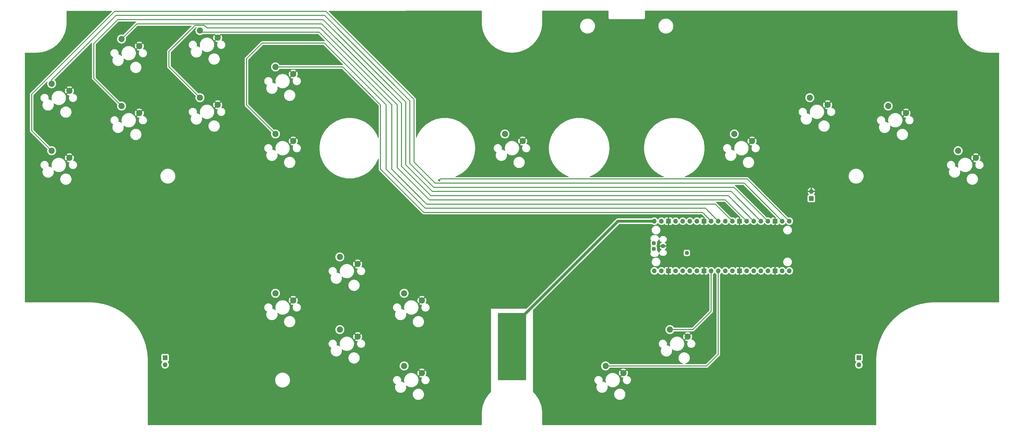
<source format=gbr>
%TF.GenerationSoftware,KiCad,Pcbnew,(6.0.0)*%
%TF.CreationDate,2022-09-18T23:58:15-04:00*%
%TF.ProjectId,SergioPico,53657267-696f-4506-9963-6f2e6b696361,rev?*%
%TF.SameCoordinates,Original*%
%TF.FileFunction,Copper,L2,Bot*%
%TF.FilePolarity,Positive*%
%FSLAX46Y46*%
G04 Gerber Fmt 4.6, Leading zero omitted, Abs format (unit mm)*
G04 Created by KiCad (PCBNEW (6.0.0)) date 2022-09-18 23:58:15*
%MOMM*%
%LPD*%
G01*
G04 APERTURE LIST*
G04 Aperture macros list*
%AMRoundRect*
0 Rectangle with rounded corners*
0 $1 Rounding radius*
0 $2 $3 $4 $5 $6 $7 $8 $9 X,Y pos of 4 corners*
0 Add a 4 corners polygon primitive as box body*
4,1,4,$2,$3,$4,$5,$6,$7,$8,$9,$2,$3,0*
0 Add four circle primitives for the rounded corners*
1,1,$1+$1,$2,$3*
1,1,$1+$1,$4,$5*
1,1,$1+$1,$6,$7*
1,1,$1+$1,$8,$9*
0 Add four rect primitives between the rounded corners*
20,1,$1+$1,$2,$3,$4,$5,0*
20,1,$1+$1,$4,$5,$6,$7,0*
20,1,$1+$1,$6,$7,$8,$9,0*
20,1,$1+$1,$8,$9,$2,$3,0*%
G04 Aperture macros list end*
%TA.AperFunction,ComponentPad*%
%ADD10R,1.700000X1.700000*%
%TD*%
%TA.AperFunction,ComponentPad*%
%ADD11O,1.700000X1.700000*%
%TD*%
%TA.AperFunction,ComponentPad*%
%ADD12RoundRect,0.255906X0.394094X-0.394094X0.394094X0.394094X-0.394094X0.394094X-0.394094X-0.394094X0*%
%TD*%
%TA.AperFunction,ComponentPad*%
%ADD13C,2.200000*%
%TD*%
%TA.AperFunction,ViaPad*%
%ADD14C,0.800000*%
%TD*%
%TA.AperFunction,Conductor*%
%ADD15C,1.000000*%
%TD*%
%TA.AperFunction,Conductor*%
%ADD16C,0.300000*%
%TD*%
G04 APERTURE END LIST*
D10*
%TO.P,M2,1,+*%
%TO.N,+5V*%
X324000000Y-160000000D03*
D11*
%TO.P,M2,2,-*%
%TO.N,Net-(C1-Pad2)*%
X324000000Y-162540000D03*
%TD*%
%TO.P,U1,1,START*%
%TO.N,START*%
X250870000Y-128890000D03*
%TO.P,U1,2,GP1*%
%TO.N,unconnected-(U1-Pad2)*%
X253410000Y-128890000D03*
D10*
%TO.P,U1,3,GND*%
%TO.N,GND*%
X255950000Y-128890000D03*
D11*
%TO.P,U1,4,RIGHT*%
%TO.N,RIGHT*%
X258490000Y-128890000D03*
%TO.P,U1,5,DOWN*%
%TO.N,DOWN*%
X261030000Y-128890000D03*
%TO.P,U1,6,LEFT*%
%TO.N,LEFT*%
X263570000Y-128890000D03*
%TO.P,U1,7,L*%
%TO.N,L*%
X266110000Y-128890000D03*
D10*
%TO.P,U1,8,GND*%
%TO.N,GND*%
X268650000Y-128890000D03*
D11*
%TO.P,U1,9,MX*%
%TO.N,MX*%
X271190000Y-128890000D03*
%TO.P,U1,10,MY*%
%TO.N,MY*%
X273730000Y-128890000D03*
%TO.P,U1,11,GP8*%
%TO.N,unconnected-(U1-Pad11)*%
X276270000Y-128890000D03*
%TO.P,U1,12,GP9*%
%TO.N,unconnected-(U1-Pad12)*%
X278810000Y-128890000D03*
D10*
%TO.P,U1,13,GND*%
%TO.N,GND*%
X281350000Y-128890000D03*
D11*
%TO.P,U1,14,GP10*%
%TO.N,unconnected-(U1-Pad14)*%
X283890000Y-128890000D03*
%TO.P,U1,15,RUMBLE*%
%TO.N,RUMBLE*%
X286430000Y-128890000D03*
%TO.P,U1,16,C-UP*%
%TO.N,C-UP*%
X288970000Y-128890000D03*
%TO.P,U1,17,C-LEFT*%
%TO.N,C-LEFT*%
X291510000Y-128890000D03*
D10*
%TO.P,U1,18,GND*%
%TO.N,GND*%
X294050000Y-128890000D03*
D11*
%TO.P,U1,19,A*%
%TO.N,A*%
X296590000Y-128890000D03*
%TO.P,U1,20,C-DOWN*%
%TO.N,C-DOWN*%
X299130000Y-128890000D03*
%TO.P,U1,21,C-RIGHT*%
%TO.N,C-RIGHT*%
X299130000Y-111110000D03*
%TO.P,U1,22,UP*%
%TO.N,UP*%
X296590000Y-111110000D03*
D10*
%TO.P,U1,23,GND*%
%TO.N,GND*%
X294050000Y-111110000D03*
D11*
%TO.P,U1,24,MS*%
%TO.N,MS*%
X291510000Y-111110000D03*
%TO.P,U1,25,Z*%
%TO.N,Z*%
X288970000Y-111110000D03*
%TO.P,U1,26,LS*%
%TO.N,LS*%
X286430000Y-111110000D03*
%TO.P,U1,27,X*%
%TO.N,X*%
X283890000Y-111110000D03*
D10*
%TO.P,U1,28,GND*%
%TO.N,GND*%
X281350000Y-111110000D03*
D11*
%TO.P,U1,29,Y*%
%TO.N,Y*%
X278810000Y-111110000D03*
%TO.P,U1,30,RUN*%
%TO.N,unconnected-(U1-Pad30)*%
X276270000Y-111110000D03*
%TO.P,U1,31,B*%
%TO.N,B*%
X273730000Y-111110000D03*
%TO.P,U1,32,R*%
%TO.N,R*%
X271190000Y-111110000D03*
D10*
%TO.P,U1,33,GND*%
%TO.N,GND*%
X268650000Y-111110000D03*
D11*
%TO.P,U1,34,DATA*%
%TO.N,DATA*%
X266110000Y-111110000D03*
%TO.P,U1,35,VREF*%
%TO.N,unconnected-(U1-Pad35)*%
X263570000Y-111110000D03*
%TO.P,U1,36,3V3(OUT)*%
%TO.N,unconnected-(U1-Pad36)*%
X261030000Y-111110000D03*
%TO.P,U1,37,3V3_EN*%
%TO.N,unconnected-(U1-Pad37)*%
X258490000Y-111110000D03*
D10*
%TO.P,U1,38,GND*%
%TO.N,GND*%
X255950000Y-111110000D03*
D11*
%TO.P,U1,39,VSYS*%
%TO.N,VSYS*%
X253410000Y-111110000D03*
%TO.P,U1,40,VBUS*%
%TO.N,+5V*%
X250870000Y-111110000D03*
D12*
%TO.P,U1,TP1,GND*%
%TO.N,GND*%
X254000000Y-120000000D03*
%TO.P,U1,TP2,D-*%
%TO.N,D-*%
X250700000Y-119000000D03*
%TO.P,U1,TP3,D+*%
%TO.N,D+*%
X250700000Y-121000000D03*
%TO.P,U1,TP6,BOOTSEL*%
%TO.N,BOOT*%
X262500000Y-122500000D03*
%TD*%
D10*
%TO.P,M1,1,+*%
%TO.N,+5V*%
X76000000Y-160000000D03*
D11*
%TO.P,M1,2,-*%
%TO.N,Net-(C1-Pad2)*%
X76000000Y-162540000D03*
%TD*%
D10*
%TO.P,SW21,1,1*%
%TO.N,BOOT*%
X307000000Y-103000000D03*
D11*
%TO.P,SW21,2,2*%
%TO.N,GND*%
X307000000Y-100460000D03*
%TD*%
D13*
%TO.P,SW2,1,1*%
%TO.N,MX*%
X256460000Y-149920000D03*
%TO.P,SW2,2,2*%
%TO.N,GND*%
X262810000Y-152460000D03*
%TD*%
%TO.P,SW20,1,1*%
%TO.N,C-RIGHT*%
X115460000Y-136920000D03*
%TO.P,SW20,2,2*%
%TO.N,GND*%
X121810000Y-139460000D03*
%TD*%
%TO.P,SW18,1,1*%
%TO.N,C-UP*%
X138460000Y-123920000D03*
%TO.P,SW18,2,2*%
%TO.N,GND*%
X144810000Y-126460000D03*
%TD*%
%TO.P,SW10,1,1*%
%TO.N,RIGHT*%
X279460000Y-79920000D03*
%TO.P,SW10,2,2*%
%TO.N,GND*%
X285810000Y-82460000D03*
%TD*%
%TO.P,SW3,1,1*%
%TO.N,LEFT*%
X334460000Y-69920000D03*
%TO.P,SW3,2,2*%
%TO.N,GND*%
X340810000Y-72460000D03*
%TD*%
%TO.P,SW15,1,1*%
%TO.N,LS*%
X60460000Y-45920000D03*
%TO.P,SW15,2,2*%
%TO.N,GND*%
X66810000Y-48460000D03*
%TD*%
%TO.P,SW4,1,1*%
%TO.N,R*%
X115460000Y-55920000D03*
%TO.P,SW4,2,2*%
%TO.N,GND*%
X121810000Y-58460000D03*
%TD*%
%TO.P,SW19,1,1*%
%TO.N,A*%
X138460000Y-149920000D03*
%TO.P,SW19,2,2*%
%TO.N,GND*%
X144810000Y-152460000D03*
%TD*%
%TO.P,SW5,1,1*%
%TO.N,B*%
X115460000Y-79920000D03*
%TO.P,SW5,2,2*%
%TO.N,GND*%
X121810000Y-82460000D03*
%TD*%
%TO.P,SW11,1,1*%
%TO.N,Z*%
X60460000Y-69920000D03*
%TO.P,SW11,2,2*%
%TO.N,GND*%
X66810000Y-72460000D03*
%TD*%
%TO.P,SW1,1,1*%
%TO.N,L*%
X359460000Y-85920000D03*
%TO.P,SW1,2,2*%
%TO.N,GND*%
X365810000Y-88460000D03*
%TD*%
%TO.P,SW13,1,1*%
%TO.N,MS*%
X35460000Y-61920000D03*
%TO.P,SW13,2,2*%
%TO.N,GND*%
X41810000Y-64460000D03*
%TD*%
%TO.P,SW12,1,1*%
%TO.N,START*%
X197460000Y-79920000D03*
%TO.P,SW12,2,2*%
%TO.N,GND*%
X203810000Y-82460000D03*
%TD*%
%TO.P,SW9,1,1*%
%TO.N,X*%
X88460000Y-66920000D03*
%TO.P,SW9,2,2*%
%TO.N,GND*%
X94810000Y-69460000D03*
%TD*%
%TO.P,SW6,1,1*%
%TO.N,MY*%
X233460000Y-162920000D03*
%TO.P,SW6,2,2*%
%TO.N,GND*%
X239810000Y-165460000D03*
%TD*%
%TO.P,SW17,1,1*%
%TO.N,C-DOWN*%
X161460000Y-162920000D03*
%TO.P,SW17,2,2*%
%TO.N,GND*%
X167810000Y-165460000D03*
%TD*%
%TO.P,SW8,1,1*%
%TO.N,Y*%
X88460000Y-42920000D03*
%TO.P,SW8,2,2*%
%TO.N,GND*%
X94810000Y-45460000D03*
%TD*%
%TO.P,SW16,1,1*%
%TO.N,C-LEFT*%
X161460000Y-136920000D03*
%TO.P,SW16,2,2*%
%TO.N,GND*%
X167810000Y-139460000D03*
%TD*%
%TO.P,SW7,1,1*%
%TO.N,DOWN*%
X306460000Y-66920000D03*
%TO.P,SW7,2,2*%
%TO.N,GND*%
X312810000Y-69460000D03*
%TD*%
%TO.P,SW14,1,1*%
%TO.N,UP*%
X35460000Y-85920000D03*
%TO.P,SW14,2,2*%
%TO.N,GND*%
X41810000Y-88460000D03*
%TD*%
D14*
%TO.N,+5V*%
X204000000Y-146000000D03*
X196000000Y-164000000D03*
X204000000Y-163000000D03*
X196000000Y-146000000D03*
X196000000Y-145000000D03*
X204000000Y-164000000D03*
X196000000Y-163000000D03*
X204000000Y-145000000D03*
%TO.N,GND*%
X196000000Y-139000000D03*
X195000000Y-140000000D03*
X231000000Y-40000000D03*
X251000000Y-37000000D03*
X196000000Y-140000000D03*
X195000000Y-139000000D03*
X251000000Y-38000000D03*
X231000000Y-39000000D03*
%TO.N,C-RIGHT*%
X174000000Y-96500000D03*
%TD*%
D15*
%TO.N,+5V*%
X237890000Y-111110000D02*
X250870000Y-111110000D01*
X204000000Y-145000000D02*
X237890000Y-111110000D01*
D16*
%TO.N,MX*%
X256460000Y-149920000D02*
X264624814Y-149920000D01*
X264624814Y-149920000D02*
X271190000Y-143354814D01*
X271190000Y-143354814D02*
X271190000Y-128890000D01*
%TO.N,MY*%
X233460000Y-162920000D02*
X269580000Y-162920000D01*
X273730000Y-158770000D02*
X273730000Y-128890000D01*
X269580000Y-162920000D02*
X273730000Y-158770000D01*
%TO.N,C-RIGHT*%
X174500000Y-96000000D02*
X284020000Y-96000000D01*
X284020000Y-96000000D02*
X299130000Y-111110000D01*
X174000000Y-96500000D02*
X174500000Y-96000000D01*
%TO.N,UP*%
X133500000Y-36000000D02*
X165000000Y-67500000D01*
X165000000Y-67500000D02*
X165000000Y-90000000D01*
X28300000Y-65700000D02*
X58000000Y-36000000D01*
X165000000Y-90000000D02*
X172500000Y-97500000D01*
X35460000Y-85920000D02*
X28300000Y-78760000D01*
X28300000Y-78760000D02*
X28300000Y-65700000D01*
X172500000Y-97500000D02*
X282980000Y-97500000D01*
X58000000Y-36000000D02*
X133500000Y-36000000D01*
X282980000Y-97500000D02*
X296590000Y-111110000D01*
%TO.N,MS*%
X133000000Y-37500000D02*
X58500000Y-37500000D01*
X35460000Y-60540000D02*
X35460000Y-61920000D01*
X163500000Y-90500000D02*
X163500000Y-68000000D01*
X291510000Y-111110000D02*
X279400000Y-99000000D01*
X172000000Y-99000000D02*
X163500000Y-90500000D01*
X163500000Y-68000000D02*
X133000000Y-37500000D01*
X58500000Y-37500000D02*
X35460000Y-60540000D01*
X279400000Y-99000000D02*
X172000000Y-99000000D01*
%TO.N,Z*%
X278360000Y-100500000D02*
X171500000Y-100500000D01*
X162000000Y-91000000D02*
X162000000Y-68500000D01*
X50500000Y-47586428D02*
X50500000Y-59960000D01*
X162000000Y-68500000D02*
X132500000Y-39000000D01*
X132500000Y-39000000D02*
X59086428Y-39000000D01*
X171500000Y-100500000D02*
X162000000Y-91000000D01*
X288970000Y-111110000D02*
X278360000Y-100500000D01*
X59086428Y-39000000D02*
X50500000Y-47586428D01*
X50500000Y-59960000D02*
X60460000Y-69920000D01*
%TO.N,LS*%
X160500000Y-91500000D02*
X160500000Y-69000000D01*
X171000000Y-102000000D02*
X160500000Y-91500000D01*
X286430000Y-111110000D02*
X277320000Y-102000000D01*
X132000000Y-40500000D02*
X65900000Y-40500000D01*
X65900000Y-40500000D02*
X60480000Y-45920000D01*
X60480000Y-45920000D02*
X60460000Y-45920000D01*
X277320000Y-102000000D02*
X171000000Y-102000000D01*
X160500000Y-69000000D02*
X132000000Y-40500000D01*
%TO.N,X*%
X159000000Y-69500000D02*
X131500000Y-42000000D01*
X283890000Y-111110000D02*
X276280000Y-103500000D01*
X77400000Y-55860000D02*
X88460000Y-66920000D01*
X276280000Y-103500000D02*
X170500000Y-103500000D01*
X86750000Y-41000000D02*
X77400000Y-50350000D01*
X77400000Y-50350000D02*
X77400000Y-55860000D01*
X90000000Y-41000000D02*
X86750000Y-41000000D01*
X159000000Y-92000000D02*
X159000000Y-69500000D01*
X170500000Y-103500000D02*
X159000000Y-92000000D01*
X131500000Y-42000000D02*
X91000000Y-42000000D01*
X91000000Y-42000000D02*
X90000000Y-41000000D01*
%TO.N,Y*%
X169500000Y-105000000D02*
X157000000Y-92500000D01*
X278810000Y-111110000D02*
X272700000Y-105000000D01*
X157000000Y-92500000D02*
X157000000Y-69500000D01*
X272700000Y-105000000D02*
X169500000Y-105000000D01*
X131000000Y-43500000D02*
X89040000Y-43500000D01*
X157000000Y-69500000D02*
X131000000Y-43500000D01*
X89040000Y-43500000D02*
X88460000Y-42920000D01*
%TO.N,B*%
X110700000Y-47400000D02*
X105100000Y-53000000D01*
X105100000Y-53000000D02*
X105100000Y-69560000D01*
X169000000Y-106500000D02*
X155000000Y-92500000D01*
X155000000Y-69500000D02*
X132900000Y-47400000D01*
X269120000Y-106500000D02*
X169000000Y-106500000D01*
X273730000Y-111110000D02*
X269120000Y-106500000D01*
X105100000Y-69560000D02*
X115460000Y-79920000D01*
X132900000Y-47400000D02*
X110700000Y-47400000D01*
X155000000Y-92500000D02*
X155000000Y-69500000D01*
%TO.N,R*%
X168500000Y-108000000D02*
X153000000Y-92500000D01*
X153000000Y-69444996D02*
X139475004Y-55920000D01*
X139475004Y-55920000D02*
X115460000Y-55920000D01*
X268080000Y-108000000D02*
X168500000Y-108000000D01*
X153000000Y-92500000D02*
X153000000Y-69444996D01*
X271190000Y-111110000D02*
X268080000Y-108000000D01*
%TD*%
%TA.AperFunction,Conductor*%
%TO.N,+5V*%
G36*
X204942121Y-144020002D02*
G01*
X204988614Y-144073658D01*
X205000000Y-144126000D01*
X205000000Y-167874000D01*
X204979998Y-167942121D01*
X204926342Y-167988614D01*
X204874000Y-168000000D01*
X195126000Y-168000000D01*
X195057879Y-167979998D01*
X195011386Y-167926342D01*
X195000000Y-167874000D01*
X195000000Y-144126000D01*
X195020002Y-144057879D01*
X195073658Y-144011386D01*
X195126000Y-144000000D01*
X204874000Y-144000000D01*
X204942121Y-144020002D01*
G37*
%TD.AperFunction*%
%TD*%
%TA.AperFunction,Conductor*%
%TO.N,GND*%
G36*
X234434121Y-35828002D02*
G01*
X234480614Y-35881658D01*
X234492000Y-35934000D01*
X234492000Y-38291298D01*
X234491998Y-38292068D01*
X234491524Y-38369652D01*
X234493990Y-38378281D01*
X234493991Y-38378286D01*
X234499639Y-38398048D01*
X234503217Y-38414809D01*
X234506130Y-38435152D01*
X234506133Y-38435162D01*
X234507405Y-38444045D01*
X234518021Y-38467395D01*
X234524464Y-38484907D01*
X234531512Y-38509565D01*
X234547274Y-38534548D01*
X234555404Y-38549614D01*
X234567633Y-38576510D01*
X234584374Y-38595939D01*
X234595479Y-38610947D01*
X234609160Y-38632631D01*
X234615888Y-38638573D01*
X234631296Y-38652181D01*
X234643340Y-38664373D01*
X234662619Y-38686747D01*
X234670147Y-38691626D01*
X234670150Y-38691629D01*
X234684139Y-38700696D01*
X234699013Y-38711986D01*
X234718228Y-38728956D01*
X234726354Y-38732771D01*
X234726355Y-38732772D01*
X234732021Y-38735432D01*
X234744966Y-38741510D01*
X234759935Y-38749824D01*
X234784727Y-38765893D01*
X234801650Y-38770954D01*
X234809290Y-38773239D01*
X234826736Y-38779901D01*
X234849948Y-38790799D01*
X234879130Y-38795343D01*
X234895849Y-38799126D01*
X234915536Y-38805014D01*
X234915539Y-38805015D01*
X234924141Y-38807587D01*
X234933116Y-38807642D01*
X234933117Y-38807642D01*
X234939810Y-38807683D01*
X234958556Y-38807797D01*
X234959328Y-38807830D01*
X234960423Y-38808000D01*
X234991298Y-38808000D01*
X234992068Y-38808002D01*
X235065716Y-38808452D01*
X235065717Y-38808452D01*
X235069652Y-38808476D01*
X235070996Y-38808092D01*
X235072341Y-38808000D01*
X246991298Y-38808000D01*
X246992069Y-38808002D01*
X247069652Y-38808476D01*
X247078281Y-38806010D01*
X247078286Y-38806009D01*
X247098048Y-38800361D01*
X247114809Y-38796783D01*
X247135152Y-38793870D01*
X247135162Y-38793867D01*
X247144045Y-38792595D01*
X247167395Y-38781979D01*
X247184907Y-38775536D01*
X247200937Y-38770954D01*
X247209565Y-38768488D01*
X247234548Y-38752726D01*
X247249614Y-38744596D01*
X247276510Y-38732367D01*
X247295939Y-38715626D01*
X247310947Y-38704521D01*
X247325039Y-38695630D01*
X247332631Y-38690840D01*
X247352182Y-38668703D01*
X247364374Y-38656659D01*
X247379949Y-38643239D01*
X247379950Y-38643237D01*
X247386747Y-38637381D01*
X247391626Y-38629853D01*
X247391629Y-38629850D01*
X247400696Y-38615861D01*
X247411986Y-38600987D01*
X247423012Y-38588502D01*
X247428956Y-38581772D01*
X247441510Y-38555034D01*
X247449824Y-38540065D01*
X247465893Y-38515273D01*
X247473239Y-38490709D01*
X247479901Y-38473264D01*
X247486983Y-38458179D01*
X247490799Y-38450052D01*
X247495343Y-38420870D01*
X247499126Y-38404151D01*
X247505014Y-38384464D01*
X247505015Y-38384461D01*
X247507587Y-38375859D01*
X247507797Y-38341444D01*
X247507830Y-38340672D01*
X247508000Y-38339577D01*
X247508000Y-38308702D01*
X247508002Y-38307932D01*
X247508452Y-38234284D01*
X247508452Y-38234283D01*
X247508476Y-38230348D01*
X247508092Y-38229004D01*
X247508000Y-38227659D01*
X247508000Y-35934000D01*
X247528002Y-35865879D01*
X247581658Y-35819386D01*
X247634000Y-35808000D01*
X359066000Y-35808000D01*
X359134121Y-35828002D01*
X359180614Y-35881658D01*
X359192000Y-35934000D01*
X359191999Y-39946793D01*
X359190253Y-39967697D01*
X359186928Y-39987461D01*
X359186869Y-39992322D01*
X359186852Y-39993730D01*
X359186775Y-40000000D01*
X359187465Y-40004817D01*
X359187499Y-40005337D01*
X359187712Y-40009861D01*
X359189663Y-40076920D01*
X359205718Y-40628695D01*
X359205875Y-40630493D01*
X359205876Y-40630505D01*
X359206918Y-40642416D01*
X359260536Y-41255263D01*
X359282907Y-41407990D01*
X359350044Y-41866331D01*
X359351692Y-41877584D01*
X359478879Y-42493551D01*
X359641666Y-43101081D01*
X359642236Y-43102800D01*
X359642238Y-43102808D01*
X359748393Y-43423164D01*
X359839503Y-43698118D01*
X360071719Y-44282642D01*
X360072481Y-44284276D01*
X360304974Y-44782858D01*
X360337530Y-44852675D01*
X360338390Y-44854269D01*
X360338393Y-44854276D01*
X360393777Y-44956991D01*
X360636035Y-45406287D01*
X360636980Y-45407819D01*
X360636984Y-45407826D01*
X360677068Y-45472812D01*
X360966225Y-45941607D01*
X360967264Y-45943090D01*
X360967270Y-45943100D01*
X361176321Y-46241656D01*
X361326982Y-46456822D01*
X361328114Y-46458254D01*
X361328115Y-46458255D01*
X361696371Y-46923990D01*
X361717086Y-46950189D01*
X361718302Y-46951555D01*
X361718305Y-46951559D01*
X362125463Y-47409078D01*
X362135217Y-47420039D01*
X362579960Y-47864782D01*
X362581339Y-47866009D01*
X362581343Y-47866013D01*
X362970811Y-48212610D01*
X363049810Y-48282913D01*
X363051238Y-48284042D01*
X363051245Y-48284048D01*
X363541744Y-48671884D01*
X363543177Y-48673017D01*
X363544671Y-48674063D01*
X364056899Y-49032729D01*
X364056909Y-49032735D01*
X364058392Y-49033774D01*
X364266805Y-49162325D01*
X364592049Y-49362938D01*
X364593712Y-49363964D01*
X364617577Y-49376832D01*
X365145455Y-49661461D01*
X365147324Y-49662469D01*
X365148957Y-49663231D01*
X365148966Y-49663235D01*
X365553459Y-49851853D01*
X365717357Y-49928280D01*
X365719028Y-49928944D01*
X365719033Y-49928946D01*
X365885760Y-49995182D01*
X366301881Y-50160496D01*
X366303597Y-50161064D01*
X366303598Y-50161065D01*
X366897191Y-50357761D01*
X366897199Y-50357763D01*
X366898918Y-50358333D01*
X366900674Y-50358804D01*
X366900679Y-50358805D01*
X366997556Y-50384763D01*
X367506448Y-50521120D01*
X368122415Y-50648307D01*
X368124206Y-50648569D01*
X368124221Y-50648572D01*
X368437528Y-50694464D01*
X368744736Y-50739463D01*
X369078434Y-50768658D01*
X369369494Y-50794123D01*
X369369506Y-50794124D01*
X369371304Y-50794281D01*
X369373120Y-50794334D01*
X369373123Y-50794334D01*
X369975662Y-50811866D01*
X369982828Y-50812292D01*
X369987460Y-50813071D01*
X369993788Y-50813148D01*
X369995140Y-50813165D01*
X369995144Y-50813165D01*
X369999999Y-50813224D01*
X370027587Y-50809273D01*
X370045450Y-50808000D01*
X374016000Y-50808000D01*
X374084121Y-50828002D01*
X374130614Y-50881658D01*
X374142000Y-50934000D01*
X374142000Y-140066003D01*
X374121998Y-140134124D01*
X374068342Y-140180617D01*
X374016000Y-140192003D01*
X352823612Y-140192000D01*
X351053207Y-140192000D01*
X351032303Y-140190254D01*
X351029137Y-140189721D01*
X351012539Y-140186929D01*
X351006323Y-140186853D01*
X351004863Y-140186835D01*
X351004859Y-140186835D01*
X351000000Y-140186776D01*
X350996052Y-140187341D01*
X350993627Y-140187446D01*
X350117980Y-140206036D01*
X350117957Y-140206037D01*
X350116684Y-140206064D01*
X350115414Y-140206145D01*
X350115390Y-140206146D01*
X349496282Y-140245625D01*
X349234961Y-140262289D01*
X349233669Y-140262427D01*
X349233653Y-140262428D01*
X348716644Y-140317508D01*
X348356418Y-140355885D01*
X347925455Y-140420396D01*
X347483971Y-140486482D01*
X347483950Y-140486486D01*
X347482638Y-140486682D01*
X347481317Y-140486937D01*
X347481314Y-140486938D01*
X346616514Y-140654192D01*
X346616492Y-140654197D01*
X346615198Y-140654447D01*
X346613910Y-140654753D01*
X346613893Y-140654757D01*
X346130806Y-140769652D01*
X345755659Y-140858875D01*
X345567433Y-140912176D01*
X344933667Y-141091643D01*
X344905571Y-141099599D01*
X344066465Y-141376185D01*
X343715363Y-141508685D01*
X343241088Y-141687668D01*
X343241076Y-141687673D01*
X343239854Y-141688134D01*
X342427227Y-142034885D01*
X342426035Y-142035454D01*
X342426023Y-142035460D01*
X341631285Y-142415221D01*
X341631270Y-142415228D01*
X341630049Y-142415812D01*
X341628844Y-142416452D01*
X341628840Y-142416454D01*
X340888055Y-142809888D01*
X340849757Y-142830228D01*
X340848624Y-142830893D01*
X340848613Y-142830899D01*
X340713300Y-142910304D01*
X340087755Y-143277389D01*
X340086627Y-143278117D01*
X339346568Y-143755744D01*
X339346553Y-143755754D01*
X339345419Y-143756486D01*
X338624084Y-144266657D01*
X337925052Y-144806984D01*
X337594261Y-145085882D01*
X337250625Y-145375610D01*
X337250608Y-145375625D01*
X337249582Y-145376490D01*
X336938662Y-145662071D01*
X336620703Y-145954118D01*
X336598891Y-145974152D01*
X335974152Y-146598891D01*
X335973241Y-146599883D01*
X335973237Y-146599887D01*
X335849366Y-146734749D01*
X335376490Y-147249582D01*
X335375625Y-147250608D01*
X335375610Y-147250625D01*
X335119945Y-147553860D01*
X334806984Y-147925052D01*
X334266657Y-148624084D01*
X333756486Y-149345419D01*
X333755754Y-149346553D01*
X333755744Y-149346568D01*
X333382475Y-149924930D01*
X333277389Y-150087755D01*
X333010811Y-150542027D01*
X332831602Y-150847416D01*
X332830228Y-150849757D01*
X332829600Y-150850939D01*
X332829598Y-150850943D01*
X332469568Y-151528833D01*
X332415812Y-151630049D01*
X332415228Y-151631270D01*
X332415221Y-151631285D01*
X332035460Y-152426023D01*
X332034885Y-152427227D01*
X331688134Y-153239854D01*
X331687673Y-153241076D01*
X331687668Y-153241088D01*
X331581285Y-153522986D01*
X331376185Y-154066465D01*
X331099599Y-154905571D01*
X331099237Y-154906851D01*
X331099235Y-154906856D01*
X331045414Y-155096919D01*
X330858875Y-155755659D01*
X330845012Y-155813946D01*
X330673926Y-156533298D01*
X330654447Y-156615198D01*
X330654197Y-156616492D01*
X330654192Y-156616514D01*
X330532032Y-157248152D01*
X330486682Y-157482638D01*
X330486486Y-157483950D01*
X330486482Y-157483971D01*
X330426414Y-157885251D01*
X330355885Y-158356418D01*
X330323322Y-158662071D01*
X330262847Y-159229726D01*
X330262289Y-159234961D01*
X330249726Y-159431982D01*
X330206146Y-160115390D01*
X330206145Y-160115414D01*
X330206064Y-160116684D01*
X330206037Y-160117957D01*
X330206036Y-160117980D01*
X330196594Y-160562764D01*
X330188192Y-160958539D01*
X330187753Y-160979204D01*
X330187475Y-160984215D01*
X330186929Y-160987461D01*
X330186776Y-161000000D01*
X330187674Y-161006270D01*
X330190727Y-161027588D01*
X330192000Y-161045451D01*
X330192000Y-184016000D01*
X330171998Y-184084121D01*
X330118342Y-184130614D01*
X330066000Y-184142000D01*
X210934000Y-184142000D01*
X210865879Y-184121998D01*
X210819386Y-184068342D01*
X210808000Y-184016000D01*
X210808000Y-180053207D01*
X210809746Y-180032303D01*
X210810279Y-180029137D01*
X210813071Y-180012539D01*
X210813224Y-180000000D01*
X210812647Y-179995968D01*
X210812600Y-179994987D01*
X210812417Y-179988789D01*
X210793759Y-179359446D01*
X210736855Y-178721142D01*
X210642238Y-178087330D01*
X210510240Y-177460236D01*
X210341324Y-176842063D01*
X210136084Y-176234983D01*
X209895240Y-175641128D01*
X209619639Y-175062583D01*
X209310248Y-174501381D01*
X208968155Y-173959493D01*
X208875274Y-173830046D01*
X208595661Y-173440353D01*
X208595653Y-173440343D01*
X208594562Y-173438822D01*
X208246390Y-173009733D01*
X236527822Y-173009733D01*
X236537625Y-173290458D01*
X236538387Y-173294781D01*
X236538388Y-173294788D01*
X236563785Y-173438822D01*
X236586402Y-173567087D01*
X236673203Y-173834235D01*
X236796340Y-174086702D01*
X236798795Y-174090341D01*
X236798798Y-174090347D01*
X236871890Y-174198710D01*
X236953415Y-174319576D01*
X237141371Y-174528322D01*
X237356550Y-174708879D01*
X237594764Y-174857731D01*
X237851375Y-174971982D01*
X238121390Y-175049407D01*
X238125740Y-175050018D01*
X238125743Y-175050019D01*
X238203487Y-175060945D01*
X238399552Y-175088500D01*
X238610146Y-175088500D01*
X238612332Y-175088347D01*
X238612336Y-175088347D01*
X238815827Y-175074118D01*
X238815832Y-175074117D01*
X238820212Y-175073811D01*
X239094970Y-175015409D01*
X239099099Y-175013906D01*
X239099103Y-175013905D01*
X239354781Y-174920846D01*
X239354785Y-174920844D01*
X239358926Y-174919337D01*
X239606942Y-174787464D01*
X239711896Y-174711211D01*
X239830629Y-174624947D01*
X239830632Y-174624944D01*
X239834192Y-174622358D01*
X240036252Y-174427231D01*
X240209188Y-174205882D01*
X240211384Y-174202078D01*
X240211389Y-174202071D01*
X240347435Y-173966431D01*
X240349636Y-173962619D01*
X240454862Y-173702176D01*
X240488544Y-173567087D01*
X240521753Y-173433893D01*
X240521754Y-173433888D01*
X240522817Y-173429624D01*
X240552178Y-173150267D01*
X240547118Y-173005364D01*
X240542529Y-172873939D01*
X240542528Y-172873933D01*
X240542375Y-172869542D01*
X240541035Y-172861939D01*
X240494360Y-172597236D01*
X240493598Y-172592913D01*
X240406797Y-172325765D01*
X240403750Y-172319516D01*
X240342044Y-172193002D01*
X240283660Y-172073298D01*
X240281205Y-172069659D01*
X240281202Y-172069653D01*
X240160218Y-171890287D01*
X240126585Y-171840424D01*
X239938629Y-171631678D01*
X239723450Y-171451121D01*
X239485236Y-171302269D01*
X239228625Y-171188018D01*
X238958610Y-171110593D01*
X238954260Y-171109982D01*
X238954257Y-171109981D01*
X238851310Y-171095513D01*
X238680448Y-171071500D01*
X238469854Y-171071500D01*
X238467668Y-171071653D01*
X238467664Y-171071653D01*
X238264173Y-171085882D01*
X238264168Y-171085883D01*
X238259788Y-171086189D01*
X237985030Y-171144591D01*
X237980901Y-171146094D01*
X237980897Y-171146095D01*
X237725219Y-171239154D01*
X237725215Y-171239156D01*
X237721074Y-171240663D01*
X237473058Y-171372536D01*
X237469499Y-171375122D01*
X237469497Y-171375123D01*
X237364895Y-171451121D01*
X237245808Y-171537642D01*
X237242644Y-171540698D01*
X237242641Y-171540700D01*
X237177463Y-171603642D01*
X237043748Y-171732769D01*
X236870812Y-171954118D01*
X236868616Y-171957922D01*
X236868611Y-171957929D01*
X236795278Y-172084947D01*
X236730364Y-172197381D01*
X236625138Y-172457824D01*
X236624073Y-172462097D01*
X236624072Y-172462099D01*
X236590379Y-172597236D01*
X236557183Y-172730376D01*
X236527822Y-173009733D01*
X208246390Y-173009733D01*
X208190779Y-172941198D01*
X207831391Y-172548347D01*
X207759495Y-172469756D01*
X207759492Y-172469753D01*
X207758226Y-172468369D01*
X207538235Y-172254803D01*
X207503290Y-172193002D01*
X207500000Y-172164397D01*
X207500000Y-168102089D01*
X229460066Y-168102089D01*
X229496343Y-168339163D01*
X229570854Y-168567129D01*
X229681597Y-168779864D01*
X229684700Y-168783997D01*
X229684702Y-168784000D01*
X229781619Y-168913081D01*
X229825598Y-168971655D01*
X229998990Y-169137352D01*
X230197117Y-169272505D01*
X230244626Y-169294558D01*
X230391936Y-169362938D01*
X230445303Y-169409762D01*
X230464883Y-169478005D01*
X230448004Y-169540225D01*
X230380364Y-169657381D01*
X230275138Y-169917824D01*
X230274073Y-169922097D01*
X230274072Y-169922099D01*
X230208807Y-170183863D01*
X230207183Y-170190376D01*
X230206724Y-170194744D01*
X230206723Y-170194749D01*
X230185983Y-170392086D01*
X230177822Y-170469733D01*
X230177975Y-170474121D01*
X230177975Y-170474127D01*
X230185418Y-170687255D01*
X230187625Y-170750458D01*
X230188387Y-170754781D01*
X230188388Y-170754788D01*
X230212164Y-170889624D01*
X230236402Y-171027087D01*
X230323203Y-171294235D01*
X230325131Y-171298188D01*
X230325133Y-171298193D01*
X230327121Y-171302269D01*
X230446340Y-171546702D01*
X230448795Y-171550341D01*
X230448798Y-171550347D01*
X230484746Y-171603642D01*
X230603415Y-171779576D01*
X230791371Y-171988322D01*
X231006550Y-172168879D01*
X231244764Y-172317731D01*
X231501375Y-172431982D01*
X231771390Y-172509407D01*
X231775740Y-172510018D01*
X231775743Y-172510019D01*
X231878690Y-172524487D01*
X232049552Y-172548500D01*
X232260146Y-172548500D01*
X232262332Y-172548347D01*
X232262336Y-172548347D01*
X232465827Y-172534118D01*
X232465832Y-172534117D01*
X232470212Y-172533811D01*
X232744970Y-172475409D01*
X232749099Y-172473906D01*
X232749103Y-172473905D01*
X233004781Y-172380846D01*
X233004785Y-172380844D01*
X233008926Y-172379337D01*
X233256942Y-172247464D01*
X233325876Y-172197381D01*
X233480629Y-172084947D01*
X233480632Y-172084944D01*
X233484192Y-172082358D01*
X233489482Y-172077250D01*
X233616988Y-171954118D01*
X233686252Y-171887231D01*
X233859188Y-171665882D01*
X233861384Y-171662078D01*
X233861389Y-171662071D01*
X233997435Y-171426431D01*
X233999636Y-171422619D01*
X234104862Y-171162176D01*
X234105928Y-171157901D01*
X234171753Y-170893893D01*
X234171754Y-170893888D01*
X234172817Y-170889624D01*
X234194087Y-170687255D01*
X234201719Y-170614636D01*
X234201719Y-170614633D01*
X234202178Y-170610267D01*
X234202025Y-170605873D01*
X234192529Y-170333939D01*
X234192528Y-170333933D01*
X234192375Y-170329542D01*
X234175501Y-170233843D01*
X234147709Y-170076225D01*
X234155578Y-170005666D01*
X234200346Y-169950563D01*
X234267797Y-169928409D01*
X234336519Y-169946240D01*
X234352101Y-169957254D01*
X234493178Y-170073963D01*
X234764996Y-170246464D01*
X234768575Y-170248148D01*
X234768582Y-170248152D01*
X235052701Y-170381848D01*
X235052705Y-170381850D01*
X235056291Y-170383537D01*
X235362469Y-170483020D01*
X235678701Y-170543345D01*
X235919588Y-170558500D01*
X236080412Y-170558500D01*
X236321299Y-170543345D01*
X236637531Y-170483020D01*
X236943709Y-170383537D01*
X236947295Y-170381850D01*
X236947299Y-170381848D01*
X237231418Y-170248152D01*
X237231425Y-170248148D01*
X237235004Y-170246464D01*
X237506822Y-170073963D01*
X237754877Y-169868754D01*
X237975256Y-169634074D01*
X238022072Y-169569638D01*
X238119022Y-169436197D01*
X238164484Y-169373624D01*
X238319578Y-169091510D01*
X238438089Y-168792183D01*
X238439072Y-168788353D01*
X238439075Y-168788345D01*
X238517165Y-168484202D01*
X238518151Y-168480363D01*
X238521078Y-168457199D01*
X238536634Y-168334051D01*
X238558500Y-168160967D01*
X238558500Y-167839033D01*
X238531529Y-167625535D01*
X238518648Y-167523569D01*
X238518647Y-167523565D01*
X238518151Y-167519637D01*
X238463548Y-167306973D01*
X238439075Y-167211655D01*
X238439072Y-167211647D01*
X238438089Y-167207817D01*
X238319578Y-166908490D01*
X238240908Y-166765390D01*
X238869440Y-166765390D01*
X238875167Y-166773040D01*
X239073506Y-166894583D01*
X239082300Y-166899064D01*
X239306991Y-166992134D01*
X239316376Y-166995183D01*
X239552863Y-167051959D01*
X239562610Y-167053502D01*
X239725958Y-167066358D01*
X239792299Y-167091643D01*
X239834439Y-167148781D01*
X239838998Y-167219632D01*
X239826380Y-167252863D01*
X239745113Y-167400078D01*
X239665055Y-167626155D01*
X239664148Y-167631248D01*
X239664147Y-167631251D01*
X239627136Y-167839033D01*
X239622996Y-167862273D01*
X239620066Y-168102089D01*
X239656343Y-168339163D01*
X239730854Y-168567129D01*
X239841597Y-168779864D01*
X239844700Y-168783997D01*
X239844702Y-168784000D01*
X239941619Y-168913081D01*
X239985598Y-168971655D01*
X240158990Y-169137352D01*
X240357117Y-169272505D01*
X240404626Y-169294558D01*
X240567476Y-169370151D01*
X240574656Y-169373484D01*
X240805768Y-169437576D01*
X240909479Y-169448660D01*
X240998222Y-169458144D01*
X240998230Y-169458144D01*
X241001557Y-169458500D01*
X241140803Y-169458500D01*
X241143376Y-169458288D01*
X241143387Y-169458288D01*
X241313876Y-169444271D01*
X241313882Y-169444270D01*
X241319027Y-169443847D01*
X241474015Y-169404917D01*
X241546625Y-169386679D01*
X241546629Y-169386678D01*
X241551636Y-169385420D01*
X241556366Y-169383364D01*
X241556373Y-169383361D01*
X241766841Y-169291847D01*
X241766844Y-169291845D01*
X241771578Y-169289787D01*
X241775912Y-169286983D01*
X241775916Y-169286981D01*
X241968604Y-169162325D01*
X241968607Y-169162323D01*
X241972947Y-169159515D01*
X241994101Y-169140267D01*
X242146513Y-169001582D01*
X242146514Y-169001580D01*
X242150335Y-168998104D01*
X242153534Y-168994053D01*
X242153538Y-168994049D01*
X242295774Y-168813946D01*
X242298979Y-168809888D01*
X242414887Y-168599922D01*
X242494945Y-168373845D01*
X242496189Y-168366860D01*
X242536098Y-168142816D01*
X242536099Y-168142810D01*
X242537004Y-168137727D01*
X242539934Y-167897911D01*
X242503657Y-167660837D01*
X242429146Y-167432871D01*
X242318403Y-167220136D01*
X242312036Y-167211655D01*
X242177507Y-167032480D01*
X242177505Y-167032477D01*
X242174402Y-167028345D01*
X242001010Y-166862648D01*
X241802883Y-166727495D01*
X241670930Y-166666244D01*
X241590030Y-166628691D01*
X241590028Y-166628690D01*
X241585344Y-166626516D01*
X241354232Y-166562424D01*
X241273767Y-166553825D01*
X241239047Y-166550114D01*
X241173438Y-166522986D01*
X241132910Y-166464693D01*
X241130331Y-166393743D01*
X241145004Y-166358992D01*
X241244583Y-166196494D01*
X241249064Y-166187700D01*
X241342134Y-165963009D01*
X241345183Y-165953624D01*
X241401959Y-165717137D01*
X241403502Y-165707390D01*
X241422584Y-165464930D01*
X241422584Y-165455070D01*
X241403502Y-165212610D01*
X241401959Y-165202863D01*
X241345183Y-164966376D01*
X241342134Y-164956991D01*
X241249064Y-164732300D01*
X241244583Y-164723506D01*
X241125287Y-164528833D01*
X241114830Y-164519373D01*
X241106054Y-164523156D01*
X238876200Y-166753010D01*
X238869440Y-166765390D01*
X238240908Y-166765390D01*
X238164484Y-166626376D01*
X238027364Y-166437647D01*
X237977584Y-166369130D01*
X237977583Y-166369128D01*
X237975256Y-166365926D01*
X237754877Y-166131246D01*
X237581765Y-165988035D01*
X237509871Y-165928559D01*
X237509868Y-165928556D01*
X237506822Y-165926037D01*
X237235004Y-165753536D01*
X237231425Y-165751852D01*
X237231418Y-165751848D01*
X236947299Y-165618152D01*
X236947295Y-165618150D01*
X236943709Y-165616463D01*
X236637531Y-165516980D01*
X236364678Y-165464930D01*
X238197416Y-165464930D01*
X238216498Y-165707390D01*
X238218041Y-165717137D01*
X238274817Y-165953624D01*
X238277866Y-165963009D01*
X238370936Y-166187700D01*
X238375417Y-166196494D01*
X238494713Y-166391167D01*
X238505170Y-166400627D01*
X238513946Y-166396844D01*
X239437978Y-165472812D01*
X239445592Y-165458868D01*
X239445461Y-165457035D01*
X239441210Y-165450420D01*
X238516990Y-164526200D01*
X238504610Y-164519440D01*
X238496960Y-164525167D01*
X238375417Y-164723506D01*
X238370936Y-164732300D01*
X238277866Y-164956991D01*
X238274817Y-164966376D01*
X238218041Y-165202863D01*
X238216498Y-165212610D01*
X238197416Y-165455070D01*
X238197416Y-165464930D01*
X236364678Y-165464930D01*
X236321299Y-165456655D01*
X236080412Y-165441500D01*
X235919588Y-165441500D01*
X235678701Y-165456655D01*
X235362469Y-165516980D01*
X235056291Y-165616463D01*
X235052705Y-165618150D01*
X235052701Y-165618152D01*
X234768582Y-165751848D01*
X234768575Y-165751852D01*
X234764996Y-165753536D01*
X234493178Y-165926037D01*
X234490132Y-165928556D01*
X234490129Y-165928559D01*
X234418235Y-165988035D01*
X234245123Y-166131246D01*
X234024744Y-166365926D01*
X234022417Y-166369128D01*
X234022416Y-166369130D01*
X233972636Y-166437647D01*
X233835516Y-166626376D01*
X233680422Y-166908490D01*
X233561911Y-167207817D01*
X233560928Y-167211647D01*
X233560925Y-167211655D01*
X233536452Y-167306973D01*
X233481849Y-167519637D01*
X233481353Y-167523565D01*
X233481352Y-167523569D01*
X233468471Y-167625535D01*
X233441500Y-167839033D01*
X233441500Y-168160967D01*
X233463366Y-168334051D01*
X233478923Y-168457199D01*
X233481849Y-168480363D01*
X233554828Y-168764596D01*
X233555957Y-168768993D01*
X233553525Y-168839948D01*
X233513117Y-168898324D01*
X233447564Y-168925587D01*
X233377677Y-168913081D01*
X233367146Y-168907182D01*
X233138960Y-168764596D01*
X233135236Y-168762269D01*
X232878625Y-168648018D01*
X232608610Y-168570593D01*
X232604257Y-168569981D01*
X232604256Y-168569981D01*
X232548969Y-168562211D01*
X232434266Y-168546091D01*
X232369592Y-168516803D01*
X232331019Y-168457199D01*
X232330794Y-168386203D01*
X232333026Y-168379267D01*
X232333216Y-168378731D01*
X232333220Y-168378717D01*
X232334945Y-168373845D01*
X232336189Y-168366860D01*
X232376098Y-168142816D01*
X232376099Y-168142810D01*
X232377004Y-168137727D01*
X232379934Y-167897911D01*
X232343657Y-167660837D01*
X232269146Y-167432871D01*
X232158403Y-167220136D01*
X232152036Y-167211655D01*
X232017507Y-167032480D01*
X232017505Y-167032477D01*
X232014402Y-167028345D01*
X231841010Y-166862648D01*
X231642883Y-166727495D01*
X231510930Y-166666244D01*
X231430030Y-166628691D01*
X231430028Y-166628690D01*
X231425344Y-166626516D01*
X231194232Y-166562424D01*
X231090521Y-166551340D01*
X231001778Y-166541856D01*
X231001770Y-166541856D01*
X230998443Y-166541500D01*
X230859197Y-166541500D01*
X230856624Y-166541712D01*
X230856613Y-166541712D01*
X230686124Y-166555729D01*
X230686118Y-166555730D01*
X230680973Y-166556153D01*
X230564668Y-166585367D01*
X230453375Y-166613321D01*
X230453371Y-166613322D01*
X230448364Y-166614580D01*
X230443634Y-166616636D01*
X230443627Y-166616639D01*
X230233159Y-166708153D01*
X230233156Y-166708155D01*
X230228422Y-166710213D01*
X230224088Y-166713017D01*
X230224084Y-166713019D01*
X230031396Y-166837675D01*
X230031393Y-166837677D01*
X230027053Y-166840485D01*
X230023230Y-166843964D01*
X230023227Y-166843966D01*
X229860393Y-166992134D01*
X229849665Y-167001896D01*
X229846466Y-167005947D01*
X229846462Y-167005951D01*
X229739876Y-167140913D01*
X229701021Y-167190112D01*
X229585113Y-167400078D01*
X229505055Y-167626155D01*
X229504148Y-167631248D01*
X229504147Y-167631251D01*
X229467136Y-167839033D01*
X229462996Y-167862273D01*
X229460066Y-168102089D01*
X207500000Y-168102089D01*
X207500000Y-162920000D01*
X231846526Y-162920000D01*
X231866391Y-163172403D01*
X231925495Y-163418591D01*
X231927388Y-163423162D01*
X231927389Y-163423164D01*
X232020229Y-163647299D01*
X232022384Y-163652502D01*
X232154672Y-163868376D01*
X232319102Y-164060898D01*
X232511624Y-164225328D01*
X232727498Y-164357616D01*
X232732068Y-164359509D01*
X232732072Y-164359511D01*
X232956836Y-164452611D01*
X232961409Y-164454505D01*
X233046032Y-164474821D01*
X233202784Y-164512454D01*
X233202790Y-164512455D01*
X233207597Y-164513609D01*
X233460000Y-164533474D01*
X233712403Y-164513609D01*
X233717210Y-164512455D01*
X233717216Y-164512454D01*
X233873968Y-164474821D01*
X233958591Y-164454505D01*
X233963164Y-164452611D01*
X234187928Y-164359511D01*
X234187932Y-164359509D01*
X234192502Y-164357616D01*
X234408376Y-164225328D01*
X234490520Y-164155170D01*
X238869373Y-164155170D01*
X238873156Y-164163946D01*
X239797188Y-165087978D01*
X239811132Y-165095592D01*
X239812965Y-165095461D01*
X239819580Y-165091210D01*
X240743800Y-164166990D01*
X240750560Y-164154610D01*
X240744833Y-164146960D01*
X240546494Y-164025417D01*
X240537700Y-164020936D01*
X240313009Y-163927866D01*
X240303624Y-163924817D01*
X240067137Y-163868041D01*
X240057390Y-163866498D01*
X239814930Y-163847416D01*
X239805070Y-163847416D01*
X239562610Y-163866498D01*
X239552863Y-163868041D01*
X239316376Y-163924817D01*
X239306991Y-163927866D01*
X239082300Y-164020936D01*
X239073506Y-164025417D01*
X238878833Y-164144713D01*
X238869373Y-164155170D01*
X234490520Y-164155170D01*
X234600898Y-164060898D01*
X234765328Y-163868376D01*
X234897616Y-163652502D01*
X234899511Y-163647927D01*
X234899831Y-163647299D01*
X234948578Y-163595683D01*
X235012099Y-163578500D01*
X269497944Y-163578500D01*
X269509800Y-163579059D01*
X269509803Y-163579059D01*
X269517537Y-163580788D01*
X269588369Y-163578562D01*
X269592327Y-163578500D01*
X269621432Y-163578500D01*
X269625832Y-163577944D01*
X269637664Y-163577012D01*
X269683831Y-163575562D01*
X269704421Y-163569580D01*
X269723782Y-163565570D01*
X269730770Y-163564688D01*
X269737204Y-163563875D01*
X269737205Y-163563875D01*
X269745064Y-163562882D01*
X269752429Y-163559966D01*
X269752433Y-163559965D01*
X269788021Y-163545874D01*
X269799231Y-163542035D01*
X269843600Y-163529145D01*
X269862065Y-163518225D01*
X269879805Y-163509534D01*
X269899756Y-163501635D01*
X269937129Y-163474482D01*
X269947048Y-163467967D01*
X269979977Y-163448493D01*
X269979981Y-163448490D01*
X269986807Y-163444453D01*
X270001971Y-163429289D01*
X270017005Y-163416448D01*
X270027943Y-163408501D01*
X270034357Y-163403841D01*
X270063803Y-163368247D01*
X270071792Y-163359468D01*
X270924565Y-162506695D01*
X322637251Y-162506695D01*
X322637548Y-162511848D01*
X322637548Y-162511851D01*
X322643011Y-162606590D01*
X322650110Y-162729715D01*
X322651247Y-162734761D01*
X322651248Y-162734767D01*
X322668219Y-162810072D01*
X322699222Y-162947639D01*
X322783266Y-163154616D01*
X322899987Y-163345088D01*
X323046250Y-163513938D01*
X323218126Y-163656632D01*
X323411000Y-163769338D01*
X323619692Y-163849030D01*
X323624760Y-163850061D01*
X323624763Y-163850062D01*
X323705549Y-163866498D01*
X323838597Y-163893567D01*
X323843772Y-163893757D01*
X323843774Y-163893757D01*
X324056673Y-163901564D01*
X324056677Y-163901564D01*
X324061837Y-163901753D01*
X324066957Y-163901097D01*
X324066959Y-163901097D01*
X324278288Y-163874025D01*
X324278289Y-163874025D01*
X324283416Y-163873368D01*
X324314101Y-163864162D01*
X324492429Y-163810661D01*
X324492434Y-163810659D01*
X324497384Y-163809174D01*
X324697994Y-163710896D01*
X324879860Y-163581173D01*
X324887711Y-163573350D01*
X325013004Y-163448493D01*
X325038096Y-163423489D01*
X325043156Y-163416448D01*
X325165435Y-163246277D01*
X325168453Y-163242077D01*
X325194227Y-163189928D01*
X325265136Y-163046453D01*
X325265137Y-163046451D01*
X325267430Y-163041811D01*
X325332370Y-162828069D01*
X325361529Y-162606590D01*
X325363156Y-162540000D01*
X325344852Y-162317361D01*
X325290431Y-162100702D01*
X325201354Y-161895840D01*
X325132579Y-161789530D01*
X325082822Y-161712617D01*
X325082820Y-161712614D01*
X325080014Y-161708277D01*
X325076532Y-161704450D01*
X324932798Y-161546488D01*
X324901746Y-161482642D01*
X324910141Y-161412143D01*
X324955317Y-161357375D01*
X324981761Y-161343706D01*
X325088297Y-161303767D01*
X325096705Y-161300615D01*
X325213261Y-161213261D01*
X325300615Y-161096705D01*
X325351745Y-160960316D01*
X325358500Y-160898134D01*
X325358500Y-159101866D01*
X325351745Y-159039684D01*
X325300615Y-158903295D01*
X325213261Y-158786739D01*
X325096705Y-158699385D01*
X324960316Y-158648255D01*
X324898134Y-158641500D01*
X323101866Y-158641500D01*
X323039684Y-158648255D01*
X322903295Y-158699385D01*
X322786739Y-158786739D01*
X322699385Y-158903295D01*
X322648255Y-159039684D01*
X322641500Y-159101866D01*
X322641500Y-160898134D01*
X322648255Y-160960316D01*
X322699385Y-161096705D01*
X322786739Y-161213261D01*
X322903295Y-161300615D01*
X322911704Y-161303767D01*
X322911705Y-161303768D01*
X323020451Y-161344535D01*
X323077216Y-161387176D01*
X323101916Y-161453738D01*
X323086709Y-161523087D01*
X323067316Y-161549568D01*
X323002033Y-161617883D01*
X322940629Y-161682138D01*
X322937715Y-161686410D01*
X322937714Y-161686411D01*
X322920797Y-161711211D01*
X322814743Y-161866680D01*
X322790301Y-161919337D01*
X322745706Y-162015409D01*
X322720688Y-162069305D01*
X322660989Y-162284570D01*
X322637251Y-162506695D01*
X270924565Y-162506695D01*
X272103714Y-161327546D01*
X274137600Y-159293659D01*
X274146381Y-159285669D01*
X274146390Y-159285661D01*
X274153080Y-159281416D01*
X274201621Y-159229725D01*
X274204375Y-159226884D01*
X274224926Y-159206333D01*
X274227638Y-159202837D01*
X274235349Y-159193808D01*
X274266972Y-159160133D01*
X274277301Y-159141345D01*
X274288158Y-159124816D01*
X274296447Y-159114131D01*
X274296448Y-159114129D01*
X274301304Y-159107869D01*
X274319657Y-159065456D01*
X274324868Y-159054819D01*
X274347124Y-159014337D01*
X274352457Y-158993566D01*
X274358859Y-158974864D01*
X274367379Y-158955177D01*
X274374605Y-158909552D01*
X274377013Y-158897926D01*
X274386529Y-158860865D01*
X274386529Y-158860864D01*
X274388500Y-158853188D01*
X274388500Y-158831742D01*
X274390051Y-158812031D01*
X274392166Y-158798677D01*
X274393406Y-158790849D01*
X274389059Y-158744860D01*
X274388500Y-158733005D01*
X274388500Y-130153961D01*
X274408502Y-130085840D01*
X274441332Y-130051382D01*
X274454142Y-130042245D01*
X274609860Y-129931173D01*
X274628016Y-129913081D01*
X274727497Y-129813946D01*
X274768096Y-129773489D01*
X274776159Y-129762269D01*
X274898453Y-129592077D01*
X274899776Y-129593028D01*
X274946645Y-129549857D01*
X275016580Y-129537625D01*
X275082026Y-129565144D01*
X275109875Y-129596994D01*
X275169987Y-129695088D01*
X275316250Y-129863938D01*
X275488126Y-130006632D01*
X275681000Y-130119338D01*
X275889692Y-130199030D01*
X275894760Y-130200061D01*
X275894763Y-130200062D01*
X276002017Y-130221883D01*
X276108597Y-130243567D01*
X276113772Y-130243757D01*
X276113774Y-130243757D01*
X276326673Y-130251564D01*
X276326677Y-130251564D01*
X276331837Y-130251753D01*
X276336957Y-130251097D01*
X276336959Y-130251097D01*
X276548288Y-130224025D01*
X276548289Y-130224025D01*
X276553416Y-130223368D01*
X276558366Y-130221883D01*
X276762429Y-130160661D01*
X276762434Y-130160659D01*
X276767384Y-130159174D01*
X276967994Y-130060896D01*
X277149860Y-129931173D01*
X277168016Y-129913081D01*
X277267497Y-129813946D01*
X277308096Y-129773489D01*
X277316159Y-129762269D01*
X277438453Y-129592077D01*
X277439776Y-129593028D01*
X277486645Y-129549857D01*
X277556580Y-129537625D01*
X277622026Y-129565144D01*
X277649875Y-129596994D01*
X277709987Y-129695088D01*
X277856250Y-129863938D01*
X278028126Y-130006632D01*
X278221000Y-130119338D01*
X278429692Y-130199030D01*
X278434760Y-130200061D01*
X278434763Y-130200062D01*
X278542017Y-130221883D01*
X278648597Y-130243567D01*
X278653772Y-130243757D01*
X278653774Y-130243757D01*
X278866673Y-130251564D01*
X278866677Y-130251564D01*
X278871837Y-130251753D01*
X278876957Y-130251097D01*
X278876959Y-130251097D01*
X279088288Y-130224025D01*
X279088289Y-130224025D01*
X279093416Y-130223368D01*
X279098366Y-130221883D01*
X279302429Y-130160661D01*
X279302434Y-130160659D01*
X279307384Y-130159174D01*
X279507994Y-130060896D01*
X279689860Y-129931173D01*
X279708016Y-129913081D01*
X279798479Y-129822933D01*
X279860851Y-129789017D01*
X279931658Y-129794205D01*
X279988419Y-129836851D01*
X280005401Y-129867954D01*
X280046676Y-129978054D01*
X280055214Y-129993649D01*
X280131715Y-130095724D01*
X280144276Y-130108285D01*
X280246351Y-130184786D01*
X280261946Y-130193324D01*
X280382394Y-130238478D01*
X280397649Y-130242105D01*
X280448514Y-130247631D01*
X280455328Y-130248000D01*
X281077885Y-130248000D01*
X281093124Y-130243525D01*
X281094329Y-130242135D01*
X281096000Y-130234452D01*
X281096000Y-130229884D01*
X281604000Y-130229884D01*
X281608475Y-130245123D01*
X281609865Y-130246328D01*
X281617548Y-130247999D01*
X282244669Y-130247999D01*
X282251490Y-130247629D01*
X282302352Y-130242105D01*
X282317604Y-130238479D01*
X282438054Y-130193324D01*
X282453649Y-130184786D01*
X282555724Y-130108285D01*
X282568285Y-130095724D01*
X282644786Y-129993649D01*
X282653324Y-129978054D01*
X282694225Y-129868952D01*
X282736867Y-129812188D01*
X282803428Y-129787488D01*
X282872777Y-129802696D01*
X282907444Y-129830684D01*
X282932865Y-129860031D01*
X282932869Y-129860035D01*
X282936250Y-129863938D01*
X283108126Y-130006632D01*
X283301000Y-130119338D01*
X283509692Y-130199030D01*
X283514760Y-130200061D01*
X283514763Y-130200062D01*
X283622017Y-130221883D01*
X283728597Y-130243567D01*
X283733772Y-130243757D01*
X283733774Y-130243757D01*
X283946673Y-130251564D01*
X283946677Y-130251564D01*
X283951837Y-130251753D01*
X283956957Y-130251097D01*
X283956959Y-130251097D01*
X284168288Y-130224025D01*
X284168289Y-130224025D01*
X284173416Y-130223368D01*
X284178366Y-130221883D01*
X284382429Y-130160661D01*
X284382434Y-130160659D01*
X284387384Y-130159174D01*
X284587994Y-130060896D01*
X284769860Y-129931173D01*
X284788016Y-129913081D01*
X284887497Y-129813946D01*
X284928096Y-129773489D01*
X284936159Y-129762269D01*
X285058453Y-129592077D01*
X285059776Y-129593028D01*
X285106645Y-129549857D01*
X285176580Y-129537625D01*
X285242026Y-129565144D01*
X285269875Y-129596994D01*
X285329987Y-129695088D01*
X285476250Y-129863938D01*
X285648126Y-130006632D01*
X285841000Y-130119338D01*
X286049692Y-130199030D01*
X286054760Y-130200061D01*
X286054763Y-130200062D01*
X286162017Y-130221883D01*
X286268597Y-130243567D01*
X286273772Y-130243757D01*
X286273774Y-130243757D01*
X286486673Y-130251564D01*
X286486677Y-130251564D01*
X286491837Y-130251753D01*
X286496957Y-130251097D01*
X286496959Y-130251097D01*
X286708288Y-130224025D01*
X286708289Y-130224025D01*
X286713416Y-130223368D01*
X286718366Y-130221883D01*
X286922429Y-130160661D01*
X286922434Y-130160659D01*
X286927384Y-130159174D01*
X287127994Y-130060896D01*
X287309860Y-129931173D01*
X287328016Y-129913081D01*
X287427497Y-129813946D01*
X287468096Y-129773489D01*
X287476159Y-129762269D01*
X287598453Y-129592077D01*
X287599776Y-129593028D01*
X287646645Y-129549857D01*
X287716580Y-129537625D01*
X287782026Y-129565144D01*
X287809875Y-129596994D01*
X287869987Y-129695088D01*
X288016250Y-129863938D01*
X288188126Y-130006632D01*
X288381000Y-130119338D01*
X288589692Y-130199030D01*
X288594760Y-130200061D01*
X288594763Y-130200062D01*
X288702017Y-130221883D01*
X288808597Y-130243567D01*
X288813772Y-130243757D01*
X288813774Y-130243757D01*
X289026673Y-130251564D01*
X289026677Y-130251564D01*
X289031837Y-130251753D01*
X289036957Y-130251097D01*
X289036959Y-130251097D01*
X289248288Y-130224025D01*
X289248289Y-130224025D01*
X289253416Y-130223368D01*
X289258366Y-130221883D01*
X289462429Y-130160661D01*
X289462434Y-130160659D01*
X289467384Y-130159174D01*
X289667994Y-130060896D01*
X289849860Y-129931173D01*
X289868016Y-129913081D01*
X289967497Y-129813946D01*
X290008096Y-129773489D01*
X290016159Y-129762269D01*
X290138453Y-129592077D01*
X290139776Y-129593028D01*
X290186645Y-129549857D01*
X290256580Y-129537625D01*
X290322026Y-129565144D01*
X290349875Y-129596994D01*
X290409987Y-129695088D01*
X290556250Y-129863938D01*
X290728126Y-130006632D01*
X290921000Y-130119338D01*
X291129692Y-130199030D01*
X291134760Y-130200061D01*
X291134763Y-130200062D01*
X291242017Y-130221883D01*
X291348597Y-130243567D01*
X291353772Y-130243757D01*
X291353774Y-130243757D01*
X291566673Y-130251564D01*
X291566677Y-130251564D01*
X291571837Y-130251753D01*
X291576957Y-130251097D01*
X291576959Y-130251097D01*
X291788288Y-130224025D01*
X291788289Y-130224025D01*
X291793416Y-130223368D01*
X291798366Y-130221883D01*
X292002429Y-130160661D01*
X292002434Y-130160659D01*
X292007384Y-130159174D01*
X292207994Y-130060896D01*
X292389860Y-129931173D01*
X292408016Y-129913081D01*
X292498479Y-129822933D01*
X292560851Y-129789017D01*
X292631658Y-129794205D01*
X292688419Y-129836851D01*
X292705401Y-129867954D01*
X292746676Y-129978054D01*
X292755214Y-129993649D01*
X292831715Y-130095724D01*
X292844276Y-130108285D01*
X292946351Y-130184786D01*
X292961946Y-130193324D01*
X293082394Y-130238478D01*
X293097649Y-130242105D01*
X293148514Y-130247631D01*
X293155328Y-130248000D01*
X293777885Y-130248000D01*
X293793124Y-130243525D01*
X293794329Y-130242135D01*
X293796000Y-130234452D01*
X293796000Y-130229884D01*
X294304000Y-130229884D01*
X294308475Y-130245123D01*
X294309865Y-130246328D01*
X294317548Y-130247999D01*
X294944669Y-130247999D01*
X294951490Y-130247629D01*
X295002352Y-130242105D01*
X295017604Y-130238479D01*
X295138054Y-130193324D01*
X295153649Y-130184786D01*
X295255724Y-130108285D01*
X295268285Y-130095724D01*
X295344786Y-129993649D01*
X295353324Y-129978054D01*
X295394225Y-129868952D01*
X295436867Y-129812188D01*
X295503428Y-129787488D01*
X295572777Y-129802696D01*
X295607444Y-129830684D01*
X295632865Y-129860031D01*
X295632869Y-129860035D01*
X295636250Y-129863938D01*
X295808126Y-130006632D01*
X296001000Y-130119338D01*
X296209692Y-130199030D01*
X296214760Y-130200061D01*
X296214763Y-130200062D01*
X296322017Y-130221883D01*
X296428597Y-130243567D01*
X296433772Y-130243757D01*
X296433774Y-130243757D01*
X296646673Y-130251564D01*
X296646677Y-130251564D01*
X296651837Y-130251753D01*
X296656957Y-130251097D01*
X296656959Y-130251097D01*
X296868288Y-130224025D01*
X296868289Y-130224025D01*
X296873416Y-130223368D01*
X296878366Y-130221883D01*
X297082429Y-130160661D01*
X297082434Y-130160659D01*
X297087384Y-130159174D01*
X297287994Y-130060896D01*
X297469860Y-129931173D01*
X297488016Y-129913081D01*
X297587497Y-129813946D01*
X297628096Y-129773489D01*
X297636159Y-129762269D01*
X297758453Y-129592077D01*
X297759776Y-129593028D01*
X297806645Y-129549857D01*
X297876580Y-129537625D01*
X297942026Y-129565144D01*
X297969875Y-129596994D01*
X298029987Y-129695088D01*
X298176250Y-129863938D01*
X298348126Y-130006632D01*
X298541000Y-130119338D01*
X298749692Y-130199030D01*
X298754760Y-130200061D01*
X298754763Y-130200062D01*
X298862017Y-130221883D01*
X298968597Y-130243567D01*
X298973772Y-130243757D01*
X298973774Y-130243757D01*
X299186673Y-130251564D01*
X299186677Y-130251564D01*
X299191837Y-130251753D01*
X299196957Y-130251097D01*
X299196959Y-130251097D01*
X299408288Y-130224025D01*
X299408289Y-130224025D01*
X299413416Y-130223368D01*
X299418366Y-130221883D01*
X299622429Y-130160661D01*
X299622434Y-130160659D01*
X299627384Y-130159174D01*
X299827994Y-130060896D01*
X300009860Y-129931173D01*
X300028016Y-129913081D01*
X300127497Y-129813946D01*
X300168096Y-129773489D01*
X300176159Y-129762269D01*
X300295435Y-129596277D01*
X300298453Y-129592077D01*
X300309374Y-129569981D01*
X300395136Y-129396453D01*
X300395137Y-129396451D01*
X300397430Y-129391811D01*
X300462370Y-129178069D01*
X300491529Y-128956590D01*
X300491611Y-128953240D01*
X300493074Y-128893365D01*
X300493074Y-128893361D01*
X300493156Y-128890000D01*
X300474852Y-128667361D01*
X300420431Y-128450702D01*
X300331354Y-128245840D01*
X300268564Y-128148781D01*
X300212822Y-128062617D01*
X300212820Y-128062614D01*
X300210014Y-128058277D01*
X300059670Y-127893051D01*
X300055619Y-127889852D01*
X300055615Y-127889848D01*
X299888414Y-127757800D01*
X299888410Y-127757798D01*
X299884359Y-127754598D01*
X299688789Y-127646638D01*
X299683920Y-127644914D01*
X299683916Y-127644912D01*
X299483087Y-127573795D01*
X299483083Y-127573794D01*
X299478212Y-127572069D01*
X299473119Y-127571162D01*
X299473116Y-127571161D01*
X299263373Y-127533800D01*
X299263367Y-127533799D01*
X299258284Y-127532894D01*
X299184452Y-127531992D01*
X299040081Y-127530228D01*
X299040079Y-127530228D01*
X299034911Y-127530165D01*
X298814091Y-127563955D01*
X298601756Y-127633357D01*
X298571443Y-127649137D01*
X298415312Y-127730414D01*
X298403607Y-127736507D01*
X298399474Y-127739610D01*
X298399471Y-127739612D01*
X298229100Y-127867530D01*
X298224965Y-127870635D01*
X298070629Y-128032138D01*
X297963201Y-128189621D01*
X297908293Y-128234621D01*
X297837768Y-128242792D01*
X297774021Y-128211538D01*
X297753324Y-128187054D01*
X297672822Y-128062617D01*
X297672820Y-128062614D01*
X297670014Y-128058277D01*
X297519670Y-127893051D01*
X297515619Y-127889852D01*
X297515615Y-127889848D01*
X297348414Y-127757800D01*
X297348410Y-127757798D01*
X297344359Y-127754598D01*
X297148789Y-127646638D01*
X297143920Y-127644914D01*
X297143916Y-127644912D01*
X296943087Y-127573795D01*
X296943083Y-127573794D01*
X296938212Y-127572069D01*
X296933119Y-127571162D01*
X296933116Y-127571161D01*
X296723373Y-127533800D01*
X296723367Y-127533799D01*
X296718284Y-127532894D01*
X296644452Y-127531992D01*
X296500081Y-127530228D01*
X296500079Y-127530228D01*
X296494911Y-127530165D01*
X296274091Y-127563955D01*
X296061756Y-127633357D01*
X296031443Y-127649137D01*
X295875312Y-127730414D01*
X295863607Y-127736507D01*
X295859474Y-127739610D01*
X295859471Y-127739612D01*
X295689100Y-127867530D01*
X295684965Y-127870635D01*
X295681393Y-127874373D01*
X295603898Y-127955466D01*
X295542374Y-127990895D01*
X295471462Y-127987438D01*
X295413676Y-127946192D01*
X295394823Y-127912644D01*
X295353324Y-127801946D01*
X295344786Y-127786351D01*
X295268285Y-127684276D01*
X295255724Y-127671715D01*
X295153649Y-127595214D01*
X295138054Y-127586676D01*
X295017606Y-127541522D01*
X295002351Y-127537895D01*
X294951486Y-127532369D01*
X294944672Y-127532000D01*
X294322115Y-127532000D01*
X294306876Y-127536475D01*
X294305671Y-127537865D01*
X294304000Y-127545548D01*
X294304000Y-130229884D01*
X293796000Y-130229884D01*
X293796000Y-127550116D01*
X293791525Y-127534877D01*
X293790135Y-127533672D01*
X293782452Y-127532001D01*
X293155331Y-127532001D01*
X293148510Y-127532371D01*
X293097648Y-127537895D01*
X293082396Y-127541521D01*
X292961946Y-127586676D01*
X292946351Y-127595214D01*
X292844276Y-127671715D01*
X292831715Y-127684276D01*
X292755214Y-127786351D01*
X292746676Y-127801946D01*
X292705297Y-127912322D01*
X292662655Y-127969087D01*
X292596093Y-127993786D01*
X292526744Y-127978578D01*
X292494121Y-127952891D01*
X292443151Y-127896876D01*
X292443145Y-127896870D01*
X292439670Y-127893051D01*
X292435619Y-127889852D01*
X292435615Y-127889848D01*
X292268414Y-127757800D01*
X292268410Y-127757798D01*
X292264359Y-127754598D01*
X292068789Y-127646638D01*
X292063920Y-127644914D01*
X292063916Y-127644912D01*
X291863087Y-127573795D01*
X291863083Y-127573794D01*
X291858212Y-127572069D01*
X291853119Y-127571162D01*
X291853116Y-127571161D01*
X291643373Y-127533800D01*
X291643367Y-127533799D01*
X291638284Y-127532894D01*
X291564452Y-127531992D01*
X291420081Y-127530228D01*
X291420079Y-127530228D01*
X291414911Y-127530165D01*
X291194091Y-127563955D01*
X290981756Y-127633357D01*
X290951443Y-127649137D01*
X290795312Y-127730414D01*
X290783607Y-127736507D01*
X290779474Y-127739610D01*
X290779471Y-127739612D01*
X290609100Y-127867530D01*
X290604965Y-127870635D01*
X290450629Y-128032138D01*
X290343201Y-128189621D01*
X290288293Y-128234621D01*
X290217768Y-128242792D01*
X290154021Y-128211538D01*
X290133324Y-128187054D01*
X290052822Y-128062617D01*
X290052820Y-128062614D01*
X290050014Y-128058277D01*
X289899670Y-127893051D01*
X289895619Y-127889852D01*
X289895615Y-127889848D01*
X289728414Y-127757800D01*
X289728410Y-127757798D01*
X289724359Y-127754598D01*
X289528789Y-127646638D01*
X289523920Y-127644914D01*
X289523916Y-127644912D01*
X289323087Y-127573795D01*
X289323083Y-127573794D01*
X289318212Y-127572069D01*
X289313119Y-127571162D01*
X289313116Y-127571161D01*
X289103373Y-127533800D01*
X289103367Y-127533799D01*
X289098284Y-127532894D01*
X289024452Y-127531992D01*
X288880081Y-127530228D01*
X288880079Y-127530228D01*
X288874911Y-127530165D01*
X288654091Y-127563955D01*
X288441756Y-127633357D01*
X288411443Y-127649137D01*
X288255312Y-127730414D01*
X288243607Y-127736507D01*
X288239474Y-127739610D01*
X288239471Y-127739612D01*
X288069100Y-127867530D01*
X288064965Y-127870635D01*
X287910629Y-128032138D01*
X287803201Y-128189621D01*
X287748293Y-128234621D01*
X287677768Y-128242792D01*
X287614021Y-128211538D01*
X287593324Y-128187054D01*
X287512822Y-128062617D01*
X287512820Y-128062614D01*
X287510014Y-128058277D01*
X287359670Y-127893051D01*
X287355619Y-127889852D01*
X287355615Y-127889848D01*
X287188414Y-127757800D01*
X287188410Y-127757798D01*
X287184359Y-127754598D01*
X286988789Y-127646638D01*
X286983920Y-127644914D01*
X286983916Y-127644912D01*
X286783087Y-127573795D01*
X286783083Y-127573794D01*
X286778212Y-127572069D01*
X286773119Y-127571162D01*
X286773116Y-127571161D01*
X286563373Y-127533800D01*
X286563367Y-127533799D01*
X286558284Y-127532894D01*
X286484452Y-127531992D01*
X286340081Y-127530228D01*
X286340079Y-127530228D01*
X286334911Y-127530165D01*
X286114091Y-127563955D01*
X285901756Y-127633357D01*
X285871443Y-127649137D01*
X285715312Y-127730414D01*
X285703607Y-127736507D01*
X285699474Y-127739610D01*
X285699471Y-127739612D01*
X285529100Y-127867530D01*
X285524965Y-127870635D01*
X285370629Y-128032138D01*
X285263201Y-128189621D01*
X285208293Y-128234621D01*
X285137768Y-128242792D01*
X285074021Y-128211538D01*
X285053324Y-128187054D01*
X284972822Y-128062617D01*
X284972820Y-128062614D01*
X284970014Y-128058277D01*
X284819670Y-127893051D01*
X284815619Y-127889852D01*
X284815615Y-127889848D01*
X284648414Y-127757800D01*
X284648410Y-127757798D01*
X284644359Y-127754598D01*
X284448789Y-127646638D01*
X284443920Y-127644914D01*
X284443916Y-127644912D01*
X284243087Y-127573795D01*
X284243083Y-127573794D01*
X284238212Y-127572069D01*
X284233119Y-127571162D01*
X284233116Y-127571161D01*
X284023373Y-127533800D01*
X284023367Y-127533799D01*
X284018284Y-127532894D01*
X283944452Y-127531992D01*
X283800081Y-127530228D01*
X283800079Y-127530228D01*
X283794911Y-127530165D01*
X283574091Y-127563955D01*
X283361756Y-127633357D01*
X283331443Y-127649137D01*
X283175312Y-127730414D01*
X283163607Y-127736507D01*
X283159474Y-127739610D01*
X283159471Y-127739612D01*
X282989100Y-127867530D01*
X282984965Y-127870635D01*
X282981393Y-127874373D01*
X282903898Y-127955466D01*
X282842374Y-127990895D01*
X282771462Y-127987438D01*
X282713676Y-127946192D01*
X282694823Y-127912644D01*
X282653324Y-127801946D01*
X282644786Y-127786351D01*
X282568285Y-127684276D01*
X282555724Y-127671715D01*
X282453649Y-127595214D01*
X282438054Y-127586676D01*
X282317606Y-127541522D01*
X282302351Y-127537895D01*
X282251486Y-127532369D01*
X282244672Y-127532000D01*
X281622115Y-127532000D01*
X281606876Y-127536475D01*
X281605671Y-127537865D01*
X281604000Y-127545548D01*
X281604000Y-130229884D01*
X281096000Y-130229884D01*
X281096000Y-127550116D01*
X281091525Y-127534877D01*
X281090135Y-127533672D01*
X281082452Y-127532001D01*
X280455331Y-127532001D01*
X280448510Y-127532371D01*
X280397648Y-127537895D01*
X280382396Y-127541521D01*
X280261946Y-127586676D01*
X280246351Y-127595214D01*
X280144276Y-127671715D01*
X280131715Y-127684276D01*
X280055214Y-127786351D01*
X280046676Y-127801946D01*
X280005297Y-127912322D01*
X279962655Y-127969087D01*
X279896093Y-127993786D01*
X279826744Y-127978578D01*
X279794121Y-127952891D01*
X279743151Y-127896876D01*
X279743145Y-127896870D01*
X279739670Y-127893051D01*
X279735619Y-127889852D01*
X279735615Y-127889848D01*
X279568414Y-127757800D01*
X279568410Y-127757798D01*
X279564359Y-127754598D01*
X279368789Y-127646638D01*
X279363920Y-127644914D01*
X279363916Y-127644912D01*
X279163087Y-127573795D01*
X279163083Y-127573794D01*
X279158212Y-127572069D01*
X279153119Y-127571162D01*
X279153116Y-127571161D01*
X278943373Y-127533800D01*
X278943367Y-127533799D01*
X278938284Y-127532894D01*
X278864452Y-127531992D01*
X278720081Y-127530228D01*
X278720079Y-127530228D01*
X278714911Y-127530165D01*
X278494091Y-127563955D01*
X278281756Y-127633357D01*
X278251443Y-127649137D01*
X278095312Y-127730414D01*
X278083607Y-127736507D01*
X278079474Y-127739610D01*
X278079471Y-127739612D01*
X277909100Y-127867530D01*
X277904965Y-127870635D01*
X277750629Y-128032138D01*
X277643201Y-128189621D01*
X277588293Y-128234621D01*
X277517768Y-128242792D01*
X277454021Y-128211538D01*
X277433324Y-128187054D01*
X277352822Y-128062617D01*
X277352820Y-128062614D01*
X277350014Y-128058277D01*
X277199670Y-127893051D01*
X277195619Y-127889852D01*
X277195615Y-127889848D01*
X277028414Y-127757800D01*
X277028410Y-127757798D01*
X277024359Y-127754598D01*
X276828789Y-127646638D01*
X276823920Y-127644914D01*
X276823916Y-127644912D01*
X276623087Y-127573795D01*
X276623083Y-127573794D01*
X276618212Y-127572069D01*
X276613119Y-127571162D01*
X276613116Y-127571161D01*
X276403373Y-127533800D01*
X276403367Y-127533799D01*
X276398284Y-127532894D01*
X276324452Y-127531992D01*
X276180081Y-127530228D01*
X276180079Y-127530228D01*
X276174911Y-127530165D01*
X275954091Y-127563955D01*
X275741756Y-127633357D01*
X275711443Y-127649137D01*
X275555312Y-127730414D01*
X275543607Y-127736507D01*
X275539474Y-127739610D01*
X275539471Y-127739612D01*
X275369100Y-127867530D01*
X275364965Y-127870635D01*
X275210629Y-128032138D01*
X275103201Y-128189621D01*
X275048293Y-128234621D01*
X274977768Y-128242792D01*
X274914021Y-128211538D01*
X274893324Y-128187054D01*
X274812822Y-128062617D01*
X274812820Y-128062614D01*
X274810014Y-128058277D01*
X274659670Y-127893051D01*
X274655619Y-127889852D01*
X274655615Y-127889848D01*
X274488414Y-127757800D01*
X274488410Y-127757798D01*
X274484359Y-127754598D01*
X274288789Y-127646638D01*
X274283920Y-127644914D01*
X274283916Y-127644912D01*
X274083087Y-127573795D01*
X274083083Y-127573794D01*
X274078212Y-127572069D01*
X274073119Y-127571162D01*
X274073116Y-127571161D01*
X273863373Y-127533800D01*
X273863367Y-127533799D01*
X273858284Y-127532894D01*
X273784452Y-127531992D01*
X273640081Y-127530228D01*
X273640079Y-127530228D01*
X273634911Y-127530165D01*
X273414091Y-127563955D01*
X273201756Y-127633357D01*
X273171443Y-127649137D01*
X273015312Y-127730414D01*
X273003607Y-127736507D01*
X272999474Y-127739610D01*
X272999471Y-127739612D01*
X272829100Y-127867530D01*
X272824965Y-127870635D01*
X272670629Y-128032138D01*
X272563201Y-128189621D01*
X272508293Y-128234621D01*
X272437768Y-128242792D01*
X272374021Y-128211538D01*
X272353324Y-128187054D01*
X272272822Y-128062617D01*
X272272820Y-128062614D01*
X272270014Y-128058277D01*
X272119670Y-127893051D01*
X272115619Y-127889852D01*
X272115615Y-127889848D01*
X271948414Y-127757800D01*
X271948410Y-127757798D01*
X271944359Y-127754598D01*
X271748789Y-127646638D01*
X271743920Y-127644914D01*
X271743916Y-127644912D01*
X271543087Y-127573795D01*
X271543083Y-127573794D01*
X271538212Y-127572069D01*
X271533119Y-127571162D01*
X271533116Y-127571161D01*
X271323373Y-127533800D01*
X271323367Y-127533799D01*
X271318284Y-127532894D01*
X271244452Y-127531992D01*
X271100081Y-127530228D01*
X271100079Y-127530228D01*
X271094911Y-127530165D01*
X270874091Y-127563955D01*
X270661756Y-127633357D01*
X270631443Y-127649137D01*
X270475312Y-127730414D01*
X270463607Y-127736507D01*
X270459474Y-127739610D01*
X270459471Y-127739612D01*
X270289100Y-127867530D01*
X270284965Y-127870635D01*
X270281393Y-127874373D01*
X270203898Y-127955466D01*
X270142374Y-127990895D01*
X270071462Y-127987438D01*
X270013676Y-127946192D01*
X269994823Y-127912644D01*
X269953324Y-127801946D01*
X269944786Y-127786351D01*
X269868285Y-127684276D01*
X269855724Y-127671715D01*
X269753649Y-127595214D01*
X269738054Y-127586676D01*
X269617606Y-127541522D01*
X269602351Y-127537895D01*
X269551486Y-127532369D01*
X269544672Y-127532000D01*
X268922115Y-127532000D01*
X268906876Y-127536475D01*
X268905671Y-127537865D01*
X268904000Y-127545548D01*
X268904000Y-130229884D01*
X268908475Y-130245123D01*
X268909865Y-130246328D01*
X268917548Y-130247999D01*
X269544669Y-130247999D01*
X269551490Y-130247629D01*
X269602352Y-130242105D01*
X269617604Y-130238479D01*
X269738054Y-130193324D01*
X269753649Y-130184786D01*
X269855724Y-130108285D01*
X269868285Y-130095724D01*
X269944786Y-129993649D01*
X269953324Y-129978054D01*
X269994225Y-129868952D01*
X270036867Y-129812188D01*
X270103428Y-129787488D01*
X270172777Y-129802696D01*
X270207444Y-129830684D01*
X270232865Y-129860031D01*
X270232869Y-129860035D01*
X270236250Y-129863938D01*
X270408126Y-130006632D01*
X270412583Y-130009236D01*
X270412588Y-130009240D01*
X270469070Y-130042245D01*
X270517794Y-130093883D01*
X270531500Y-130151033D01*
X270531500Y-143029864D01*
X270511498Y-143097985D01*
X270494595Y-143118959D01*
X264388959Y-149224595D01*
X264326647Y-149258621D01*
X264299864Y-149261500D01*
X258012099Y-149261500D01*
X257943978Y-149241498D01*
X257899831Y-149192701D01*
X257899511Y-149192072D01*
X257897616Y-149187498D01*
X257765328Y-148971624D01*
X257600898Y-148779102D01*
X257408376Y-148614672D01*
X257192502Y-148482384D01*
X257187932Y-148480491D01*
X257187928Y-148480489D01*
X256963164Y-148387389D01*
X256963162Y-148387388D01*
X256958591Y-148385495D01*
X256873968Y-148365179D01*
X256717216Y-148327546D01*
X256717210Y-148327545D01*
X256712403Y-148326391D01*
X256460000Y-148306526D01*
X256207597Y-148326391D01*
X256202790Y-148327545D01*
X256202784Y-148327546D01*
X256046032Y-148365179D01*
X255961409Y-148385495D01*
X255956838Y-148387388D01*
X255956836Y-148387389D01*
X255732072Y-148480489D01*
X255732068Y-148480491D01*
X255727498Y-148482384D01*
X255511624Y-148614672D01*
X255319102Y-148779102D01*
X255154672Y-148971624D01*
X255022384Y-149187498D01*
X255020491Y-149192068D01*
X255020489Y-149192072D01*
X255007018Y-149224595D01*
X254925495Y-149421409D01*
X254924340Y-149426221D01*
X254871150Y-149647775D01*
X254866391Y-149667597D01*
X254846526Y-149920000D01*
X254866391Y-150172403D01*
X254925495Y-150418591D01*
X254927388Y-150423162D01*
X254927389Y-150423164D01*
X255020229Y-150647299D01*
X255022384Y-150652502D01*
X255154672Y-150868376D01*
X255319102Y-151060898D01*
X255511624Y-151225328D01*
X255727498Y-151357616D01*
X255732068Y-151359509D01*
X255732072Y-151359511D01*
X255956836Y-151452611D01*
X255961409Y-151454505D01*
X256046032Y-151474821D01*
X256202784Y-151512454D01*
X256202790Y-151512455D01*
X256207597Y-151513609D01*
X256460000Y-151533474D01*
X256712403Y-151513609D01*
X256717210Y-151512455D01*
X256717216Y-151512454D01*
X256873968Y-151474821D01*
X256958591Y-151454505D01*
X256963164Y-151452611D01*
X257187928Y-151359511D01*
X257187932Y-151359509D01*
X257192502Y-151357616D01*
X257408376Y-151225328D01*
X257490520Y-151155170D01*
X261869373Y-151155170D01*
X261873156Y-151163946D01*
X262797188Y-152087978D01*
X262811132Y-152095592D01*
X262812965Y-152095461D01*
X262819580Y-152091210D01*
X263743800Y-151166990D01*
X263750560Y-151154610D01*
X263744833Y-151146960D01*
X263546494Y-151025417D01*
X263537700Y-151020936D01*
X263313009Y-150927866D01*
X263303624Y-150924817D01*
X263067137Y-150868041D01*
X263057390Y-150866498D01*
X262814930Y-150847416D01*
X262805070Y-150847416D01*
X262562610Y-150866498D01*
X262552863Y-150868041D01*
X262316376Y-150924817D01*
X262306991Y-150927866D01*
X262082300Y-151020936D01*
X262073506Y-151025417D01*
X261878833Y-151144713D01*
X261869373Y-151155170D01*
X257490520Y-151155170D01*
X257600898Y-151060898D01*
X257765328Y-150868376D01*
X257897616Y-150652502D01*
X257899511Y-150647927D01*
X257899831Y-150647299D01*
X257948578Y-150595683D01*
X258012099Y-150578500D01*
X264542758Y-150578500D01*
X264554614Y-150579059D01*
X264554617Y-150579059D01*
X264562351Y-150580788D01*
X264633183Y-150578562D01*
X264637141Y-150578500D01*
X264666246Y-150578500D01*
X264670646Y-150577944D01*
X264682478Y-150577012D01*
X264728645Y-150575562D01*
X264749235Y-150569580D01*
X264768596Y-150565570D01*
X264775584Y-150564688D01*
X264782018Y-150563875D01*
X264782019Y-150563875D01*
X264789878Y-150562882D01*
X264797243Y-150559966D01*
X264797247Y-150559965D01*
X264832835Y-150545874D01*
X264844045Y-150542035D01*
X264888414Y-150529145D01*
X264906879Y-150518225D01*
X264924619Y-150509534D01*
X264944570Y-150501635D01*
X264981943Y-150474482D01*
X264991862Y-150467967D01*
X265024791Y-150448493D01*
X265024795Y-150448490D01*
X265031621Y-150444453D01*
X265046785Y-150429289D01*
X265061819Y-150416448D01*
X265072757Y-150408501D01*
X265079171Y-150403841D01*
X265108617Y-150368247D01*
X265116606Y-150359468D01*
X271597605Y-143878469D01*
X271606385Y-143870479D01*
X271606387Y-143870477D01*
X271613080Y-143866230D01*
X271619283Y-143859625D01*
X271661604Y-143814557D01*
X271664359Y-143811715D01*
X271684927Y-143791147D01*
X271687647Y-143787640D01*
X271695353Y-143778618D01*
X271721544Y-143750727D01*
X271726972Y-143744947D01*
X271730794Y-143737995D01*
X271737303Y-143726156D01*
X271748157Y-143709632D01*
X271756445Y-143698946D01*
X271761304Y-143692682D01*
X271764452Y-143685408D01*
X271779654Y-143650279D01*
X271784876Y-143639619D01*
X271803305Y-143606098D01*
X271803306Y-143606096D01*
X271807124Y-143599151D01*
X271812459Y-143578373D01*
X271818858Y-143559683D01*
X271827380Y-143539990D01*
X271834606Y-143494366D01*
X271837013Y-143482743D01*
X271846528Y-143445682D01*
X271848500Y-143438002D01*
X271848500Y-143416555D01*
X271850051Y-143396845D01*
X271851661Y-143386679D01*
X271853406Y-143375662D01*
X271849059Y-143329673D01*
X271848500Y-143317818D01*
X271848500Y-130153961D01*
X271868502Y-130085840D01*
X271901332Y-130051382D01*
X271914142Y-130042245D01*
X272069860Y-129931173D01*
X272088016Y-129913081D01*
X272187497Y-129813946D01*
X272228096Y-129773489D01*
X272236159Y-129762269D01*
X272358453Y-129592077D01*
X272359776Y-129593028D01*
X272406645Y-129549857D01*
X272476580Y-129537625D01*
X272542026Y-129565144D01*
X272569875Y-129596994D01*
X272629987Y-129695088D01*
X272776250Y-129863938D01*
X272948126Y-130006632D01*
X272952583Y-130009236D01*
X272952588Y-130009240D01*
X273009070Y-130042245D01*
X273057794Y-130093883D01*
X273071500Y-130151033D01*
X273071500Y-158445051D01*
X273051498Y-158513172D01*
X273034595Y-158534146D01*
X269344145Y-162224595D01*
X269281833Y-162258621D01*
X269255050Y-162261500D01*
X262132171Y-162261500D01*
X262064050Y-162241498D01*
X262017557Y-162187842D01*
X262007453Y-162117568D01*
X262036947Y-162052988D01*
X262095132Y-162015853D01*
X262094970Y-162015409D01*
X262253814Y-161957595D01*
X262354781Y-161920846D01*
X262354785Y-161920844D01*
X262358926Y-161919337D01*
X262606942Y-161787464D01*
X262613282Y-161782858D01*
X262830629Y-161624947D01*
X262830632Y-161624944D01*
X262834192Y-161622358D01*
X263036252Y-161427231D01*
X263209188Y-161205882D01*
X263211384Y-161202078D01*
X263211389Y-161202071D01*
X263331674Y-160993730D01*
X263349636Y-160962619D01*
X263454862Y-160702176D01*
X263488544Y-160567087D01*
X263521753Y-160433893D01*
X263521754Y-160433888D01*
X263522817Y-160429624D01*
X263552178Y-160150267D01*
X263551051Y-160117980D01*
X263542529Y-159873939D01*
X263542528Y-159873933D01*
X263542375Y-159869542D01*
X263518608Y-159734749D01*
X263494360Y-159597236D01*
X263493598Y-159592913D01*
X263406797Y-159325765D01*
X263403750Y-159319516D01*
X263342320Y-159193569D01*
X263283660Y-159073298D01*
X263281205Y-159069659D01*
X263281202Y-159069653D01*
X263173212Y-158909552D01*
X263126585Y-158840424D01*
X263109838Y-158821824D01*
X262941566Y-158634940D01*
X262938629Y-158631678D01*
X262723450Y-158451121D01*
X262485236Y-158302269D01*
X262228625Y-158188018D01*
X261958610Y-158110593D01*
X261954260Y-158109982D01*
X261954257Y-158109981D01*
X261851310Y-158095513D01*
X261680448Y-158071500D01*
X261469854Y-158071500D01*
X261467668Y-158071653D01*
X261467664Y-158071653D01*
X261264173Y-158085882D01*
X261264168Y-158085883D01*
X261259788Y-158086189D01*
X260985030Y-158144591D01*
X260980901Y-158146094D01*
X260980897Y-158146095D01*
X260725219Y-158239154D01*
X260725215Y-158239156D01*
X260721074Y-158240663D01*
X260473058Y-158372536D01*
X260469499Y-158375122D01*
X260469497Y-158375123D01*
X260250620Y-158534146D01*
X260245808Y-158537642D01*
X260242644Y-158540698D01*
X260242641Y-158540700D01*
X260153865Y-158626431D01*
X260043748Y-158732769D01*
X259870812Y-158954118D01*
X259868616Y-158957922D01*
X259868611Y-158957929D01*
X259783537Y-159105283D01*
X259730364Y-159197381D01*
X259625138Y-159457824D01*
X259624073Y-159462097D01*
X259624072Y-159462099D01*
X259590379Y-159597236D01*
X259557183Y-159730376D01*
X259527822Y-160009733D01*
X259527975Y-160014121D01*
X259527975Y-160014127D01*
X259531557Y-160116684D01*
X259537625Y-160290458D01*
X259538387Y-160294781D01*
X259538388Y-160294788D01*
X259562164Y-160429624D01*
X259586402Y-160567087D01*
X259673203Y-160834235D01*
X259675131Y-160838188D01*
X259675133Y-160838193D01*
X259730313Y-160951328D01*
X259796340Y-161086702D01*
X259798795Y-161090341D01*
X259798798Y-161090347D01*
X259803087Y-161096705D01*
X259953415Y-161319576D01*
X260141371Y-161528322D01*
X260356550Y-161708879D01*
X260594764Y-161857731D01*
X260851375Y-161971982D01*
X260997579Y-162013905D01*
X260999239Y-162014381D01*
X261059208Y-162052385D01*
X261089110Y-162116777D01*
X261079453Y-162187114D01*
X261033301Y-162241063D01*
X260964509Y-162261500D01*
X235012099Y-162261500D01*
X234943978Y-162241498D01*
X234899831Y-162192701D01*
X234899511Y-162192072D01*
X234897616Y-162187498D01*
X234765328Y-161971624D01*
X234600898Y-161779102D01*
X234408376Y-161614672D01*
X234192502Y-161482384D01*
X234187932Y-161480491D01*
X234187928Y-161480489D01*
X233963164Y-161387389D01*
X233963162Y-161387388D01*
X233958591Y-161385495D01*
X233841462Y-161357375D01*
X233717216Y-161327546D01*
X233717210Y-161327545D01*
X233712403Y-161326391D01*
X233460000Y-161306526D01*
X233207597Y-161326391D01*
X233202790Y-161327545D01*
X233202784Y-161327546D01*
X233078538Y-161357375D01*
X232961409Y-161385495D01*
X232956838Y-161387388D01*
X232956836Y-161387389D01*
X232732072Y-161480489D01*
X232732068Y-161480491D01*
X232727498Y-161482384D01*
X232511624Y-161614672D01*
X232319102Y-161779102D01*
X232154672Y-161971624D01*
X232022384Y-162187498D01*
X232020491Y-162192068D01*
X232020489Y-162192072D01*
X231970672Y-162312342D01*
X231925495Y-162421409D01*
X231924340Y-162426221D01*
X231875791Y-162628444D01*
X231866391Y-162667597D01*
X231846526Y-162920000D01*
X207500000Y-162920000D01*
X207500000Y-155102089D01*
X252460066Y-155102089D01*
X252496343Y-155339163D01*
X252570854Y-155567129D01*
X252681597Y-155779864D01*
X252684700Y-155783997D01*
X252684702Y-155784000D01*
X252781619Y-155913081D01*
X252825598Y-155971655D01*
X252998990Y-156137352D01*
X253197117Y-156272505D01*
X253257263Y-156300424D01*
X253391936Y-156362938D01*
X253445303Y-156409762D01*
X253464883Y-156478005D01*
X253448004Y-156540225D01*
X253380364Y-156657381D01*
X253275138Y-156917824D01*
X253207183Y-157190376D01*
X253206724Y-157194744D01*
X253206723Y-157194749D01*
X253178281Y-157465364D01*
X253177822Y-157469733D01*
X253177975Y-157474121D01*
X253177975Y-157474127D01*
X253180922Y-157558500D01*
X253187625Y-157750458D01*
X253188387Y-157754781D01*
X253188388Y-157754788D01*
X253212164Y-157889624D01*
X253236402Y-158027087D01*
X253323203Y-158294235D01*
X253325131Y-158298188D01*
X253325133Y-158298193D01*
X253327121Y-158302269D01*
X253446340Y-158546702D01*
X253448795Y-158550341D01*
X253448798Y-158550347D01*
X253501753Y-158628856D01*
X253603415Y-158779576D01*
X253606360Y-158782847D01*
X253606361Y-158782848D01*
X253655257Y-158837152D01*
X253791371Y-158988322D01*
X253794733Y-158991143D01*
X253794734Y-158991144D01*
X253813222Y-159006657D01*
X254006550Y-159168879D01*
X254244764Y-159317731D01*
X254501375Y-159431982D01*
X254771390Y-159509407D01*
X254775740Y-159510018D01*
X254775743Y-159510019D01*
X254878690Y-159524487D01*
X255049552Y-159548500D01*
X255260146Y-159548500D01*
X255262332Y-159548347D01*
X255262336Y-159548347D01*
X255465827Y-159534118D01*
X255465832Y-159534117D01*
X255470212Y-159533811D01*
X255744970Y-159475409D01*
X255749099Y-159473906D01*
X255749103Y-159473905D01*
X256004781Y-159380846D01*
X256004785Y-159380844D01*
X256008926Y-159379337D01*
X256256942Y-159247464D01*
X256274151Y-159234961D01*
X256480629Y-159084947D01*
X256480632Y-159084944D01*
X256484192Y-159082358D01*
X256489482Y-159077250D01*
X256616988Y-158954118D01*
X256686252Y-158887231D01*
X256859188Y-158665882D01*
X256861384Y-158662078D01*
X256861389Y-158662071D01*
X256997435Y-158426431D01*
X256999636Y-158422619D01*
X257104862Y-158162176D01*
X257105928Y-158157901D01*
X257171753Y-157893893D01*
X257171754Y-157893888D01*
X257172817Y-157889624D01*
X257202178Y-157610267D01*
X257200533Y-157563155D01*
X257192529Y-157333939D01*
X257192528Y-157333933D01*
X257192375Y-157329542D01*
X257177352Y-157244340D01*
X257147709Y-157076225D01*
X257155578Y-157005666D01*
X257200346Y-156950563D01*
X257267797Y-156928409D01*
X257336519Y-156946240D01*
X257352101Y-156957254D01*
X257493178Y-157073963D01*
X257764996Y-157246464D01*
X257768575Y-157248148D01*
X257768582Y-157248152D01*
X258052701Y-157381848D01*
X258052705Y-157381850D01*
X258056291Y-157383537D01*
X258362469Y-157483020D01*
X258678701Y-157543345D01*
X258919588Y-157558500D01*
X259080412Y-157558500D01*
X259321299Y-157543345D01*
X259637531Y-157483020D01*
X259943709Y-157383537D01*
X259947295Y-157381850D01*
X259947299Y-157381848D01*
X260231418Y-157248152D01*
X260231425Y-157248148D01*
X260235004Y-157246464D01*
X260506822Y-157073963D01*
X260754877Y-156868754D01*
X260975256Y-156634074D01*
X261164484Y-156373624D01*
X261319578Y-156091510D01*
X261438089Y-155792183D01*
X261439072Y-155788353D01*
X261439075Y-155788345D01*
X261517165Y-155484202D01*
X261518151Y-155480363D01*
X261521078Y-155457199D01*
X261558003Y-155164898D01*
X261558500Y-155160967D01*
X261558500Y-154839033D01*
X261531607Y-154626155D01*
X261518648Y-154523569D01*
X261518647Y-154523565D01*
X261518151Y-154519637D01*
X261486289Y-154395544D01*
X261439075Y-154211655D01*
X261439072Y-154211647D01*
X261438089Y-154207817D01*
X261319578Y-153908490D01*
X261240908Y-153765390D01*
X261869440Y-153765390D01*
X261875167Y-153773040D01*
X262073506Y-153894583D01*
X262082300Y-153899064D01*
X262306991Y-153992134D01*
X262316376Y-153995183D01*
X262552863Y-154051959D01*
X262562610Y-154053502D01*
X262725958Y-154066358D01*
X262792299Y-154091643D01*
X262834439Y-154148781D01*
X262838998Y-154219632D01*
X262826380Y-154252863D01*
X262745113Y-154400078D01*
X262665055Y-154626155D01*
X262664148Y-154631248D01*
X262664147Y-154631251D01*
X262627136Y-154839033D01*
X262622996Y-154862273D01*
X262622933Y-154867437D01*
X262620722Y-155048431D01*
X262620066Y-155102089D01*
X262656343Y-155339163D01*
X262730854Y-155567129D01*
X262841597Y-155779864D01*
X262844700Y-155783997D01*
X262844702Y-155784000D01*
X262941619Y-155913081D01*
X262985598Y-155971655D01*
X263158990Y-156137352D01*
X263357117Y-156272505D01*
X263417263Y-156300424D01*
X263567476Y-156370151D01*
X263574656Y-156373484D01*
X263805768Y-156437576D01*
X263909479Y-156448660D01*
X263998222Y-156458144D01*
X263998230Y-156458144D01*
X264001557Y-156458500D01*
X264140803Y-156458500D01*
X264143376Y-156458288D01*
X264143387Y-156458288D01*
X264313876Y-156444271D01*
X264313882Y-156444270D01*
X264319027Y-156443847D01*
X264474015Y-156404917D01*
X264546625Y-156386679D01*
X264546629Y-156386678D01*
X264551636Y-156385420D01*
X264556366Y-156383364D01*
X264556373Y-156383361D01*
X264766841Y-156291847D01*
X264766844Y-156291845D01*
X264771578Y-156289787D01*
X264775912Y-156286983D01*
X264775916Y-156286981D01*
X264968604Y-156162325D01*
X264968607Y-156162323D01*
X264972947Y-156159515D01*
X264994101Y-156140267D01*
X265146513Y-156001582D01*
X265146514Y-156001580D01*
X265150335Y-155998104D01*
X265153534Y-155994053D01*
X265153538Y-155994049D01*
X265295774Y-155813946D01*
X265298979Y-155809888D01*
X265414887Y-155599922D01*
X265494945Y-155373845D01*
X265495853Y-155368749D01*
X265536098Y-155142816D01*
X265536099Y-155142810D01*
X265537004Y-155137727D01*
X265539825Y-154906856D01*
X265539871Y-154903081D01*
X265539871Y-154903079D01*
X265539934Y-154897911D01*
X265503657Y-154660837D01*
X265429146Y-154432871D01*
X265318403Y-154220136D01*
X265312036Y-154211655D01*
X265177507Y-154032480D01*
X265177505Y-154032477D01*
X265174402Y-154028345D01*
X265001010Y-153862648D01*
X264802883Y-153727495D01*
X264670930Y-153666244D01*
X264590030Y-153628691D01*
X264590028Y-153628690D01*
X264585344Y-153626516D01*
X264354232Y-153562424D01*
X264273767Y-153553825D01*
X264239047Y-153550114D01*
X264173438Y-153522986D01*
X264132910Y-153464693D01*
X264130331Y-153393743D01*
X264145004Y-153358992D01*
X264244583Y-153196494D01*
X264249064Y-153187700D01*
X264342134Y-152963009D01*
X264345183Y-152953624D01*
X264401959Y-152717137D01*
X264403502Y-152707390D01*
X264422584Y-152464930D01*
X264422584Y-152455070D01*
X264403502Y-152212610D01*
X264401959Y-152202863D01*
X264345183Y-151966376D01*
X264342134Y-151956991D01*
X264249064Y-151732300D01*
X264244583Y-151723506D01*
X264125287Y-151528833D01*
X264114830Y-151519373D01*
X264106054Y-151523156D01*
X261876200Y-153753010D01*
X261869440Y-153765390D01*
X261240908Y-153765390D01*
X261164484Y-153626376D01*
X260975256Y-153365926D01*
X260754877Y-153131246D01*
X260581765Y-152988035D01*
X260509871Y-152928559D01*
X260509868Y-152928556D01*
X260506822Y-152926037D01*
X260235004Y-152753536D01*
X260231425Y-152751852D01*
X260231418Y-152751848D01*
X259947299Y-152618152D01*
X259947295Y-152618150D01*
X259943709Y-152616463D01*
X259637531Y-152516980D01*
X259364678Y-152464930D01*
X261197416Y-152464930D01*
X261216498Y-152707390D01*
X261218041Y-152717137D01*
X261274817Y-152953624D01*
X261277866Y-152963009D01*
X261370936Y-153187700D01*
X261375417Y-153196494D01*
X261494713Y-153391167D01*
X261505170Y-153400627D01*
X261513946Y-153396844D01*
X262437978Y-152472812D01*
X262445592Y-152458868D01*
X262445461Y-152457035D01*
X262441210Y-152450420D01*
X261516990Y-151526200D01*
X261504610Y-151519440D01*
X261496960Y-151525167D01*
X261375417Y-151723506D01*
X261370936Y-151732300D01*
X261277866Y-151956991D01*
X261274817Y-151966376D01*
X261218041Y-152202863D01*
X261216498Y-152212610D01*
X261197416Y-152455070D01*
X261197416Y-152464930D01*
X259364678Y-152464930D01*
X259321299Y-152456655D01*
X259080412Y-152441500D01*
X258919588Y-152441500D01*
X258678701Y-152456655D01*
X258362469Y-152516980D01*
X258056291Y-152616463D01*
X258052705Y-152618150D01*
X258052701Y-152618152D01*
X257768582Y-152751848D01*
X257768575Y-152751852D01*
X257764996Y-152753536D01*
X257493178Y-152926037D01*
X257490132Y-152928556D01*
X257490129Y-152928559D01*
X257418235Y-152988035D01*
X257245123Y-153131246D01*
X257024744Y-153365926D01*
X256835516Y-153626376D01*
X256680422Y-153908490D01*
X256561911Y-154207817D01*
X256560928Y-154211647D01*
X256560925Y-154211655D01*
X256513711Y-154395544D01*
X256481849Y-154519637D01*
X256481353Y-154523565D01*
X256481352Y-154523569D01*
X256468393Y-154626155D01*
X256441500Y-154839033D01*
X256441500Y-155160967D01*
X256441997Y-155164898D01*
X256478923Y-155457199D01*
X256481849Y-155480363D01*
X256554828Y-155764596D01*
X256555957Y-155768993D01*
X256553525Y-155839948D01*
X256513117Y-155898324D01*
X256447564Y-155925587D01*
X256377677Y-155913081D01*
X256367146Y-155907182D01*
X256138960Y-155764596D01*
X256135236Y-155762269D01*
X255878625Y-155648018D01*
X255608610Y-155570593D01*
X255604257Y-155569981D01*
X255604256Y-155569981D01*
X255548969Y-155562211D01*
X255434266Y-155546091D01*
X255369592Y-155516803D01*
X255331019Y-155457199D01*
X255330794Y-155386203D01*
X255333026Y-155379267D01*
X255333216Y-155378731D01*
X255333220Y-155378717D01*
X255334945Y-155373845D01*
X255335853Y-155368749D01*
X255376098Y-155142816D01*
X255376099Y-155142810D01*
X255377004Y-155137727D01*
X255379825Y-154906856D01*
X255379871Y-154903081D01*
X255379871Y-154903079D01*
X255379934Y-154897911D01*
X255343657Y-154660837D01*
X255269146Y-154432871D01*
X255158403Y-154220136D01*
X255152036Y-154211655D01*
X255017507Y-154032480D01*
X255017505Y-154032477D01*
X255014402Y-154028345D01*
X254841010Y-153862648D01*
X254642883Y-153727495D01*
X254510930Y-153666244D01*
X254430030Y-153628691D01*
X254430028Y-153628690D01*
X254425344Y-153626516D01*
X254194232Y-153562424D01*
X254090521Y-153551340D01*
X254001778Y-153541856D01*
X254001770Y-153541856D01*
X253998443Y-153541500D01*
X253859197Y-153541500D01*
X253856624Y-153541712D01*
X253856613Y-153541712D01*
X253686124Y-153555729D01*
X253686118Y-153555730D01*
X253680973Y-153556153D01*
X253564669Y-153585366D01*
X253453375Y-153613321D01*
X253453371Y-153613322D01*
X253448364Y-153614580D01*
X253443634Y-153616636D01*
X253443627Y-153616639D01*
X253233159Y-153708153D01*
X253233156Y-153708155D01*
X253228422Y-153710213D01*
X253224088Y-153713017D01*
X253224084Y-153713019D01*
X253031396Y-153837675D01*
X253031393Y-153837677D01*
X253027053Y-153840485D01*
X253023230Y-153843964D01*
X253023227Y-153843966D01*
X252860393Y-153992134D01*
X252849665Y-154001896D01*
X252846466Y-154005947D01*
X252846462Y-154005951D01*
X252808909Y-154053502D01*
X252701021Y-154190112D01*
X252585113Y-154400078D01*
X252505055Y-154626155D01*
X252504148Y-154631248D01*
X252504147Y-154631251D01*
X252467136Y-154839033D01*
X252462996Y-154862273D01*
X252462933Y-154867437D01*
X252460722Y-155048431D01*
X252460066Y-155102089D01*
X207500000Y-155102089D01*
X207500000Y-142978425D01*
X207520002Y-142910304D01*
X207536905Y-142889330D01*
X221569539Y-128856695D01*
X249507251Y-128856695D01*
X249507548Y-128861848D01*
X249507548Y-128861851D01*
X249513011Y-128956590D01*
X249520110Y-129079715D01*
X249521247Y-129084761D01*
X249521248Y-129084767D01*
X249537529Y-129157008D01*
X249569222Y-129297639D01*
X249653266Y-129504616D01*
X249691574Y-129567129D01*
X249767291Y-129690688D01*
X249769987Y-129695088D01*
X249916250Y-129863938D01*
X250088126Y-130006632D01*
X250281000Y-130119338D01*
X250489692Y-130199030D01*
X250494760Y-130200061D01*
X250494763Y-130200062D01*
X250602017Y-130221883D01*
X250708597Y-130243567D01*
X250713772Y-130243757D01*
X250713774Y-130243757D01*
X250926673Y-130251564D01*
X250926677Y-130251564D01*
X250931837Y-130251753D01*
X250936957Y-130251097D01*
X250936959Y-130251097D01*
X251148288Y-130224025D01*
X251148289Y-130224025D01*
X251153416Y-130223368D01*
X251158366Y-130221883D01*
X251362429Y-130160661D01*
X251362434Y-130160659D01*
X251367384Y-130159174D01*
X251567994Y-130060896D01*
X251749860Y-129931173D01*
X251768016Y-129913081D01*
X251867497Y-129813946D01*
X251908096Y-129773489D01*
X251916159Y-129762269D01*
X252038453Y-129592077D01*
X252039776Y-129593028D01*
X252086645Y-129549857D01*
X252156580Y-129537625D01*
X252222026Y-129565144D01*
X252249875Y-129596994D01*
X252309987Y-129695088D01*
X252456250Y-129863938D01*
X252628126Y-130006632D01*
X252821000Y-130119338D01*
X253029692Y-130199030D01*
X253034760Y-130200061D01*
X253034763Y-130200062D01*
X253142017Y-130221883D01*
X253248597Y-130243567D01*
X253253772Y-130243757D01*
X253253774Y-130243757D01*
X253466673Y-130251564D01*
X253466677Y-130251564D01*
X253471837Y-130251753D01*
X253476957Y-130251097D01*
X253476959Y-130251097D01*
X253688288Y-130224025D01*
X253688289Y-130224025D01*
X253693416Y-130223368D01*
X253698366Y-130221883D01*
X253902429Y-130160661D01*
X253902434Y-130160659D01*
X253907384Y-130159174D01*
X254107994Y-130060896D01*
X254289860Y-129931173D01*
X254308016Y-129913081D01*
X254398479Y-129822933D01*
X254460851Y-129789017D01*
X254531658Y-129794205D01*
X254588419Y-129836851D01*
X254605401Y-129867954D01*
X254646676Y-129978054D01*
X254655214Y-129993649D01*
X254731715Y-130095724D01*
X254744276Y-130108285D01*
X254846351Y-130184786D01*
X254861946Y-130193324D01*
X254982394Y-130238478D01*
X254997649Y-130242105D01*
X255048514Y-130247631D01*
X255055328Y-130248000D01*
X255677885Y-130248000D01*
X255693124Y-130243525D01*
X255694329Y-130242135D01*
X255696000Y-130234452D01*
X255696000Y-130229884D01*
X256204000Y-130229884D01*
X256208475Y-130245123D01*
X256209865Y-130246328D01*
X256217548Y-130247999D01*
X256844669Y-130247999D01*
X256851490Y-130247629D01*
X256902352Y-130242105D01*
X256917604Y-130238479D01*
X257038054Y-130193324D01*
X257053649Y-130184786D01*
X257155724Y-130108285D01*
X257168285Y-130095724D01*
X257244786Y-129993649D01*
X257253324Y-129978054D01*
X257294225Y-129868952D01*
X257336867Y-129812188D01*
X257403428Y-129787488D01*
X257472777Y-129802696D01*
X257507444Y-129830684D01*
X257532865Y-129860031D01*
X257532869Y-129860035D01*
X257536250Y-129863938D01*
X257708126Y-130006632D01*
X257901000Y-130119338D01*
X258109692Y-130199030D01*
X258114760Y-130200061D01*
X258114763Y-130200062D01*
X258222017Y-130221883D01*
X258328597Y-130243567D01*
X258333772Y-130243757D01*
X258333774Y-130243757D01*
X258546673Y-130251564D01*
X258546677Y-130251564D01*
X258551837Y-130251753D01*
X258556957Y-130251097D01*
X258556959Y-130251097D01*
X258768288Y-130224025D01*
X258768289Y-130224025D01*
X258773416Y-130223368D01*
X258778366Y-130221883D01*
X258982429Y-130160661D01*
X258982434Y-130160659D01*
X258987384Y-130159174D01*
X259187994Y-130060896D01*
X259369860Y-129931173D01*
X259388016Y-129913081D01*
X259487497Y-129813946D01*
X259528096Y-129773489D01*
X259536159Y-129762269D01*
X259658453Y-129592077D01*
X259659776Y-129593028D01*
X259706645Y-129549857D01*
X259776580Y-129537625D01*
X259842026Y-129565144D01*
X259869875Y-129596994D01*
X259929987Y-129695088D01*
X260076250Y-129863938D01*
X260248126Y-130006632D01*
X260441000Y-130119338D01*
X260649692Y-130199030D01*
X260654760Y-130200061D01*
X260654763Y-130200062D01*
X260762017Y-130221883D01*
X260868597Y-130243567D01*
X260873772Y-130243757D01*
X260873774Y-130243757D01*
X261086673Y-130251564D01*
X261086677Y-130251564D01*
X261091837Y-130251753D01*
X261096957Y-130251097D01*
X261096959Y-130251097D01*
X261308288Y-130224025D01*
X261308289Y-130224025D01*
X261313416Y-130223368D01*
X261318366Y-130221883D01*
X261522429Y-130160661D01*
X261522434Y-130160659D01*
X261527384Y-130159174D01*
X261727994Y-130060896D01*
X261909860Y-129931173D01*
X261928016Y-129913081D01*
X262027497Y-129813946D01*
X262068096Y-129773489D01*
X262076159Y-129762269D01*
X262198453Y-129592077D01*
X262199776Y-129593028D01*
X262246645Y-129549857D01*
X262316580Y-129537625D01*
X262382026Y-129565144D01*
X262409875Y-129596994D01*
X262469987Y-129695088D01*
X262616250Y-129863938D01*
X262788126Y-130006632D01*
X262981000Y-130119338D01*
X263189692Y-130199030D01*
X263194760Y-130200061D01*
X263194763Y-130200062D01*
X263302017Y-130221883D01*
X263408597Y-130243567D01*
X263413772Y-130243757D01*
X263413774Y-130243757D01*
X263626673Y-130251564D01*
X263626677Y-130251564D01*
X263631837Y-130251753D01*
X263636957Y-130251097D01*
X263636959Y-130251097D01*
X263848288Y-130224025D01*
X263848289Y-130224025D01*
X263853416Y-130223368D01*
X263858366Y-130221883D01*
X264062429Y-130160661D01*
X264062434Y-130160659D01*
X264067384Y-130159174D01*
X264267994Y-130060896D01*
X264449860Y-129931173D01*
X264468016Y-129913081D01*
X264567497Y-129813946D01*
X264608096Y-129773489D01*
X264616159Y-129762269D01*
X264738453Y-129592077D01*
X264739776Y-129593028D01*
X264786645Y-129549857D01*
X264856580Y-129537625D01*
X264922026Y-129565144D01*
X264949875Y-129596994D01*
X265009987Y-129695088D01*
X265156250Y-129863938D01*
X265328126Y-130006632D01*
X265521000Y-130119338D01*
X265729692Y-130199030D01*
X265734760Y-130200061D01*
X265734763Y-130200062D01*
X265842017Y-130221883D01*
X265948597Y-130243567D01*
X265953772Y-130243757D01*
X265953774Y-130243757D01*
X266166673Y-130251564D01*
X266166677Y-130251564D01*
X266171837Y-130251753D01*
X266176957Y-130251097D01*
X266176959Y-130251097D01*
X266388288Y-130224025D01*
X266388289Y-130224025D01*
X266393416Y-130223368D01*
X266398366Y-130221883D01*
X266602429Y-130160661D01*
X266602434Y-130160659D01*
X266607384Y-130159174D01*
X266807994Y-130060896D01*
X266989860Y-129931173D01*
X267008016Y-129913081D01*
X267098479Y-129822933D01*
X267160851Y-129789017D01*
X267231658Y-129794205D01*
X267288419Y-129836851D01*
X267305401Y-129867954D01*
X267346676Y-129978054D01*
X267355214Y-129993649D01*
X267431715Y-130095724D01*
X267444276Y-130108285D01*
X267546351Y-130184786D01*
X267561946Y-130193324D01*
X267682394Y-130238478D01*
X267697649Y-130242105D01*
X267748514Y-130247631D01*
X267755328Y-130248000D01*
X268377885Y-130248000D01*
X268393124Y-130243525D01*
X268394329Y-130242135D01*
X268396000Y-130234452D01*
X268396000Y-127550116D01*
X268391525Y-127534877D01*
X268390135Y-127533672D01*
X268382452Y-127532001D01*
X267755331Y-127532001D01*
X267748510Y-127532371D01*
X267697648Y-127537895D01*
X267682396Y-127541521D01*
X267561946Y-127586676D01*
X267546351Y-127595214D01*
X267444276Y-127671715D01*
X267431715Y-127684276D01*
X267355214Y-127786351D01*
X267346676Y-127801946D01*
X267305297Y-127912322D01*
X267262655Y-127969087D01*
X267196093Y-127993786D01*
X267126744Y-127978578D01*
X267094121Y-127952891D01*
X267043151Y-127896876D01*
X267043145Y-127896870D01*
X267039670Y-127893051D01*
X267035619Y-127889852D01*
X267035615Y-127889848D01*
X266868414Y-127757800D01*
X266868410Y-127757798D01*
X266864359Y-127754598D01*
X266668789Y-127646638D01*
X266663920Y-127644914D01*
X266663916Y-127644912D01*
X266463087Y-127573795D01*
X266463083Y-127573794D01*
X266458212Y-127572069D01*
X266453119Y-127571162D01*
X266453116Y-127571161D01*
X266243373Y-127533800D01*
X266243367Y-127533799D01*
X266238284Y-127532894D01*
X266164452Y-127531992D01*
X266020081Y-127530228D01*
X266020079Y-127530228D01*
X266014911Y-127530165D01*
X265794091Y-127563955D01*
X265581756Y-127633357D01*
X265551443Y-127649137D01*
X265395312Y-127730414D01*
X265383607Y-127736507D01*
X265379474Y-127739610D01*
X265379471Y-127739612D01*
X265209100Y-127867530D01*
X265204965Y-127870635D01*
X265050629Y-128032138D01*
X264943201Y-128189621D01*
X264888293Y-128234621D01*
X264817768Y-128242792D01*
X264754021Y-128211538D01*
X264733324Y-128187054D01*
X264652822Y-128062617D01*
X264652820Y-128062614D01*
X264650014Y-128058277D01*
X264499670Y-127893051D01*
X264495619Y-127889852D01*
X264495615Y-127889848D01*
X264328414Y-127757800D01*
X264328410Y-127757798D01*
X264324359Y-127754598D01*
X264128789Y-127646638D01*
X264123920Y-127644914D01*
X264123916Y-127644912D01*
X263923087Y-127573795D01*
X263923083Y-127573794D01*
X263918212Y-127572069D01*
X263913119Y-127571162D01*
X263913116Y-127571161D01*
X263703373Y-127533800D01*
X263703367Y-127533799D01*
X263698284Y-127532894D01*
X263624452Y-127531992D01*
X263480081Y-127530228D01*
X263480079Y-127530228D01*
X263474911Y-127530165D01*
X263254091Y-127563955D01*
X263041756Y-127633357D01*
X263011443Y-127649137D01*
X262855312Y-127730414D01*
X262843607Y-127736507D01*
X262839474Y-127739610D01*
X262839471Y-127739612D01*
X262669100Y-127867530D01*
X262664965Y-127870635D01*
X262510629Y-128032138D01*
X262403201Y-128189621D01*
X262348293Y-128234621D01*
X262277768Y-128242792D01*
X262214021Y-128211538D01*
X262193324Y-128187054D01*
X262112822Y-128062617D01*
X262112820Y-128062614D01*
X262110014Y-128058277D01*
X261959670Y-127893051D01*
X261955619Y-127889852D01*
X261955615Y-127889848D01*
X261788414Y-127757800D01*
X261788410Y-127757798D01*
X261784359Y-127754598D01*
X261588789Y-127646638D01*
X261583920Y-127644914D01*
X261583916Y-127644912D01*
X261383087Y-127573795D01*
X261383083Y-127573794D01*
X261378212Y-127572069D01*
X261373119Y-127571162D01*
X261373116Y-127571161D01*
X261163373Y-127533800D01*
X261163367Y-127533799D01*
X261158284Y-127532894D01*
X261084452Y-127531992D01*
X260940081Y-127530228D01*
X260940079Y-127530228D01*
X260934911Y-127530165D01*
X260714091Y-127563955D01*
X260501756Y-127633357D01*
X260471443Y-127649137D01*
X260315312Y-127730414D01*
X260303607Y-127736507D01*
X260299474Y-127739610D01*
X260299471Y-127739612D01*
X260129100Y-127867530D01*
X260124965Y-127870635D01*
X259970629Y-128032138D01*
X259863201Y-128189621D01*
X259808293Y-128234621D01*
X259737768Y-128242792D01*
X259674021Y-128211538D01*
X259653324Y-128187054D01*
X259572822Y-128062617D01*
X259572820Y-128062614D01*
X259570014Y-128058277D01*
X259419670Y-127893051D01*
X259415619Y-127889852D01*
X259415615Y-127889848D01*
X259248414Y-127757800D01*
X259248410Y-127757798D01*
X259244359Y-127754598D01*
X259048789Y-127646638D01*
X259043920Y-127644914D01*
X259043916Y-127644912D01*
X258843087Y-127573795D01*
X258843083Y-127573794D01*
X258838212Y-127572069D01*
X258833119Y-127571162D01*
X258833116Y-127571161D01*
X258623373Y-127533800D01*
X258623367Y-127533799D01*
X258618284Y-127532894D01*
X258544452Y-127531992D01*
X258400081Y-127530228D01*
X258400079Y-127530228D01*
X258394911Y-127530165D01*
X258174091Y-127563955D01*
X257961756Y-127633357D01*
X257931443Y-127649137D01*
X257775312Y-127730414D01*
X257763607Y-127736507D01*
X257759474Y-127739610D01*
X257759471Y-127739612D01*
X257589100Y-127867530D01*
X257584965Y-127870635D01*
X257581393Y-127874373D01*
X257503898Y-127955466D01*
X257442374Y-127990895D01*
X257371462Y-127987438D01*
X257313676Y-127946192D01*
X257294823Y-127912644D01*
X257253324Y-127801946D01*
X257244786Y-127786351D01*
X257168285Y-127684276D01*
X257155724Y-127671715D01*
X257053649Y-127595214D01*
X257038054Y-127586676D01*
X256917606Y-127541522D01*
X256902351Y-127537895D01*
X256851486Y-127532369D01*
X256844672Y-127532000D01*
X256222115Y-127532000D01*
X256206876Y-127536475D01*
X256205671Y-127537865D01*
X256204000Y-127545548D01*
X256204000Y-130229884D01*
X255696000Y-130229884D01*
X255696000Y-127550116D01*
X255691525Y-127534877D01*
X255690135Y-127533672D01*
X255682452Y-127532001D01*
X255055331Y-127532001D01*
X255048510Y-127532371D01*
X254997648Y-127537895D01*
X254982396Y-127541521D01*
X254861946Y-127586676D01*
X254846351Y-127595214D01*
X254744276Y-127671715D01*
X254731715Y-127684276D01*
X254655214Y-127786351D01*
X254646676Y-127801946D01*
X254605297Y-127912322D01*
X254562655Y-127969087D01*
X254496093Y-127993786D01*
X254426744Y-127978578D01*
X254394121Y-127952891D01*
X254343151Y-127896876D01*
X254343145Y-127896870D01*
X254339670Y-127893051D01*
X254335619Y-127889852D01*
X254335615Y-127889848D01*
X254168414Y-127757800D01*
X254168410Y-127757798D01*
X254164359Y-127754598D01*
X253968789Y-127646638D01*
X253963920Y-127644914D01*
X253963916Y-127644912D01*
X253763087Y-127573795D01*
X253763083Y-127573794D01*
X253758212Y-127572069D01*
X253753119Y-127571162D01*
X253753116Y-127571161D01*
X253543373Y-127533800D01*
X253543367Y-127533799D01*
X253538284Y-127532894D01*
X253464452Y-127531992D01*
X253320081Y-127530228D01*
X253320079Y-127530228D01*
X253314911Y-127530165D01*
X253094091Y-127563955D01*
X252881756Y-127633357D01*
X252851443Y-127649137D01*
X252695312Y-127730414D01*
X252683607Y-127736507D01*
X252679474Y-127739610D01*
X252679471Y-127739612D01*
X252509100Y-127867530D01*
X252504965Y-127870635D01*
X252350629Y-128032138D01*
X252243201Y-128189621D01*
X252188293Y-128234621D01*
X252117768Y-128242792D01*
X252054021Y-128211538D01*
X252033324Y-128187054D01*
X251952822Y-128062617D01*
X251952820Y-128062614D01*
X251950014Y-128058277D01*
X251799670Y-127893051D01*
X251795619Y-127889852D01*
X251795615Y-127889848D01*
X251628414Y-127757800D01*
X251628410Y-127757798D01*
X251624359Y-127754598D01*
X251428789Y-127646638D01*
X251423920Y-127644914D01*
X251423916Y-127644912D01*
X251223087Y-127573795D01*
X251223083Y-127573794D01*
X251218212Y-127572069D01*
X251213119Y-127571162D01*
X251213116Y-127571161D01*
X251003373Y-127533800D01*
X251003367Y-127533799D01*
X250998284Y-127532894D01*
X250924452Y-127531992D01*
X250780081Y-127530228D01*
X250780079Y-127530228D01*
X250774911Y-127530165D01*
X250554091Y-127563955D01*
X250341756Y-127633357D01*
X250311443Y-127649137D01*
X250155312Y-127730414D01*
X250143607Y-127736507D01*
X250139474Y-127739610D01*
X250139471Y-127739612D01*
X249969100Y-127867530D01*
X249964965Y-127870635D01*
X249810629Y-128032138D01*
X249684743Y-128216680D01*
X249669003Y-128250590D01*
X249597349Y-128404956D01*
X249590688Y-128419305D01*
X249530989Y-128634570D01*
X249507251Y-128856695D01*
X221569539Y-128856695D01*
X224671666Y-125754568D01*
X249937382Y-125754568D01*
X249966208Y-126003699D01*
X249967587Y-126008573D01*
X249967588Y-126008577D01*
X250025324Y-126212610D01*
X250034494Y-126245017D01*
X250036628Y-126249592D01*
X250036630Y-126249599D01*
X250133529Y-126457399D01*
X250140484Y-126472313D01*
X250143326Y-126476494D01*
X250143326Y-126476495D01*
X250278605Y-126675552D01*
X250278608Y-126675556D01*
X250281451Y-126679739D01*
X250284928Y-126683416D01*
X250284929Y-126683417D01*
X250385238Y-126789491D01*
X250453767Y-126861959D01*
X250457793Y-126865037D01*
X250457794Y-126865038D01*
X250648981Y-127011212D01*
X250648985Y-127011215D01*
X250653001Y-127014285D01*
X250874026Y-127132797D01*
X250878807Y-127134443D01*
X250878811Y-127134445D01*
X251059014Y-127196494D01*
X251111156Y-127214448D01*
X251214689Y-127232331D01*
X251354380Y-127256460D01*
X251354386Y-127256461D01*
X251358290Y-127257135D01*
X251362251Y-127257315D01*
X251362252Y-127257315D01*
X251386931Y-127258436D01*
X251386950Y-127258436D01*
X251388350Y-127258500D01*
X251563015Y-127258500D01*
X251565523Y-127258298D01*
X251565528Y-127258298D01*
X251744944Y-127243863D01*
X251744949Y-127243862D01*
X251749985Y-127243457D01*
X251754893Y-127242252D01*
X251754896Y-127242251D01*
X251988625Y-127184841D01*
X251993539Y-127183634D01*
X251998191Y-127181659D01*
X251998195Y-127181658D01*
X252219741Y-127087617D01*
X252219742Y-127087617D01*
X252224396Y-127085641D01*
X252436615Y-126952000D01*
X252624738Y-126786147D01*
X252783924Y-126592351D01*
X252910078Y-126375596D01*
X252999955Y-126141461D01*
X253009538Y-126095592D01*
X253050206Y-125900921D01*
X253051241Y-125895967D01*
X253057662Y-125754568D01*
X296937382Y-125754568D01*
X296966208Y-126003699D01*
X296967587Y-126008573D01*
X296967588Y-126008577D01*
X297025324Y-126212610D01*
X297034494Y-126245017D01*
X297036628Y-126249592D01*
X297036630Y-126249599D01*
X297133529Y-126457399D01*
X297140484Y-126472313D01*
X297143326Y-126476494D01*
X297143326Y-126476495D01*
X297278605Y-126675552D01*
X297278608Y-126675556D01*
X297281451Y-126679739D01*
X297284928Y-126683416D01*
X297284929Y-126683417D01*
X297385238Y-126789491D01*
X297453767Y-126861959D01*
X297457793Y-126865037D01*
X297457794Y-126865038D01*
X297648981Y-127011212D01*
X297648985Y-127011215D01*
X297653001Y-127014285D01*
X297874026Y-127132797D01*
X297878807Y-127134443D01*
X297878811Y-127134445D01*
X298059014Y-127196494D01*
X298111156Y-127214448D01*
X298214689Y-127232331D01*
X298354380Y-127256460D01*
X298354386Y-127256461D01*
X298358290Y-127257135D01*
X298362251Y-127257315D01*
X298362252Y-127257315D01*
X298386931Y-127258436D01*
X298386950Y-127258436D01*
X298388350Y-127258500D01*
X298563015Y-127258500D01*
X298565523Y-127258298D01*
X298565528Y-127258298D01*
X298744944Y-127243863D01*
X298744949Y-127243862D01*
X298749985Y-127243457D01*
X298754893Y-127242252D01*
X298754896Y-127242251D01*
X298988625Y-127184841D01*
X298993539Y-127183634D01*
X298998191Y-127181659D01*
X298998195Y-127181658D01*
X299219741Y-127087617D01*
X299219742Y-127087617D01*
X299224396Y-127085641D01*
X299436615Y-126952000D01*
X299624738Y-126786147D01*
X299783924Y-126592351D01*
X299910078Y-126375596D01*
X299999955Y-126141461D01*
X300009538Y-126095592D01*
X300050206Y-125900921D01*
X300051241Y-125895967D01*
X300062618Y-125645432D01*
X300033792Y-125396301D01*
X300023382Y-125359511D01*
X299966884Y-125159852D01*
X299966883Y-125159850D01*
X299965506Y-125154983D01*
X299963372Y-125150408D01*
X299963370Y-125150401D01*
X299861653Y-124932269D01*
X299861651Y-124932265D01*
X299859516Y-124927687D01*
X299819208Y-124868376D01*
X299721395Y-124724448D01*
X299721392Y-124724444D01*
X299718549Y-124720261D01*
X299658464Y-124656722D01*
X299549713Y-124541721D01*
X299546233Y-124538041D01*
X299542206Y-124534962D01*
X299351019Y-124388788D01*
X299351015Y-124388785D01*
X299346999Y-124385715D01*
X299125974Y-124267203D01*
X299121193Y-124265557D01*
X299121189Y-124265555D01*
X298893633Y-124187201D01*
X298888844Y-124185552D01*
X298785311Y-124167669D01*
X298645620Y-124143540D01*
X298645614Y-124143539D01*
X298641710Y-124142865D01*
X298637749Y-124142685D01*
X298637748Y-124142685D01*
X298613069Y-124141564D01*
X298613050Y-124141564D01*
X298611650Y-124141500D01*
X298436985Y-124141500D01*
X298434477Y-124141702D01*
X298434472Y-124141702D01*
X298255056Y-124156137D01*
X298255051Y-124156138D01*
X298250015Y-124156543D01*
X298245107Y-124157748D01*
X298245104Y-124157749D01*
X298013326Y-124214680D01*
X298006461Y-124216366D01*
X298001809Y-124218341D01*
X298001805Y-124218342D01*
X297881061Y-124269595D01*
X297775604Y-124314359D01*
X297563385Y-124448000D01*
X297375262Y-124613853D01*
X297216076Y-124807649D01*
X297089922Y-125024404D01*
X297088109Y-125029127D01*
X297088108Y-125029129D01*
X297043739Y-125144713D01*
X297000045Y-125258539D01*
X296999012Y-125263485D01*
X296999010Y-125263491D01*
X296959106Y-125454505D01*
X296948759Y-125504033D01*
X296948530Y-125509082D01*
X296948529Y-125509088D01*
X296947422Y-125533474D01*
X296937382Y-125754568D01*
X253057662Y-125754568D01*
X253062618Y-125645432D01*
X253033792Y-125396301D01*
X253023382Y-125359511D01*
X252966884Y-125159852D01*
X252966883Y-125159850D01*
X252965506Y-125154983D01*
X252963372Y-125150408D01*
X252963370Y-125150401D01*
X252861653Y-124932269D01*
X252861651Y-124932265D01*
X252859516Y-124927687D01*
X252819208Y-124868376D01*
X252721395Y-124724448D01*
X252721392Y-124724444D01*
X252718549Y-124720261D01*
X252658464Y-124656722D01*
X252549713Y-124541721D01*
X252546233Y-124538041D01*
X252542206Y-124534962D01*
X252351019Y-124388788D01*
X252351015Y-124388785D01*
X252346999Y-124385715D01*
X252125974Y-124267203D01*
X252121193Y-124265557D01*
X252121189Y-124265555D01*
X251893633Y-124187201D01*
X251888844Y-124185552D01*
X251785311Y-124167669D01*
X251645620Y-124143540D01*
X251645614Y-124143539D01*
X251641710Y-124142865D01*
X251637749Y-124142685D01*
X251637748Y-124142685D01*
X251613069Y-124141564D01*
X251613050Y-124141564D01*
X251611650Y-124141500D01*
X251436985Y-124141500D01*
X251434477Y-124141702D01*
X251434472Y-124141702D01*
X251255056Y-124156137D01*
X251255051Y-124156138D01*
X251250015Y-124156543D01*
X251245107Y-124157748D01*
X251245104Y-124157749D01*
X251013326Y-124214680D01*
X251006461Y-124216366D01*
X251001809Y-124218341D01*
X251001805Y-124218342D01*
X250881061Y-124269595D01*
X250775604Y-124314359D01*
X250563385Y-124448000D01*
X250375262Y-124613853D01*
X250216076Y-124807649D01*
X250089922Y-125024404D01*
X250088109Y-125029127D01*
X250088108Y-125029129D01*
X250043739Y-125144713D01*
X250000045Y-125258539D01*
X249999012Y-125263485D01*
X249999010Y-125263491D01*
X249959106Y-125454505D01*
X249948759Y-125504033D01*
X249948530Y-125509082D01*
X249948529Y-125509088D01*
X249947422Y-125533474D01*
X249937382Y-125754568D01*
X224671666Y-125754568D01*
X227609950Y-122816284D01*
X249490124Y-122816284D01*
X249491103Y-122821981D01*
X249491103Y-122821982D01*
X249512222Y-122944886D01*
X249526181Y-123026126D01*
X249599875Y-123225884D01*
X249708739Y-123408866D01*
X249849125Y-123568946D01*
X250016333Y-123700762D01*
X250021444Y-123703451D01*
X250021447Y-123703453D01*
X250124961Y-123757915D01*
X250204762Y-123799900D01*
X250210283Y-123801614D01*
X250210287Y-123801616D01*
X250380623Y-123854506D01*
X250408102Y-123863039D01*
X250580982Y-123883500D01*
X251404013Y-123883500D01*
X251489645Y-123875632D01*
X251556270Y-123869510D01*
X251556273Y-123869509D01*
X251562024Y-123868981D01*
X251583093Y-123863039D01*
X251761389Y-123812754D01*
X251761391Y-123812753D01*
X251766948Y-123811186D01*
X251772123Y-123808634D01*
X251772128Y-123808632D01*
X251952727Y-123719570D01*
X251957908Y-123717015D01*
X252128509Y-123589622D01*
X252273037Y-123433271D01*
X252386653Y-123253201D01*
X252465551Y-123055441D01*
X252470305Y-123031544D01*
X252505962Y-122852282D01*
X252505962Y-122852280D01*
X252507089Y-122846615D01*
X252507356Y-122826192D01*
X252528247Y-122758339D01*
X252582505Y-122712552D01*
X252652905Y-122703368D01*
X252717095Y-122733702D01*
X252751652Y-122785573D01*
X252752125Y-122787534D01*
X252754605Y-122792990D01*
X252754606Y-122792991D01*
X252778988Y-122846615D01*
X252839674Y-122980087D01*
X252962054Y-123152611D01*
X253114850Y-123298881D01*
X253292548Y-123413620D01*
X253341309Y-123433271D01*
X253483168Y-123490442D01*
X253483171Y-123490443D01*
X253488737Y-123492686D01*
X253696337Y-123533228D01*
X253701899Y-123533500D01*
X254307846Y-123533500D01*
X254465566Y-123518452D01*
X254668534Y-123458908D01*
X254673862Y-123456164D01*
X254851249Y-123364804D01*
X254851252Y-123364802D01*
X254856580Y-123362058D01*
X255022920Y-123231396D01*
X255026852Y-123226865D01*
X255026855Y-123226862D01*
X255157621Y-123076167D01*
X255161552Y-123071637D01*
X255164552Y-123066451D01*
X255164555Y-123066447D01*
X255264467Y-122893742D01*
X255267473Y-122888546D01*
X255336861Y-122688729D01*
X255347973Y-122612090D01*
X255366352Y-122485336D01*
X255366352Y-122485333D01*
X255367213Y-122479396D01*
X255357433Y-122268101D01*
X255307875Y-122062466D01*
X255304533Y-122055114D01*
X255304533Y-122055113D01*
X261341500Y-122055113D01*
X261341501Y-122944886D01*
X261352560Y-123051476D01*
X261408971Y-123220562D01*
X261502768Y-123372136D01*
X261628918Y-123498066D01*
X261635148Y-123501906D01*
X261635149Y-123501907D01*
X261743907Y-123568946D01*
X261780655Y-123591598D01*
X261949839Y-123647714D01*
X261956675Y-123648414D01*
X261956678Y-123648415D01*
X262009437Y-123653820D01*
X262055113Y-123658500D01*
X262496569Y-123658500D01*
X262944886Y-123658499D01*
X262948130Y-123658162D01*
X262948138Y-123658162D01*
X262994735Y-123653327D01*
X263051476Y-123647440D01*
X263220562Y-123591029D01*
X263372136Y-123497232D01*
X263498066Y-123371082D01*
X263501936Y-123364804D01*
X263587758Y-123225575D01*
X263587759Y-123225573D01*
X263591598Y-123219345D01*
X263647714Y-123050161D01*
X263649622Y-123031544D01*
X263654393Y-122984974D01*
X263658500Y-122944887D01*
X263658499Y-122055114D01*
X263654517Y-122016729D01*
X263653327Y-122005265D01*
X263647440Y-121948524D01*
X263591029Y-121779438D01*
X263497232Y-121627864D01*
X263371082Y-121501934D01*
X263283809Y-121448138D01*
X263225575Y-121412242D01*
X263225573Y-121412241D01*
X263219345Y-121408402D01*
X263050161Y-121352286D01*
X263043325Y-121351586D01*
X263043322Y-121351585D01*
X262990563Y-121346180D01*
X262944887Y-121341500D01*
X262503431Y-121341500D01*
X262055114Y-121341501D01*
X262051870Y-121341838D01*
X262051862Y-121341838D01*
X262005265Y-121346673D01*
X261948524Y-121352560D01*
X261779438Y-121408971D01*
X261627864Y-121502768D01*
X261501934Y-121628918D01*
X261498094Y-121635148D01*
X261498093Y-121635149D01*
X261427768Y-121749238D01*
X261408402Y-121780655D01*
X261352286Y-121949839D01*
X261341500Y-122055113D01*
X255304533Y-122055113D01*
X255226040Y-121882481D01*
X255220326Y-121869913D01*
X255097946Y-121697389D01*
X254945150Y-121551119D01*
X254767452Y-121436380D01*
X254661886Y-121393836D01*
X254594310Y-121366602D01*
X254538604Y-121322587D01*
X254515537Y-121255442D01*
X254532434Y-121186485D01*
X254583929Y-121137610D01*
X254601531Y-121130213D01*
X254713404Y-121092889D01*
X254726573Y-121086720D01*
X254865594Y-121000691D01*
X254876995Y-120991655D01*
X254992499Y-120875950D01*
X255001511Y-120864539D01*
X255087301Y-120725362D01*
X255093445Y-120712184D01*
X255145055Y-120556586D01*
X255147921Y-120543220D01*
X255157672Y-120448044D01*
X255158000Y-120441629D01*
X255158000Y-120272115D01*
X255153525Y-120256876D01*
X255152135Y-120255671D01*
X255144452Y-120254000D01*
X252860115Y-120254000D01*
X252844876Y-120258475D01*
X252843671Y-120259865D01*
X252842000Y-120267548D01*
X252842000Y-120441580D01*
X252842337Y-120448096D01*
X252852342Y-120544516D01*
X252855235Y-120557913D01*
X252907111Y-120713404D01*
X252913280Y-120726573D01*
X252999309Y-120865594D01*
X253008345Y-120876995D01*
X253124050Y-120992499D01*
X253135461Y-121001511D01*
X253274638Y-121087301D01*
X253287816Y-121093445D01*
X253429864Y-121140561D01*
X253488224Y-121180992D01*
X253515461Y-121246556D01*
X253502927Y-121316438D01*
X253454603Y-121368449D01*
X253425667Y-121381059D01*
X253391466Y-121391092D01*
X253386139Y-121393836D01*
X253386138Y-121393836D01*
X253208751Y-121485196D01*
X253208748Y-121485198D01*
X253203420Y-121487942D01*
X253037080Y-121618604D01*
X253033148Y-121623135D01*
X253033145Y-121623138D01*
X252954634Y-121713614D01*
X252898448Y-121778363D01*
X252895448Y-121783549D01*
X252895445Y-121783553D01*
X252838214Y-121882481D01*
X252792527Y-121961454D01*
X252723139Y-122161271D01*
X252722278Y-122167206D01*
X252722278Y-122167208D01*
X252696654Y-122343933D01*
X252667084Y-122408479D01*
X252607312Y-122446791D01*
X252536316Y-122446707D01*
X252476635Y-122408252D01*
X252453746Y-122369464D01*
X252430671Y-122306914D01*
X252400125Y-122224116D01*
X252299578Y-122055113D01*
X252294215Y-122046099D01*
X252294214Y-122046098D01*
X252291261Y-122041134D01*
X252150875Y-121881054D01*
X251983667Y-121749238D01*
X251978556Y-121746549D01*
X251978553Y-121746547D01*
X251906259Y-121708511D01*
X251855286Y-121659091D01*
X251839124Y-121589959D01*
X251844174Y-121563429D01*
X251844107Y-121563415D01*
X251844733Y-121560494D01*
X251845335Y-121557333D01*
X251845550Y-121556686D01*
X251845550Y-121556684D01*
X251847714Y-121550161D01*
X251858500Y-121444887D01*
X251858499Y-120555114D01*
X251857400Y-120544516D01*
X251848151Y-120455381D01*
X251847440Y-120448524D01*
X251791029Y-120279438D01*
X251697232Y-120127864D01*
X251658433Y-120089132D01*
X251624353Y-120026850D01*
X251629356Y-119956030D01*
X251658276Y-119910942D01*
X251692894Y-119876263D01*
X251698066Y-119871082D01*
X251776198Y-119744329D01*
X251787758Y-119725575D01*
X251787759Y-119725573D01*
X251791598Y-119719345D01*
X251847714Y-119550161D01*
X251858500Y-119444887D01*
X251858499Y-118555114D01*
X251847440Y-118448524D01*
X251845259Y-118441986D01*
X251843803Y-118435244D01*
X251845509Y-118434876D01*
X251843251Y-118372747D01*
X251879440Y-118311666D01*
X251909628Y-118290824D01*
X251952731Y-118269568D01*
X251957908Y-118267015D01*
X252012611Y-118226167D01*
X252123886Y-118143074D01*
X252128509Y-118139622D01*
X252273037Y-117983271D01*
X252386653Y-117803201D01*
X252456733Y-117627542D01*
X252500554Y-117571684D01*
X252567618Y-117548383D01*
X252636633Y-117565039D01*
X252685687Y-117616363D01*
X252699628Y-117668407D01*
X252702567Y-117731899D01*
X252752125Y-117937534D01*
X252754607Y-117942992D01*
X252754608Y-117942996D01*
X252806916Y-118058041D01*
X252839674Y-118130087D01*
X252962054Y-118302611D01*
X253114850Y-118448881D01*
X253292548Y-118563620D01*
X253438520Y-118622448D01*
X253494222Y-118666461D01*
X253517289Y-118733606D01*
X253500392Y-118802562D01*
X253448897Y-118851438D01*
X253431295Y-118858835D01*
X253286596Y-118907111D01*
X253273427Y-118913280D01*
X253134406Y-118999309D01*
X253123005Y-119008345D01*
X253007501Y-119124050D01*
X252998489Y-119135461D01*
X252912699Y-119274638D01*
X252906555Y-119287816D01*
X252854945Y-119443414D01*
X252852079Y-119456780D01*
X252842328Y-119551956D01*
X252842000Y-119558371D01*
X252842000Y-119727885D01*
X252846475Y-119743124D01*
X252847865Y-119744329D01*
X252855548Y-119746000D01*
X255139885Y-119746000D01*
X255155124Y-119741525D01*
X255156329Y-119740135D01*
X255158000Y-119732452D01*
X255158000Y-119558420D01*
X255157663Y-119551904D01*
X255147658Y-119455484D01*
X255144765Y-119442087D01*
X255092889Y-119286596D01*
X255086720Y-119273427D01*
X255000691Y-119134406D01*
X254991655Y-119123005D01*
X254875950Y-119007501D01*
X254864539Y-118998489D01*
X254725362Y-118912699D01*
X254712185Y-118906555D01*
X254598297Y-118868780D01*
X254539937Y-118828350D01*
X254512700Y-118762785D01*
X254525233Y-118692904D01*
X254573558Y-118640892D01*
X254602494Y-118628283D01*
X254662779Y-118610597D01*
X254662785Y-118610594D01*
X254668534Y-118608908D01*
X254752119Y-118565859D01*
X254851249Y-118514804D01*
X254851252Y-118514802D01*
X254856580Y-118512058D01*
X255022920Y-118381396D01*
X255026852Y-118376865D01*
X255026855Y-118376862D01*
X255157621Y-118226167D01*
X255161552Y-118221637D01*
X255164552Y-118216451D01*
X255164555Y-118216447D01*
X255264467Y-118043742D01*
X255267473Y-118038546D01*
X255336861Y-117838729D01*
X255341305Y-117808081D01*
X255366352Y-117635336D01*
X255366352Y-117635333D01*
X255367213Y-117629396D01*
X255357433Y-117418101D01*
X255307875Y-117212466D01*
X255297501Y-117189648D01*
X255222806Y-117025368D01*
X255220326Y-117019913D01*
X255097946Y-116847389D01*
X254945150Y-116701119D01*
X254767452Y-116586380D01*
X254707354Y-116562160D01*
X254576832Y-116509558D01*
X254576829Y-116509557D01*
X254571263Y-116507314D01*
X254363663Y-116466772D01*
X254358101Y-116466500D01*
X253752154Y-116466500D01*
X253594434Y-116481548D01*
X253391466Y-116541092D01*
X253386139Y-116543836D01*
X253386138Y-116543836D01*
X253208751Y-116635196D01*
X253208748Y-116635198D01*
X253203420Y-116637942D01*
X253037080Y-116768604D01*
X253033148Y-116773135D01*
X253033145Y-116773138D01*
X252964474Y-116852275D01*
X252898448Y-116928363D01*
X252895448Y-116933549D01*
X252895445Y-116933553D01*
X252872119Y-116973874D01*
X252792527Y-117111454D01*
X252790559Y-117117122D01*
X252790556Y-117117128D01*
X252754451Y-117221099D01*
X252713210Y-117278888D01*
X252647272Y-117305207D01*
X252577572Y-117291699D01*
X252526240Y-117242652D01*
X252509812Y-117189648D01*
X252509800Y-117189499D01*
X252509876Y-117183716D01*
X252504664Y-117153385D01*
X252474797Y-116979564D01*
X252474796Y-116979561D01*
X252473819Y-116973874D01*
X252400125Y-116774116D01*
X252291261Y-116591134D01*
X252150875Y-116431054D01*
X251983667Y-116299238D01*
X251978556Y-116296549D01*
X251978553Y-116296547D01*
X251875039Y-116242085D01*
X251795238Y-116200100D01*
X251789717Y-116198386D01*
X251789713Y-116198384D01*
X251597421Y-116138676D01*
X251597422Y-116138676D01*
X251591898Y-116136961D01*
X251419018Y-116116500D01*
X250595987Y-116116500D01*
X250510355Y-116124368D01*
X250443730Y-116130490D01*
X250443727Y-116130491D01*
X250437976Y-116131019D01*
X250432417Y-116132587D01*
X250432416Y-116132587D01*
X250238611Y-116187246D01*
X250238609Y-116187247D01*
X250233052Y-116188814D01*
X250227877Y-116191366D01*
X250227872Y-116191368D01*
X250204705Y-116202793D01*
X250042092Y-116282985D01*
X249871491Y-116410378D01*
X249726963Y-116566729D01*
X249613347Y-116746799D01*
X249534449Y-116944559D01*
X249533323Y-116950219D01*
X249533322Y-116950223D01*
X249500123Y-117117128D01*
X249492911Y-117153385D01*
X249492835Y-117159160D01*
X249492835Y-117159164D01*
X249491742Y-117242652D01*
X249490124Y-117366284D01*
X249491103Y-117371981D01*
X249491103Y-117371982D01*
X249516641Y-117520604D01*
X249526181Y-117576126D01*
X249599875Y-117775884D01*
X249708739Y-117958866D01*
X249712544Y-117963205D01*
X249714574Y-117965999D01*
X249738432Y-118032867D01*
X249722350Y-118102018D01*
X249711517Y-118118152D01*
X249707107Y-118123736D01*
X249701934Y-118128918D01*
X249698094Y-118135148D01*
X249618940Y-118263560D01*
X249608402Y-118280655D01*
X249552286Y-118449839D01*
X249541500Y-118555113D01*
X249541501Y-119444886D01*
X249541838Y-119448130D01*
X249541838Y-119448138D01*
X249542735Y-119456780D01*
X249552560Y-119551476D01*
X249608971Y-119720562D01*
X249702768Y-119872136D01*
X249707950Y-119877309D01*
X249741567Y-119910867D01*
X249775647Y-119973150D01*
X249770644Y-120043970D01*
X249741724Y-120089058D01*
X249709459Y-120121380D01*
X249701934Y-120128918D01*
X249698094Y-120135148D01*
X249698093Y-120135149D01*
X249623060Y-120256876D01*
X249608402Y-120280655D01*
X249552286Y-120449839D01*
X249541500Y-120555113D01*
X249541501Y-121444886D01*
X249552560Y-121551476D01*
X249608971Y-121720562D01*
X249702768Y-121872136D01*
X249707949Y-121877308D01*
X249712049Y-121882481D01*
X249738685Y-121948292D01*
X249725513Y-122018056D01*
X249719864Y-122027979D01*
X249616429Y-122191914D01*
X249613347Y-122196799D01*
X249534449Y-122394559D01*
X249533323Y-122400219D01*
X249533322Y-122400223D01*
X249516465Y-122484970D01*
X249492911Y-122603385D01*
X249492835Y-122609160D01*
X249492835Y-122609164D01*
X249491794Y-122688729D01*
X249490124Y-122816284D01*
X227609950Y-122816284D01*
X236071666Y-114354568D01*
X249937382Y-114354568D01*
X249966208Y-114603699D01*
X249967587Y-114608573D01*
X249967588Y-114608577D01*
X250006526Y-114746181D01*
X250034494Y-114845017D01*
X250036628Y-114849592D01*
X250036630Y-114849599D01*
X250138347Y-115067731D01*
X250140484Y-115072313D01*
X250143326Y-115076494D01*
X250143326Y-115076495D01*
X250278605Y-115275552D01*
X250278608Y-115275556D01*
X250281451Y-115279739D01*
X250284928Y-115283416D01*
X250284929Y-115283417D01*
X250385238Y-115389491D01*
X250453767Y-115461959D01*
X250457793Y-115465037D01*
X250457794Y-115465038D01*
X250648981Y-115611212D01*
X250648985Y-115611215D01*
X250653001Y-115614285D01*
X250874026Y-115732797D01*
X250878807Y-115734443D01*
X250878811Y-115734445D01*
X251104538Y-115812169D01*
X251111156Y-115814448D01*
X251214689Y-115832331D01*
X251354380Y-115856460D01*
X251354386Y-115856461D01*
X251358290Y-115857135D01*
X251362251Y-115857315D01*
X251362252Y-115857315D01*
X251386931Y-115858436D01*
X251386950Y-115858436D01*
X251388350Y-115858500D01*
X251563015Y-115858500D01*
X251565523Y-115858298D01*
X251565528Y-115858298D01*
X251744944Y-115843863D01*
X251744949Y-115843862D01*
X251749985Y-115843457D01*
X251754893Y-115842252D01*
X251754896Y-115842251D01*
X251988625Y-115784841D01*
X251993539Y-115783634D01*
X251998191Y-115781659D01*
X251998195Y-115781658D01*
X252219741Y-115687617D01*
X252219742Y-115687617D01*
X252224396Y-115685641D01*
X252436615Y-115552000D01*
X252624738Y-115386147D01*
X252783924Y-115192351D01*
X252910078Y-114975596D01*
X252999955Y-114741461D01*
X253051241Y-114495967D01*
X253057662Y-114354568D01*
X296937382Y-114354568D01*
X296966208Y-114603699D01*
X296967587Y-114608573D01*
X296967588Y-114608577D01*
X297006526Y-114746181D01*
X297034494Y-114845017D01*
X297036628Y-114849592D01*
X297036630Y-114849599D01*
X297138347Y-115067731D01*
X297140484Y-115072313D01*
X297143326Y-115076494D01*
X297143326Y-115076495D01*
X297278605Y-115275552D01*
X297278608Y-115275556D01*
X297281451Y-115279739D01*
X297284928Y-115283416D01*
X297284929Y-115283417D01*
X297385238Y-115389491D01*
X297453767Y-115461959D01*
X297457793Y-115465037D01*
X297457794Y-115465038D01*
X297648981Y-115611212D01*
X297648985Y-115611215D01*
X297653001Y-115614285D01*
X297874026Y-115732797D01*
X297878807Y-115734443D01*
X297878811Y-115734445D01*
X298104538Y-115812169D01*
X298111156Y-115814448D01*
X298214689Y-115832331D01*
X298354380Y-115856460D01*
X298354386Y-115856461D01*
X298358290Y-115857135D01*
X298362251Y-115857315D01*
X298362252Y-115857315D01*
X298386931Y-115858436D01*
X298386950Y-115858436D01*
X298388350Y-115858500D01*
X298563015Y-115858500D01*
X298565523Y-115858298D01*
X298565528Y-115858298D01*
X298744944Y-115843863D01*
X298744949Y-115843862D01*
X298749985Y-115843457D01*
X298754893Y-115842252D01*
X298754896Y-115842251D01*
X298988625Y-115784841D01*
X298993539Y-115783634D01*
X298998191Y-115781659D01*
X298998195Y-115781658D01*
X299219741Y-115687617D01*
X299219742Y-115687617D01*
X299224396Y-115685641D01*
X299436615Y-115552000D01*
X299624738Y-115386147D01*
X299783924Y-115192351D01*
X299910078Y-114975596D01*
X299999955Y-114741461D01*
X300051241Y-114495967D01*
X300062618Y-114245432D01*
X300033792Y-113996301D01*
X299994810Y-113858539D01*
X299966884Y-113759852D01*
X299966883Y-113759850D01*
X299965506Y-113754983D01*
X299963372Y-113750408D01*
X299963370Y-113750401D01*
X299861653Y-113532269D01*
X299861651Y-113532265D01*
X299859516Y-113527687D01*
X299856674Y-113523505D01*
X299721395Y-113324448D01*
X299721392Y-113324444D01*
X299718549Y-113320261D01*
X299617925Y-113213853D01*
X299549713Y-113141721D01*
X299546233Y-113138041D01*
X299542206Y-113134962D01*
X299351019Y-112988788D01*
X299351015Y-112988785D01*
X299346999Y-112985715D01*
X299125974Y-112867203D01*
X299121193Y-112865557D01*
X299121189Y-112865555D01*
X298893633Y-112787201D01*
X298888844Y-112785552D01*
X298785311Y-112767669D01*
X298645620Y-112743540D01*
X298645614Y-112743539D01*
X298641710Y-112742865D01*
X298637749Y-112742685D01*
X298637748Y-112742685D01*
X298613069Y-112741564D01*
X298613050Y-112741564D01*
X298611650Y-112741500D01*
X298436985Y-112741500D01*
X298434477Y-112741702D01*
X298434472Y-112741702D01*
X298255056Y-112756137D01*
X298255051Y-112756138D01*
X298250015Y-112756543D01*
X298245107Y-112757748D01*
X298245104Y-112757749D01*
X298013326Y-112814680D01*
X298006461Y-112816366D01*
X298001809Y-112818341D01*
X298001805Y-112818342D01*
X297881061Y-112869595D01*
X297775604Y-112914359D01*
X297563385Y-113048000D01*
X297375262Y-113213853D01*
X297216076Y-113407649D01*
X297089922Y-113624404D01*
X297000045Y-113858539D01*
X296948759Y-114104033D01*
X296937382Y-114354568D01*
X253057662Y-114354568D01*
X253062618Y-114245432D01*
X253033792Y-113996301D01*
X252994810Y-113858539D01*
X252966884Y-113759852D01*
X252966883Y-113759850D01*
X252965506Y-113754983D01*
X252963372Y-113750408D01*
X252963370Y-113750401D01*
X252861653Y-113532269D01*
X252861651Y-113532265D01*
X252859516Y-113527687D01*
X252856674Y-113523505D01*
X252721395Y-113324448D01*
X252721392Y-113324444D01*
X252718549Y-113320261D01*
X252617925Y-113213853D01*
X252549713Y-113141721D01*
X252546233Y-113138041D01*
X252542206Y-113134962D01*
X252351019Y-112988788D01*
X252351015Y-112988785D01*
X252346999Y-112985715D01*
X252125974Y-112867203D01*
X252121193Y-112865557D01*
X252121189Y-112865555D01*
X251893633Y-112787201D01*
X251888844Y-112785552D01*
X251785311Y-112767669D01*
X251645620Y-112743540D01*
X251645614Y-112743539D01*
X251641710Y-112742865D01*
X251637749Y-112742685D01*
X251637748Y-112742685D01*
X251613069Y-112741564D01*
X251613050Y-112741564D01*
X251611650Y-112741500D01*
X251436985Y-112741500D01*
X251434477Y-112741702D01*
X251434472Y-112741702D01*
X251255056Y-112756137D01*
X251255051Y-112756138D01*
X251250015Y-112756543D01*
X251245107Y-112757748D01*
X251245104Y-112757749D01*
X251013326Y-112814680D01*
X251006461Y-112816366D01*
X251001809Y-112818341D01*
X251001805Y-112818342D01*
X250881061Y-112869595D01*
X250775604Y-112914359D01*
X250563385Y-113048000D01*
X250375262Y-113213853D01*
X250216076Y-113407649D01*
X250089922Y-113624404D01*
X250000045Y-113858539D01*
X249948759Y-114104033D01*
X249937382Y-114354568D01*
X236071666Y-114354568D01*
X238270829Y-112155405D01*
X238333141Y-112121379D01*
X238359924Y-112118500D01*
X249912393Y-112118500D01*
X249980514Y-112138502D01*
X249992877Y-112147555D01*
X250088126Y-112226632D01*
X250281000Y-112339338D01*
X250489692Y-112419030D01*
X250494760Y-112420061D01*
X250494763Y-112420062D01*
X250602017Y-112441883D01*
X250708597Y-112463567D01*
X250713772Y-112463757D01*
X250713774Y-112463757D01*
X250926673Y-112471564D01*
X250926677Y-112471564D01*
X250931837Y-112471753D01*
X250936957Y-112471097D01*
X250936959Y-112471097D01*
X251148288Y-112444025D01*
X251148289Y-112444025D01*
X251153416Y-112443368D01*
X251158366Y-112441883D01*
X251362429Y-112380661D01*
X251362434Y-112380659D01*
X251367384Y-112379174D01*
X251567994Y-112280896D01*
X251749860Y-112151173D01*
X251762576Y-112138502D01*
X251858479Y-112042933D01*
X251908096Y-111993489D01*
X252038453Y-111812077D01*
X252039776Y-111813028D01*
X252086645Y-111769857D01*
X252156580Y-111757625D01*
X252222026Y-111785144D01*
X252249875Y-111816994D01*
X252309987Y-111915088D01*
X252456250Y-112083938D01*
X252628126Y-112226632D01*
X252821000Y-112339338D01*
X253029692Y-112419030D01*
X253034760Y-112420061D01*
X253034763Y-112420062D01*
X253142017Y-112441883D01*
X253248597Y-112463567D01*
X253253772Y-112463757D01*
X253253774Y-112463757D01*
X253466673Y-112471564D01*
X253466677Y-112471564D01*
X253471837Y-112471753D01*
X253476957Y-112471097D01*
X253476959Y-112471097D01*
X253688288Y-112444025D01*
X253688289Y-112444025D01*
X253693416Y-112443368D01*
X253698366Y-112441883D01*
X253902429Y-112380661D01*
X253902434Y-112380659D01*
X253907384Y-112379174D01*
X254107994Y-112280896D01*
X254289860Y-112151173D01*
X254302576Y-112138502D01*
X254398479Y-112042933D01*
X254460851Y-112009017D01*
X254531658Y-112014205D01*
X254588419Y-112056851D01*
X254605401Y-112087954D01*
X254646676Y-112198054D01*
X254655214Y-112213649D01*
X254731715Y-112315724D01*
X254744276Y-112328285D01*
X254846351Y-112404786D01*
X254861946Y-112413324D01*
X254982394Y-112458478D01*
X254997649Y-112462105D01*
X255048514Y-112467631D01*
X255055328Y-112468000D01*
X255677885Y-112468000D01*
X255693124Y-112463525D01*
X255694329Y-112462135D01*
X255696000Y-112454452D01*
X255696000Y-112449884D01*
X256204000Y-112449884D01*
X256208475Y-112465123D01*
X256209865Y-112466328D01*
X256217548Y-112467999D01*
X256844669Y-112467999D01*
X256851490Y-112467629D01*
X256902352Y-112462105D01*
X256917604Y-112458479D01*
X257038054Y-112413324D01*
X257053649Y-112404786D01*
X257155724Y-112328285D01*
X257168285Y-112315724D01*
X257244786Y-112213649D01*
X257253324Y-112198054D01*
X257294225Y-112088952D01*
X257336867Y-112032188D01*
X257403428Y-112007488D01*
X257472777Y-112022696D01*
X257507444Y-112050684D01*
X257532865Y-112080031D01*
X257532869Y-112080035D01*
X257536250Y-112083938D01*
X257708126Y-112226632D01*
X257901000Y-112339338D01*
X258109692Y-112419030D01*
X258114760Y-112420061D01*
X258114763Y-112420062D01*
X258222017Y-112441883D01*
X258328597Y-112463567D01*
X258333772Y-112463757D01*
X258333774Y-112463757D01*
X258546673Y-112471564D01*
X258546677Y-112471564D01*
X258551837Y-112471753D01*
X258556957Y-112471097D01*
X258556959Y-112471097D01*
X258768288Y-112444025D01*
X258768289Y-112444025D01*
X258773416Y-112443368D01*
X258778366Y-112441883D01*
X258982429Y-112380661D01*
X258982434Y-112380659D01*
X258987384Y-112379174D01*
X259187994Y-112280896D01*
X259369860Y-112151173D01*
X259382576Y-112138502D01*
X259478479Y-112042933D01*
X259528096Y-111993489D01*
X259658453Y-111812077D01*
X259659776Y-111813028D01*
X259706645Y-111769857D01*
X259776580Y-111757625D01*
X259842026Y-111785144D01*
X259869875Y-111816994D01*
X259929987Y-111915088D01*
X260076250Y-112083938D01*
X260248126Y-112226632D01*
X260441000Y-112339338D01*
X260649692Y-112419030D01*
X260654760Y-112420061D01*
X260654763Y-112420062D01*
X260762017Y-112441883D01*
X260868597Y-112463567D01*
X260873772Y-112463757D01*
X260873774Y-112463757D01*
X261086673Y-112471564D01*
X261086677Y-112471564D01*
X261091837Y-112471753D01*
X261096957Y-112471097D01*
X261096959Y-112471097D01*
X261308288Y-112444025D01*
X261308289Y-112444025D01*
X261313416Y-112443368D01*
X261318366Y-112441883D01*
X261522429Y-112380661D01*
X261522434Y-112380659D01*
X261527384Y-112379174D01*
X261727994Y-112280896D01*
X261909860Y-112151173D01*
X261922576Y-112138502D01*
X262018479Y-112042933D01*
X262068096Y-111993489D01*
X262198453Y-111812077D01*
X262199776Y-111813028D01*
X262246645Y-111769857D01*
X262316580Y-111757625D01*
X262382026Y-111785144D01*
X262409875Y-111816994D01*
X262469987Y-111915088D01*
X262616250Y-112083938D01*
X262788126Y-112226632D01*
X262981000Y-112339338D01*
X263189692Y-112419030D01*
X263194760Y-112420061D01*
X263194763Y-112420062D01*
X263302017Y-112441883D01*
X263408597Y-112463567D01*
X263413772Y-112463757D01*
X263413774Y-112463757D01*
X263626673Y-112471564D01*
X263626677Y-112471564D01*
X263631837Y-112471753D01*
X263636957Y-112471097D01*
X263636959Y-112471097D01*
X263848288Y-112444025D01*
X263848289Y-112444025D01*
X263853416Y-112443368D01*
X263858366Y-112441883D01*
X264062429Y-112380661D01*
X264062434Y-112380659D01*
X264067384Y-112379174D01*
X264267994Y-112280896D01*
X264449860Y-112151173D01*
X264462576Y-112138502D01*
X264558479Y-112042933D01*
X264608096Y-111993489D01*
X264738453Y-111812077D01*
X264739776Y-111813028D01*
X264786645Y-111769857D01*
X264856580Y-111757625D01*
X264922026Y-111785144D01*
X264949875Y-111816994D01*
X265009987Y-111915088D01*
X265156250Y-112083938D01*
X265328126Y-112226632D01*
X265521000Y-112339338D01*
X265729692Y-112419030D01*
X265734760Y-112420061D01*
X265734763Y-112420062D01*
X265842017Y-112441883D01*
X265948597Y-112463567D01*
X265953772Y-112463757D01*
X265953774Y-112463757D01*
X266166673Y-112471564D01*
X266166677Y-112471564D01*
X266171837Y-112471753D01*
X266176957Y-112471097D01*
X266176959Y-112471097D01*
X266388288Y-112444025D01*
X266388289Y-112444025D01*
X266393416Y-112443368D01*
X266398366Y-112441883D01*
X266602429Y-112380661D01*
X266602434Y-112380659D01*
X266607384Y-112379174D01*
X266807994Y-112280896D01*
X266989860Y-112151173D01*
X267002576Y-112138502D01*
X267098479Y-112042933D01*
X267160851Y-112009017D01*
X267231658Y-112014205D01*
X267288419Y-112056851D01*
X267305401Y-112087954D01*
X267346676Y-112198054D01*
X267355214Y-112213649D01*
X267431715Y-112315724D01*
X267444276Y-112328285D01*
X267546351Y-112404786D01*
X267561946Y-112413324D01*
X267682394Y-112458478D01*
X267697649Y-112462105D01*
X267748514Y-112467631D01*
X267755328Y-112468000D01*
X268377885Y-112468000D01*
X268393124Y-112463525D01*
X268394329Y-112462135D01*
X268396000Y-112454452D01*
X268396000Y-109770116D01*
X268391525Y-109754877D01*
X268390135Y-109753672D01*
X268382452Y-109752001D01*
X267755331Y-109752001D01*
X267748510Y-109752371D01*
X267697648Y-109757895D01*
X267682396Y-109761521D01*
X267561946Y-109806676D01*
X267546351Y-109815214D01*
X267444276Y-109891715D01*
X267431715Y-109904276D01*
X267355214Y-110006351D01*
X267346676Y-110021946D01*
X267305297Y-110132322D01*
X267262655Y-110189087D01*
X267196093Y-110213786D01*
X267126744Y-110198578D01*
X267094121Y-110172891D01*
X267043151Y-110116876D01*
X267043145Y-110116870D01*
X267039670Y-110113051D01*
X267035619Y-110109852D01*
X267035615Y-110109848D01*
X266868414Y-109977800D01*
X266868410Y-109977798D01*
X266864359Y-109974598D01*
X266668789Y-109866638D01*
X266663920Y-109864914D01*
X266663916Y-109864912D01*
X266463087Y-109793795D01*
X266463083Y-109793794D01*
X266458212Y-109792069D01*
X266453119Y-109791162D01*
X266453116Y-109791161D01*
X266243373Y-109753800D01*
X266243367Y-109753799D01*
X266238284Y-109752894D01*
X266164452Y-109751992D01*
X266020081Y-109750228D01*
X266020079Y-109750228D01*
X266014911Y-109750165D01*
X265794091Y-109783955D01*
X265581756Y-109853357D01*
X265383607Y-109956507D01*
X265379474Y-109959610D01*
X265379471Y-109959612D01*
X265209100Y-110087530D01*
X265204965Y-110090635D01*
X265050629Y-110252138D01*
X264943201Y-110409621D01*
X264888293Y-110454621D01*
X264817768Y-110462792D01*
X264754021Y-110431538D01*
X264733324Y-110407054D01*
X264652822Y-110282617D01*
X264652820Y-110282614D01*
X264650014Y-110278277D01*
X264499670Y-110113051D01*
X264495619Y-110109852D01*
X264495615Y-110109848D01*
X264328414Y-109977800D01*
X264328410Y-109977798D01*
X264324359Y-109974598D01*
X264128789Y-109866638D01*
X264123920Y-109864914D01*
X264123916Y-109864912D01*
X263923087Y-109793795D01*
X263923083Y-109793794D01*
X263918212Y-109792069D01*
X263913119Y-109791162D01*
X263913116Y-109791161D01*
X263703373Y-109753800D01*
X263703367Y-109753799D01*
X263698284Y-109752894D01*
X263624452Y-109751992D01*
X263480081Y-109750228D01*
X263480079Y-109750228D01*
X263474911Y-109750165D01*
X263254091Y-109783955D01*
X263041756Y-109853357D01*
X262843607Y-109956507D01*
X262839474Y-109959610D01*
X262839471Y-109959612D01*
X262669100Y-110087530D01*
X262664965Y-110090635D01*
X262510629Y-110252138D01*
X262403201Y-110409621D01*
X262348293Y-110454621D01*
X262277768Y-110462792D01*
X262214021Y-110431538D01*
X262193324Y-110407054D01*
X262112822Y-110282617D01*
X262112820Y-110282614D01*
X262110014Y-110278277D01*
X261959670Y-110113051D01*
X261955619Y-110109852D01*
X261955615Y-110109848D01*
X261788414Y-109977800D01*
X261788410Y-109977798D01*
X261784359Y-109974598D01*
X261588789Y-109866638D01*
X261583920Y-109864914D01*
X261583916Y-109864912D01*
X261383087Y-109793795D01*
X261383083Y-109793794D01*
X261378212Y-109792069D01*
X261373119Y-109791162D01*
X261373116Y-109791161D01*
X261163373Y-109753800D01*
X261163367Y-109753799D01*
X261158284Y-109752894D01*
X261084452Y-109751992D01*
X260940081Y-109750228D01*
X260940079Y-109750228D01*
X260934911Y-109750165D01*
X260714091Y-109783955D01*
X260501756Y-109853357D01*
X260303607Y-109956507D01*
X260299474Y-109959610D01*
X260299471Y-109959612D01*
X260129100Y-110087530D01*
X260124965Y-110090635D01*
X259970629Y-110252138D01*
X259863201Y-110409621D01*
X259808293Y-110454621D01*
X259737768Y-110462792D01*
X259674021Y-110431538D01*
X259653324Y-110407054D01*
X259572822Y-110282617D01*
X259572820Y-110282614D01*
X259570014Y-110278277D01*
X259419670Y-110113051D01*
X259415619Y-110109852D01*
X259415615Y-110109848D01*
X259248414Y-109977800D01*
X259248410Y-109977798D01*
X259244359Y-109974598D01*
X259048789Y-109866638D01*
X259043920Y-109864914D01*
X259043916Y-109864912D01*
X258843087Y-109793795D01*
X258843083Y-109793794D01*
X258838212Y-109792069D01*
X258833119Y-109791162D01*
X258833116Y-109791161D01*
X258623373Y-109753800D01*
X258623367Y-109753799D01*
X258618284Y-109752894D01*
X258544452Y-109751992D01*
X258400081Y-109750228D01*
X258400079Y-109750228D01*
X258394911Y-109750165D01*
X258174091Y-109783955D01*
X257961756Y-109853357D01*
X257763607Y-109956507D01*
X257759474Y-109959610D01*
X257759471Y-109959612D01*
X257589100Y-110087530D01*
X257584965Y-110090635D01*
X257570581Y-110105687D01*
X257503898Y-110175466D01*
X257442374Y-110210895D01*
X257371462Y-110207438D01*
X257313676Y-110166192D01*
X257294823Y-110132644D01*
X257253324Y-110021946D01*
X257244786Y-110006351D01*
X257168285Y-109904276D01*
X257155724Y-109891715D01*
X257053649Y-109815214D01*
X257038054Y-109806676D01*
X256917606Y-109761522D01*
X256902351Y-109757895D01*
X256851486Y-109752369D01*
X256844672Y-109752000D01*
X256222115Y-109752000D01*
X256206876Y-109756475D01*
X256205671Y-109757865D01*
X256204000Y-109765548D01*
X256204000Y-112449884D01*
X255696000Y-112449884D01*
X255696000Y-109770116D01*
X255691525Y-109754877D01*
X255690135Y-109753672D01*
X255682452Y-109752001D01*
X255055331Y-109752001D01*
X255048510Y-109752371D01*
X254997648Y-109757895D01*
X254982396Y-109761521D01*
X254861946Y-109806676D01*
X254846351Y-109815214D01*
X254744276Y-109891715D01*
X254731715Y-109904276D01*
X254655214Y-110006351D01*
X254646676Y-110021946D01*
X254605297Y-110132322D01*
X254562655Y-110189087D01*
X254496093Y-110213786D01*
X254426744Y-110198578D01*
X254394121Y-110172891D01*
X254343151Y-110116876D01*
X254343145Y-110116870D01*
X254339670Y-110113051D01*
X254335619Y-110109852D01*
X254335615Y-110109848D01*
X254168414Y-109977800D01*
X254168410Y-109977798D01*
X254164359Y-109974598D01*
X253968789Y-109866638D01*
X253963920Y-109864914D01*
X253963916Y-109864912D01*
X253763087Y-109793795D01*
X253763083Y-109793794D01*
X253758212Y-109792069D01*
X253753119Y-109791162D01*
X253753116Y-109791161D01*
X253543373Y-109753800D01*
X253543367Y-109753799D01*
X253538284Y-109752894D01*
X253464452Y-109751992D01*
X253320081Y-109750228D01*
X253320079Y-109750228D01*
X253314911Y-109750165D01*
X253094091Y-109783955D01*
X252881756Y-109853357D01*
X252683607Y-109956507D01*
X252679474Y-109959610D01*
X252679471Y-109959612D01*
X252509100Y-110087530D01*
X252504965Y-110090635D01*
X252350629Y-110252138D01*
X252243201Y-110409621D01*
X252188293Y-110454621D01*
X252117768Y-110462792D01*
X252054021Y-110431538D01*
X252033324Y-110407054D01*
X251952822Y-110282617D01*
X251952820Y-110282614D01*
X251950014Y-110278277D01*
X251799670Y-110113051D01*
X251795619Y-110109852D01*
X251795615Y-110109848D01*
X251628414Y-109977800D01*
X251628410Y-109977798D01*
X251624359Y-109974598D01*
X251428789Y-109866638D01*
X251423920Y-109864914D01*
X251423916Y-109864912D01*
X251223087Y-109793795D01*
X251223083Y-109793794D01*
X251218212Y-109792069D01*
X251213119Y-109791162D01*
X251213116Y-109791161D01*
X251003373Y-109753800D01*
X251003367Y-109753799D01*
X250998284Y-109752894D01*
X250924452Y-109751992D01*
X250780081Y-109750228D01*
X250780079Y-109750228D01*
X250774911Y-109750165D01*
X250554091Y-109783955D01*
X250341756Y-109853357D01*
X250143607Y-109956507D01*
X250139474Y-109959610D01*
X250139471Y-109959612D01*
X249984111Y-110076260D01*
X249917626Y-110101166D01*
X249908458Y-110101500D01*
X237951850Y-110101500D01*
X237938242Y-110100763D01*
X237937662Y-110100700D01*
X237900612Y-110096675D01*
X237850570Y-110101053D01*
X237845788Y-110101379D01*
X237843310Y-110101500D01*
X237840231Y-110101500D01*
X237837177Y-110101799D01*
X237837166Y-110101800D01*
X237797529Y-110105687D01*
X237796215Y-110105809D01*
X237760688Y-110108917D01*
X237703587Y-110113913D01*
X237698468Y-110115400D01*
X237693167Y-110115920D01*
X237604166Y-110142791D01*
X237603033Y-110143126D01*
X237519586Y-110167370D01*
X237519582Y-110167372D01*
X237513664Y-110169091D01*
X237508932Y-110171544D01*
X237503831Y-110173084D01*
X237498388Y-110175978D01*
X237421740Y-110216731D01*
X237420574Y-110217343D01*
X237360659Y-110248401D01*
X237338074Y-110260108D01*
X237333911Y-110263431D01*
X237329204Y-110265934D01*
X237324429Y-110269828D01*
X237324428Y-110269829D01*
X237257102Y-110324739D01*
X237256075Y-110325567D01*
X237219792Y-110354531D01*
X237219787Y-110354536D01*
X237217028Y-110356738D01*
X237214527Y-110359239D01*
X237213809Y-110359881D01*
X237209461Y-110363594D01*
X237175938Y-110390935D01*
X237172015Y-110395677D01*
X237172013Y-110395679D01*
X237146703Y-110426273D01*
X237138713Y-110435053D01*
X205110671Y-142463095D01*
X205048359Y-142497121D01*
X205021576Y-142500000D01*
X192500000Y-142500000D01*
X192500000Y-172164397D01*
X192479998Y-172232518D01*
X192461765Y-172254803D01*
X192241774Y-172468369D01*
X192240508Y-172469753D01*
X192240505Y-172469756D01*
X192168609Y-172548347D01*
X191809221Y-172941198D01*
X191405438Y-173438822D01*
X191404347Y-173440343D01*
X191404339Y-173440353D01*
X191124726Y-173830046D01*
X191031845Y-173959493D01*
X190689752Y-174501381D01*
X190380361Y-175062583D01*
X190104760Y-175641128D01*
X189863916Y-176234983D01*
X189658676Y-176842063D01*
X189489760Y-177460236D01*
X189357762Y-178087330D01*
X189263145Y-178721142D01*
X189206241Y-179359446D01*
X189187583Y-179988789D01*
X189186814Y-179993730D01*
X189187322Y-179997613D01*
X189187251Y-180000000D01*
X189187634Y-180000000D01*
X189188638Y-180007678D01*
X189190936Y-180025250D01*
X189192000Y-180041588D01*
X189192000Y-184016000D01*
X189171998Y-184084121D01*
X189118342Y-184130614D01*
X189066000Y-184142000D01*
X69933997Y-184142000D01*
X69865876Y-184121998D01*
X69819383Y-184068342D01*
X69807997Y-184016000D01*
X69807999Y-173009733D01*
X164527822Y-173009733D01*
X164537625Y-173290458D01*
X164538387Y-173294781D01*
X164538388Y-173294788D01*
X164563785Y-173438822D01*
X164586402Y-173567087D01*
X164673203Y-173834235D01*
X164796340Y-174086702D01*
X164798795Y-174090341D01*
X164798798Y-174090347D01*
X164871890Y-174198710D01*
X164953415Y-174319576D01*
X165141371Y-174528322D01*
X165356550Y-174708879D01*
X165594764Y-174857731D01*
X165851375Y-174971982D01*
X166121390Y-175049407D01*
X166125740Y-175050018D01*
X166125743Y-175050019D01*
X166203487Y-175060945D01*
X166399552Y-175088500D01*
X166610146Y-175088500D01*
X166612332Y-175088347D01*
X166612336Y-175088347D01*
X166815827Y-175074118D01*
X166815832Y-175074117D01*
X166820212Y-175073811D01*
X167094970Y-175015409D01*
X167099099Y-175013906D01*
X167099103Y-175013905D01*
X167354781Y-174920846D01*
X167354785Y-174920844D01*
X167358926Y-174919337D01*
X167606942Y-174787464D01*
X167711896Y-174711211D01*
X167830629Y-174624947D01*
X167830632Y-174624944D01*
X167834192Y-174622358D01*
X168036252Y-174427231D01*
X168209188Y-174205882D01*
X168211384Y-174202078D01*
X168211389Y-174202071D01*
X168347435Y-173966431D01*
X168349636Y-173962619D01*
X168454862Y-173702176D01*
X168488544Y-173567087D01*
X168521753Y-173433893D01*
X168521754Y-173433888D01*
X168522817Y-173429624D01*
X168552178Y-173150267D01*
X168547118Y-173005364D01*
X168542529Y-172873939D01*
X168542528Y-172873933D01*
X168542375Y-172869542D01*
X168541035Y-172861939D01*
X168494360Y-172597236D01*
X168493598Y-172592913D01*
X168406797Y-172325765D01*
X168403750Y-172319516D01*
X168342044Y-172193002D01*
X168283660Y-172073298D01*
X168281205Y-172069659D01*
X168281202Y-172069653D01*
X168160218Y-171890287D01*
X168126585Y-171840424D01*
X167938629Y-171631678D01*
X167723450Y-171451121D01*
X167485236Y-171302269D01*
X167228625Y-171188018D01*
X166958610Y-171110593D01*
X166954260Y-171109982D01*
X166954257Y-171109981D01*
X166851310Y-171095513D01*
X166680448Y-171071500D01*
X166469854Y-171071500D01*
X166467668Y-171071653D01*
X166467664Y-171071653D01*
X166264173Y-171085882D01*
X166264168Y-171085883D01*
X166259788Y-171086189D01*
X165985030Y-171144591D01*
X165980901Y-171146094D01*
X165980897Y-171146095D01*
X165725219Y-171239154D01*
X165725215Y-171239156D01*
X165721074Y-171240663D01*
X165473058Y-171372536D01*
X165469499Y-171375122D01*
X165469497Y-171375123D01*
X165364895Y-171451121D01*
X165245808Y-171537642D01*
X165242644Y-171540698D01*
X165242641Y-171540700D01*
X165177463Y-171603642D01*
X165043748Y-171732769D01*
X164870812Y-171954118D01*
X164868616Y-171957922D01*
X164868611Y-171957929D01*
X164795278Y-172084947D01*
X164730364Y-172197381D01*
X164625138Y-172457824D01*
X164624073Y-172462097D01*
X164624072Y-172462099D01*
X164590379Y-172597236D01*
X164557183Y-172730376D01*
X164527822Y-173009733D01*
X69807999Y-173009733D01*
X69807999Y-172588735D01*
X69807999Y-168046485D01*
X115336854Y-168046485D01*
X115345552Y-168157008D01*
X115355108Y-168278417D01*
X115362370Y-168370695D01*
X115427206Y-168689378D01*
X115530398Y-168997784D01*
X115532052Y-169001253D01*
X115532053Y-169001254D01*
X115573345Y-169087824D01*
X115670405Y-169291316D01*
X115845141Y-169565597D01*
X115847584Y-169568560D01*
X115847585Y-169568562D01*
X116026634Y-169785765D01*
X116052001Y-169816538D01*
X116287902Y-170040399D01*
X116549326Y-170233843D01*
X116640122Y-170285213D01*
X116829019Y-170392086D01*
X116829023Y-170392088D01*
X116832376Y-170393985D01*
X117132832Y-170518438D01*
X117219961Y-170542601D01*
X117442500Y-170604317D01*
X117442508Y-170604319D01*
X117446216Y-170605347D01*
X117767856Y-170653416D01*
X117771154Y-170653560D01*
X117882918Y-170658440D01*
X117882922Y-170658440D01*
X117884294Y-170658500D01*
X118082598Y-170658500D01*
X118324605Y-170643698D01*
X118328388Y-170642997D01*
X118328395Y-170642996D01*
X118528459Y-170605916D01*
X118644372Y-170584433D01*
X118853682Y-170518438D01*
X118950860Y-170487798D01*
X118950863Y-170487797D01*
X118954532Y-170486640D01*
X118958029Y-170485046D01*
X118958035Y-170485044D01*
X119246954Y-170353376D01*
X119246958Y-170353374D01*
X119250462Y-170351777D01*
X119279571Y-170333939D01*
X119524473Y-170183863D01*
X119524476Y-170183861D01*
X119527751Y-170181854D01*
X119530755Y-170179464D01*
X119530760Y-170179461D01*
X119689852Y-170052913D01*
X119782264Y-169979405D01*
X119784958Y-169976664D01*
X119784962Y-169976660D01*
X120007513Y-169750190D01*
X120007517Y-169750185D01*
X120010208Y-169747447D01*
X120152236Y-169562353D01*
X120205835Y-169492502D01*
X120205837Y-169492498D01*
X120208185Y-169489439D01*
X120373242Y-169209227D01*
X120502920Y-168910988D01*
X120504048Y-168907182D01*
X120594191Y-168602861D01*
X120595285Y-168599169D01*
X120648961Y-168278417D01*
X120656659Y-168102089D01*
X157460066Y-168102089D01*
X157496343Y-168339163D01*
X157570854Y-168567129D01*
X157681597Y-168779864D01*
X157684700Y-168783997D01*
X157684702Y-168784000D01*
X157781619Y-168913081D01*
X157825598Y-168971655D01*
X157998990Y-169137352D01*
X158197117Y-169272505D01*
X158244626Y-169294558D01*
X158391936Y-169362938D01*
X158445303Y-169409762D01*
X158464883Y-169478005D01*
X158448004Y-169540225D01*
X158380364Y-169657381D01*
X158275138Y-169917824D01*
X158274073Y-169922097D01*
X158274072Y-169922099D01*
X158208807Y-170183863D01*
X158207183Y-170190376D01*
X158206724Y-170194744D01*
X158206723Y-170194749D01*
X158185983Y-170392086D01*
X158177822Y-170469733D01*
X158177975Y-170474121D01*
X158177975Y-170474127D01*
X158185418Y-170687255D01*
X158187625Y-170750458D01*
X158188387Y-170754781D01*
X158188388Y-170754788D01*
X158212164Y-170889624D01*
X158236402Y-171027087D01*
X158323203Y-171294235D01*
X158325131Y-171298188D01*
X158325133Y-171298193D01*
X158327121Y-171302269D01*
X158446340Y-171546702D01*
X158448795Y-171550341D01*
X158448798Y-171550347D01*
X158484746Y-171603642D01*
X158603415Y-171779576D01*
X158791371Y-171988322D01*
X159006550Y-172168879D01*
X159244764Y-172317731D01*
X159501375Y-172431982D01*
X159771390Y-172509407D01*
X159775740Y-172510018D01*
X159775743Y-172510019D01*
X159878690Y-172524487D01*
X160049552Y-172548500D01*
X160260146Y-172548500D01*
X160262332Y-172548347D01*
X160262336Y-172548347D01*
X160465827Y-172534118D01*
X160465832Y-172534117D01*
X160470212Y-172533811D01*
X160744970Y-172475409D01*
X160749099Y-172473906D01*
X160749103Y-172473905D01*
X161004781Y-172380846D01*
X161004785Y-172380844D01*
X161008926Y-172379337D01*
X161256942Y-172247464D01*
X161325876Y-172197381D01*
X161480629Y-172084947D01*
X161480632Y-172084944D01*
X161484192Y-172082358D01*
X161489482Y-172077250D01*
X161616988Y-171954118D01*
X161686252Y-171887231D01*
X161859188Y-171665882D01*
X161861384Y-171662078D01*
X161861389Y-171662071D01*
X161997435Y-171426431D01*
X161999636Y-171422619D01*
X162104862Y-171162176D01*
X162105928Y-171157901D01*
X162171753Y-170893893D01*
X162171754Y-170893888D01*
X162172817Y-170889624D01*
X162194087Y-170687255D01*
X162201719Y-170614636D01*
X162201719Y-170614633D01*
X162202178Y-170610267D01*
X162202025Y-170605873D01*
X162192529Y-170333939D01*
X162192528Y-170333933D01*
X162192375Y-170329542D01*
X162175501Y-170233843D01*
X162147709Y-170076225D01*
X162155578Y-170005666D01*
X162200346Y-169950563D01*
X162267797Y-169928409D01*
X162336519Y-169946240D01*
X162352101Y-169957254D01*
X162493178Y-170073963D01*
X162764996Y-170246464D01*
X162768575Y-170248148D01*
X162768582Y-170248152D01*
X163052701Y-170381848D01*
X163052705Y-170381850D01*
X163056291Y-170383537D01*
X163362469Y-170483020D01*
X163678701Y-170543345D01*
X163919588Y-170558500D01*
X164080412Y-170558500D01*
X164321299Y-170543345D01*
X164637531Y-170483020D01*
X164943709Y-170383537D01*
X164947295Y-170381850D01*
X164947299Y-170381848D01*
X165231418Y-170248152D01*
X165231425Y-170248148D01*
X165235004Y-170246464D01*
X165506822Y-170073963D01*
X165754877Y-169868754D01*
X165975256Y-169634074D01*
X166022072Y-169569638D01*
X166119022Y-169436197D01*
X166164484Y-169373624D01*
X166319578Y-169091510D01*
X166438089Y-168792183D01*
X166439072Y-168788353D01*
X166439075Y-168788345D01*
X166517165Y-168484202D01*
X166518151Y-168480363D01*
X166521078Y-168457199D01*
X166536634Y-168334051D01*
X166558500Y-168160967D01*
X166558500Y-167839033D01*
X166531529Y-167625535D01*
X166518648Y-167523569D01*
X166518647Y-167523565D01*
X166518151Y-167519637D01*
X166463548Y-167306973D01*
X166439075Y-167211655D01*
X166439072Y-167211647D01*
X166438089Y-167207817D01*
X166319578Y-166908490D01*
X166240908Y-166765390D01*
X166869440Y-166765390D01*
X166875167Y-166773040D01*
X167073506Y-166894583D01*
X167082300Y-166899064D01*
X167306991Y-166992134D01*
X167316376Y-166995183D01*
X167552863Y-167051959D01*
X167562610Y-167053502D01*
X167725958Y-167066358D01*
X167792299Y-167091643D01*
X167834439Y-167148781D01*
X167838998Y-167219632D01*
X167826380Y-167252863D01*
X167745113Y-167400078D01*
X167665055Y-167626155D01*
X167664148Y-167631248D01*
X167664147Y-167631251D01*
X167627136Y-167839033D01*
X167622996Y-167862273D01*
X167620066Y-168102089D01*
X167656343Y-168339163D01*
X167730854Y-168567129D01*
X167841597Y-168779864D01*
X167844700Y-168783997D01*
X167844702Y-168784000D01*
X167941619Y-168913081D01*
X167985598Y-168971655D01*
X168158990Y-169137352D01*
X168357117Y-169272505D01*
X168404626Y-169294558D01*
X168567476Y-169370151D01*
X168574656Y-169373484D01*
X168805768Y-169437576D01*
X168909479Y-169448660D01*
X168998222Y-169458144D01*
X168998230Y-169458144D01*
X169001557Y-169458500D01*
X169140803Y-169458500D01*
X169143376Y-169458288D01*
X169143387Y-169458288D01*
X169313876Y-169444271D01*
X169313882Y-169444270D01*
X169319027Y-169443847D01*
X169474015Y-169404917D01*
X169546625Y-169386679D01*
X169546629Y-169386678D01*
X169551636Y-169385420D01*
X169556366Y-169383364D01*
X169556373Y-169383361D01*
X169766841Y-169291847D01*
X169766844Y-169291845D01*
X169771578Y-169289787D01*
X169775912Y-169286983D01*
X169775916Y-169286981D01*
X169968604Y-169162325D01*
X169968607Y-169162323D01*
X169972947Y-169159515D01*
X169994101Y-169140267D01*
X170146513Y-169001582D01*
X170146514Y-169001580D01*
X170150335Y-168998104D01*
X170153534Y-168994053D01*
X170153538Y-168994049D01*
X170295774Y-168813946D01*
X170298979Y-168809888D01*
X170414887Y-168599922D01*
X170494945Y-168373845D01*
X170496189Y-168366860D01*
X170536098Y-168142816D01*
X170536099Y-168142810D01*
X170537004Y-168137727D01*
X170539934Y-167897911D01*
X170503657Y-167660837D01*
X170429146Y-167432871D01*
X170318403Y-167220136D01*
X170312036Y-167211655D01*
X170177507Y-167032480D01*
X170177505Y-167032477D01*
X170174402Y-167028345D01*
X170001010Y-166862648D01*
X169802883Y-166727495D01*
X169670930Y-166666244D01*
X169590030Y-166628691D01*
X169590028Y-166628690D01*
X169585344Y-166626516D01*
X169354232Y-166562424D01*
X169273767Y-166553825D01*
X169239047Y-166550114D01*
X169173438Y-166522986D01*
X169132910Y-166464693D01*
X169130331Y-166393743D01*
X169145004Y-166358992D01*
X169244583Y-166196494D01*
X169249064Y-166187700D01*
X169342134Y-165963009D01*
X169345183Y-165953624D01*
X169401959Y-165717137D01*
X169403502Y-165707390D01*
X169422584Y-165464930D01*
X169422584Y-165455070D01*
X169403502Y-165212610D01*
X169401959Y-165202863D01*
X169345183Y-164966376D01*
X169342134Y-164956991D01*
X169249064Y-164732300D01*
X169244583Y-164723506D01*
X169125287Y-164528833D01*
X169114830Y-164519373D01*
X169106054Y-164523156D01*
X166876200Y-166753010D01*
X166869440Y-166765390D01*
X166240908Y-166765390D01*
X166164484Y-166626376D01*
X166027364Y-166437647D01*
X165977584Y-166369130D01*
X165977583Y-166369128D01*
X165975256Y-166365926D01*
X165754877Y-166131246D01*
X165581765Y-165988035D01*
X165509871Y-165928559D01*
X165509868Y-165928556D01*
X165506822Y-165926037D01*
X165235004Y-165753536D01*
X165231425Y-165751852D01*
X165231418Y-165751848D01*
X164947299Y-165618152D01*
X164947295Y-165618150D01*
X164943709Y-165616463D01*
X164637531Y-165516980D01*
X164364678Y-165464930D01*
X166197416Y-165464930D01*
X166216498Y-165707390D01*
X166218041Y-165717137D01*
X166274817Y-165953624D01*
X166277866Y-165963009D01*
X166370936Y-166187700D01*
X166375417Y-166196494D01*
X166494713Y-166391167D01*
X166505170Y-166400627D01*
X166513946Y-166396844D01*
X167437978Y-165472812D01*
X167445592Y-165458868D01*
X167445461Y-165457035D01*
X167441210Y-165450420D01*
X166516990Y-164526200D01*
X166504610Y-164519440D01*
X166496960Y-164525167D01*
X166375417Y-164723506D01*
X166370936Y-164732300D01*
X166277866Y-164956991D01*
X166274817Y-164966376D01*
X166218041Y-165202863D01*
X166216498Y-165212610D01*
X166197416Y-165455070D01*
X166197416Y-165464930D01*
X164364678Y-165464930D01*
X164321299Y-165456655D01*
X164080412Y-165441500D01*
X163919588Y-165441500D01*
X163678701Y-165456655D01*
X163362469Y-165516980D01*
X163056291Y-165616463D01*
X163052705Y-165618150D01*
X163052701Y-165618152D01*
X162768582Y-165751848D01*
X162768575Y-165751852D01*
X162764996Y-165753536D01*
X162493178Y-165926037D01*
X162490132Y-165928556D01*
X162490129Y-165928559D01*
X162418235Y-165988035D01*
X162245123Y-166131246D01*
X162024744Y-166365926D01*
X162022417Y-166369128D01*
X162022416Y-166369130D01*
X161972636Y-166437647D01*
X161835516Y-166626376D01*
X161680422Y-166908490D01*
X161561911Y-167207817D01*
X161560928Y-167211647D01*
X161560925Y-167211655D01*
X161536452Y-167306973D01*
X161481849Y-167519637D01*
X161481353Y-167523565D01*
X161481352Y-167523569D01*
X161468471Y-167625535D01*
X161441500Y-167839033D01*
X161441500Y-168160967D01*
X161463366Y-168334051D01*
X161478923Y-168457199D01*
X161481849Y-168480363D01*
X161554828Y-168764596D01*
X161555957Y-168768993D01*
X161553525Y-168839948D01*
X161513117Y-168898324D01*
X161447564Y-168925587D01*
X161377677Y-168913081D01*
X161367146Y-168907182D01*
X161138960Y-168764596D01*
X161135236Y-168762269D01*
X160878625Y-168648018D01*
X160608610Y-168570593D01*
X160604257Y-168569981D01*
X160604256Y-168569981D01*
X160548969Y-168562211D01*
X160434266Y-168546091D01*
X160369592Y-168516803D01*
X160331019Y-168457199D01*
X160330794Y-168386203D01*
X160333026Y-168379267D01*
X160333216Y-168378731D01*
X160333220Y-168378717D01*
X160334945Y-168373845D01*
X160336189Y-168366860D01*
X160376098Y-168142816D01*
X160376099Y-168142810D01*
X160377004Y-168137727D01*
X160379934Y-167897911D01*
X160343657Y-167660837D01*
X160269146Y-167432871D01*
X160158403Y-167220136D01*
X160152036Y-167211655D01*
X160017507Y-167032480D01*
X160017505Y-167032477D01*
X160014402Y-167028345D01*
X159841010Y-166862648D01*
X159642883Y-166727495D01*
X159510930Y-166666244D01*
X159430030Y-166628691D01*
X159430028Y-166628690D01*
X159425344Y-166626516D01*
X159194232Y-166562424D01*
X159090521Y-166551340D01*
X159001778Y-166541856D01*
X159001770Y-166541856D01*
X158998443Y-166541500D01*
X158859197Y-166541500D01*
X158856624Y-166541712D01*
X158856613Y-166541712D01*
X158686124Y-166555729D01*
X158686118Y-166555730D01*
X158680973Y-166556153D01*
X158564668Y-166585367D01*
X158453375Y-166613321D01*
X158453371Y-166613322D01*
X158448364Y-166614580D01*
X158443634Y-166616636D01*
X158443627Y-166616639D01*
X158233159Y-166708153D01*
X158233156Y-166708155D01*
X158228422Y-166710213D01*
X158224088Y-166713017D01*
X158224084Y-166713019D01*
X158031396Y-166837675D01*
X158031393Y-166837677D01*
X158027053Y-166840485D01*
X158023230Y-166843964D01*
X158023227Y-166843966D01*
X157860393Y-166992134D01*
X157849665Y-167001896D01*
X157846466Y-167005947D01*
X157846462Y-167005951D01*
X157739876Y-167140913D01*
X157701021Y-167190112D01*
X157585113Y-167400078D01*
X157505055Y-167626155D01*
X157504148Y-167631248D01*
X157504147Y-167631251D01*
X157467136Y-167839033D01*
X157462996Y-167862273D01*
X157460066Y-168102089D01*
X120656659Y-168102089D01*
X120663146Y-167953515D01*
X120650388Y-167791410D01*
X120637932Y-167633140D01*
X120637932Y-167633137D01*
X120637630Y-167629305D01*
X120572794Y-167310622D01*
X120469602Y-167002216D01*
X120467791Y-166998418D01*
X120338567Y-166727495D01*
X120329595Y-166708684D01*
X120154859Y-166434403D01*
X120123898Y-166396844D01*
X119950442Y-166186425D01*
X119950438Y-166186420D01*
X119947999Y-166183462D01*
X119712098Y-165959601D01*
X119450674Y-165766157D01*
X119245781Y-165650234D01*
X119170981Y-165607914D01*
X119170977Y-165607912D01*
X119167624Y-165606015D01*
X118867168Y-165481562D01*
X118763712Y-165452871D01*
X118557500Y-165395683D01*
X118557492Y-165395681D01*
X118553784Y-165394653D01*
X118232144Y-165346584D01*
X118228846Y-165346440D01*
X118117082Y-165341560D01*
X118117078Y-165341560D01*
X118115706Y-165341500D01*
X117917402Y-165341500D01*
X117675395Y-165356302D01*
X117671612Y-165357003D01*
X117671605Y-165357004D01*
X117515511Y-165385935D01*
X117355628Y-165415567D01*
X117174070Y-165472812D01*
X117049140Y-165512202D01*
X117049137Y-165512203D01*
X117045468Y-165513360D01*
X117041971Y-165514954D01*
X117041965Y-165514956D01*
X116753046Y-165646624D01*
X116753042Y-165646626D01*
X116749538Y-165648223D01*
X116746259Y-165650233D01*
X116746256Y-165650234D01*
X116574217Y-165755660D01*
X116472249Y-165818146D01*
X116469245Y-165820536D01*
X116469240Y-165820539D01*
X116344993Y-165919370D01*
X116217736Y-166020595D01*
X116215042Y-166023336D01*
X116215038Y-166023340D01*
X115992487Y-166249810D01*
X115992483Y-166249815D01*
X115989792Y-166252553D01*
X115791815Y-166510561D01*
X115721549Y-166629849D01*
X115637204Y-166773040D01*
X115626758Y-166790773D01*
X115497080Y-167089012D01*
X115495986Y-167092706D01*
X115495984Y-167092711D01*
X115468335Y-167186054D01*
X115404715Y-167400831D01*
X115351039Y-167721583D01*
X115336854Y-168046485D01*
X69807999Y-168046485D01*
X69808000Y-162506695D01*
X74637251Y-162506695D01*
X74637548Y-162511848D01*
X74637548Y-162511851D01*
X74643011Y-162606590D01*
X74650110Y-162729715D01*
X74651247Y-162734761D01*
X74651248Y-162734767D01*
X74668219Y-162810072D01*
X74699222Y-162947639D01*
X74783266Y-163154616D01*
X74899987Y-163345088D01*
X75046250Y-163513938D01*
X75218126Y-163656632D01*
X75411000Y-163769338D01*
X75619692Y-163849030D01*
X75624760Y-163850061D01*
X75624763Y-163850062D01*
X75705549Y-163866498D01*
X75838597Y-163893567D01*
X75843772Y-163893757D01*
X75843774Y-163893757D01*
X76056673Y-163901564D01*
X76056677Y-163901564D01*
X76061837Y-163901753D01*
X76066957Y-163901097D01*
X76066959Y-163901097D01*
X76278288Y-163874025D01*
X76278289Y-163874025D01*
X76283416Y-163873368D01*
X76314101Y-163864162D01*
X76492429Y-163810661D01*
X76492434Y-163810659D01*
X76497384Y-163809174D01*
X76697994Y-163710896D01*
X76879860Y-163581173D01*
X76887711Y-163573350D01*
X77013004Y-163448493D01*
X77038096Y-163423489D01*
X77043156Y-163416448D01*
X77165435Y-163246277D01*
X77168453Y-163242077D01*
X77194227Y-163189928D01*
X77265136Y-163046453D01*
X77265137Y-163046451D01*
X77267430Y-163041811D01*
X77304439Y-162920000D01*
X159846526Y-162920000D01*
X159866391Y-163172403D01*
X159925495Y-163418591D01*
X159927388Y-163423162D01*
X159927389Y-163423164D01*
X160020229Y-163647299D01*
X160022384Y-163652502D01*
X160154672Y-163868376D01*
X160319102Y-164060898D01*
X160511624Y-164225328D01*
X160727498Y-164357616D01*
X160732068Y-164359509D01*
X160732072Y-164359511D01*
X160956836Y-164452611D01*
X160961409Y-164454505D01*
X161046032Y-164474821D01*
X161202784Y-164512454D01*
X161202790Y-164512455D01*
X161207597Y-164513609D01*
X161460000Y-164533474D01*
X161712403Y-164513609D01*
X161717210Y-164512455D01*
X161717216Y-164512454D01*
X161873968Y-164474821D01*
X161958591Y-164454505D01*
X161963164Y-164452611D01*
X162187928Y-164359511D01*
X162187932Y-164359509D01*
X162192502Y-164357616D01*
X162408376Y-164225328D01*
X162490520Y-164155170D01*
X166869373Y-164155170D01*
X166873156Y-164163946D01*
X167797188Y-165087978D01*
X167811132Y-165095592D01*
X167812965Y-165095461D01*
X167819580Y-165091210D01*
X168743800Y-164166990D01*
X168750560Y-164154610D01*
X168744833Y-164146960D01*
X168546494Y-164025417D01*
X168537700Y-164020936D01*
X168313009Y-163927866D01*
X168303624Y-163924817D01*
X168067137Y-163868041D01*
X168057390Y-163866498D01*
X167814930Y-163847416D01*
X167805070Y-163847416D01*
X167562610Y-163866498D01*
X167552863Y-163868041D01*
X167316376Y-163924817D01*
X167306991Y-163927866D01*
X167082300Y-164020936D01*
X167073506Y-164025417D01*
X166878833Y-164144713D01*
X166869373Y-164155170D01*
X162490520Y-164155170D01*
X162600898Y-164060898D01*
X162765328Y-163868376D01*
X162897616Y-163652502D01*
X162899772Y-163647299D01*
X162992611Y-163423164D01*
X162992612Y-163423162D01*
X162994505Y-163418591D01*
X163053609Y-163172403D01*
X163073474Y-162920000D01*
X163053609Y-162667597D01*
X163044210Y-162628444D01*
X162995660Y-162426221D01*
X162994505Y-162421409D01*
X162949328Y-162312342D01*
X162899511Y-162192072D01*
X162899509Y-162192068D01*
X162897616Y-162187498D01*
X162765328Y-161971624D01*
X162600898Y-161779102D01*
X162408376Y-161614672D01*
X162192502Y-161482384D01*
X162187932Y-161480491D01*
X162187928Y-161480489D01*
X161963164Y-161387389D01*
X161963162Y-161387388D01*
X161958591Y-161385495D01*
X161841462Y-161357375D01*
X161717216Y-161327546D01*
X161717210Y-161327545D01*
X161712403Y-161326391D01*
X161460000Y-161306526D01*
X161207597Y-161326391D01*
X161202790Y-161327545D01*
X161202784Y-161327546D01*
X161078538Y-161357375D01*
X160961409Y-161385495D01*
X160956838Y-161387388D01*
X160956836Y-161387389D01*
X160732072Y-161480489D01*
X160732068Y-161480491D01*
X160727498Y-161482384D01*
X160511624Y-161614672D01*
X160319102Y-161779102D01*
X160154672Y-161971624D01*
X160022384Y-162187498D01*
X160020491Y-162192068D01*
X160020489Y-162192072D01*
X159970672Y-162312342D01*
X159925495Y-162421409D01*
X159924340Y-162426221D01*
X159875791Y-162628444D01*
X159866391Y-162667597D01*
X159846526Y-162920000D01*
X77304439Y-162920000D01*
X77332370Y-162828069D01*
X77361529Y-162606590D01*
X77363156Y-162540000D01*
X77344852Y-162317361D01*
X77290431Y-162100702D01*
X77201354Y-161895840D01*
X77132579Y-161789530D01*
X77082822Y-161712617D01*
X77082820Y-161712614D01*
X77080014Y-161708277D01*
X77076532Y-161704450D01*
X76932798Y-161546488D01*
X76901746Y-161482642D01*
X76910141Y-161412143D01*
X76955317Y-161357375D01*
X76981761Y-161343706D01*
X77088297Y-161303767D01*
X77096705Y-161300615D01*
X77213261Y-161213261D01*
X77300615Y-161096705D01*
X77351745Y-160960316D01*
X77358500Y-160898134D01*
X77358500Y-160009733D01*
X141527822Y-160009733D01*
X141527975Y-160014121D01*
X141527975Y-160014127D01*
X141531557Y-160116684D01*
X141537625Y-160290458D01*
X141538387Y-160294781D01*
X141538388Y-160294788D01*
X141562164Y-160429624D01*
X141586402Y-160567087D01*
X141673203Y-160834235D01*
X141675131Y-160838188D01*
X141675133Y-160838193D01*
X141730313Y-160951328D01*
X141796340Y-161086702D01*
X141798795Y-161090341D01*
X141798798Y-161090347D01*
X141803087Y-161096705D01*
X141953415Y-161319576D01*
X142141371Y-161528322D01*
X142356550Y-161708879D01*
X142594764Y-161857731D01*
X142851375Y-161971982D01*
X143121390Y-162049407D01*
X143125740Y-162050018D01*
X143125743Y-162050019D01*
X143228690Y-162064487D01*
X143399552Y-162088500D01*
X143610146Y-162088500D01*
X143612332Y-162088347D01*
X143612336Y-162088347D01*
X143815827Y-162074118D01*
X143815832Y-162074117D01*
X143820212Y-162073811D01*
X144094970Y-162015409D01*
X144099099Y-162013906D01*
X144099103Y-162013905D01*
X144354781Y-161920846D01*
X144354785Y-161920844D01*
X144358926Y-161919337D01*
X144606942Y-161787464D01*
X144613282Y-161782858D01*
X144830629Y-161624947D01*
X144830632Y-161624944D01*
X144834192Y-161622358D01*
X145036252Y-161427231D01*
X145209188Y-161205882D01*
X145211384Y-161202078D01*
X145211389Y-161202071D01*
X145331674Y-160993730D01*
X145349636Y-160962619D01*
X145454862Y-160702176D01*
X145488544Y-160567087D01*
X145521753Y-160433893D01*
X145521754Y-160433888D01*
X145522817Y-160429624D01*
X145552178Y-160150267D01*
X145551051Y-160117980D01*
X145542529Y-159873939D01*
X145542528Y-159873933D01*
X145542375Y-159869542D01*
X145518608Y-159734749D01*
X145494360Y-159597236D01*
X145493598Y-159592913D01*
X145406797Y-159325765D01*
X145403750Y-159319516D01*
X145342320Y-159193569D01*
X145283660Y-159073298D01*
X145281205Y-159069659D01*
X145281202Y-159069653D01*
X145173212Y-158909552D01*
X145126585Y-158840424D01*
X145109838Y-158821824D01*
X144941566Y-158634940D01*
X144938629Y-158631678D01*
X144723450Y-158451121D01*
X144485236Y-158302269D01*
X144228625Y-158188018D01*
X143958610Y-158110593D01*
X143954260Y-158109982D01*
X143954257Y-158109981D01*
X143851310Y-158095513D01*
X143680448Y-158071500D01*
X143469854Y-158071500D01*
X143467668Y-158071653D01*
X143467664Y-158071653D01*
X143264173Y-158085882D01*
X143264168Y-158085883D01*
X143259788Y-158086189D01*
X142985030Y-158144591D01*
X142980901Y-158146094D01*
X142980897Y-158146095D01*
X142725219Y-158239154D01*
X142725215Y-158239156D01*
X142721074Y-158240663D01*
X142473058Y-158372536D01*
X142469499Y-158375122D01*
X142469497Y-158375123D01*
X142250620Y-158534146D01*
X142245808Y-158537642D01*
X142242644Y-158540698D01*
X142242641Y-158540700D01*
X142153865Y-158626431D01*
X142043748Y-158732769D01*
X141870812Y-158954118D01*
X141868616Y-158957922D01*
X141868611Y-158957929D01*
X141783537Y-159105283D01*
X141730364Y-159197381D01*
X141625138Y-159457824D01*
X141624073Y-159462097D01*
X141624072Y-159462099D01*
X141590379Y-159597236D01*
X141557183Y-159730376D01*
X141527822Y-160009733D01*
X77358500Y-160009733D01*
X77358500Y-159101866D01*
X77351745Y-159039684D01*
X77300615Y-158903295D01*
X77213261Y-158786739D01*
X77096705Y-158699385D01*
X76960316Y-158648255D01*
X76898134Y-158641500D01*
X75101866Y-158641500D01*
X75039684Y-158648255D01*
X74903295Y-158699385D01*
X74786739Y-158786739D01*
X74699385Y-158903295D01*
X74648255Y-159039684D01*
X74641500Y-159101866D01*
X74641500Y-160898134D01*
X74648255Y-160960316D01*
X74699385Y-161096705D01*
X74786739Y-161213261D01*
X74903295Y-161300615D01*
X74911704Y-161303767D01*
X74911705Y-161303768D01*
X75020451Y-161344535D01*
X75077216Y-161387176D01*
X75101916Y-161453738D01*
X75086709Y-161523087D01*
X75067316Y-161549568D01*
X75002033Y-161617883D01*
X74940629Y-161682138D01*
X74937715Y-161686410D01*
X74937714Y-161686411D01*
X74920797Y-161711211D01*
X74814743Y-161866680D01*
X74790301Y-161919337D01*
X74745706Y-162015409D01*
X74720688Y-162069305D01*
X74660989Y-162284570D01*
X74637251Y-162506695D01*
X69808000Y-162506695D01*
X69808000Y-161053207D01*
X69809746Y-161032303D01*
X69812264Y-161017335D01*
X69813071Y-161012539D01*
X69813147Y-161006323D01*
X69813165Y-161004863D01*
X69813165Y-161004859D01*
X69813224Y-161000000D01*
X69812659Y-160996052D01*
X69812554Y-160993627D01*
X69793964Y-160117980D01*
X69793963Y-160117957D01*
X69793936Y-160116684D01*
X69793855Y-160115414D01*
X69793854Y-160115390D01*
X69750274Y-159431982D01*
X69737711Y-159234961D01*
X69737154Y-159229726D01*
X69676678Y-158662071D01*
X69644115Y-158356418D01*
X69573586Y-157885251D01*
X69513518Y-157483971D01*
X69513514Y-157483950D01*
X69513318Y-157482638D01*
X69467968Y-157248152D01*
X69345808Y-156616514D01*
X69345803Y-156616492D01*
X69345553Y-156615198D01*
X69326075Y-156533298D01*
X69154988Y-155813946D01*
X69141125Y-155755659D01*
X68956050Y-155102089D01*
X134460066Y-155102089D01*
X134496343Y-155339163D01*
X134570854Y-155567129D01*
X134681597Y-155779864D01*
X134684700Y-155783997D01*
X134684702Y-155784000D01*
X134781619Y-155913081D01*
X134825598Y-155971655D01*
X134998990Y-156137352D01*
X135197117Y-156272505D01*
X135257263Y-156300424D01*
X135391936Y-156362938D01*
X135445303Y-156409762D01*
X135464883Y-156478005D01*
X135448004Y-156540225D01*
X135380364Y-156657381D01*
X135275138Y-156917824D01*
X135207183Y-157190376D01*
X135206724Y-157194744D01*
X135206723Y-157194749D01*
X135178281Y-157465364D01*
X135177822Y-157469733D01*
X135177975Y-157474121D01*
X135177975Y-157474127D01*
X135180922Y-157558500D01*
X135187625Y-157750458D01*
X135188387Y-157754781D01*
X135188388Y-157754788D01*
X135212164Y-157889624D01*
X135236402Y-158027087D01*
X135323203Y-158294235D01*
X135325131Y-158298188D01*
X135325133Y-158298193D01*
X135327121Y-158302269D01*
X135446340Y-158546702D01*
X135448795Y-158550341D01*
X135448798Y-158550347D01*
X135501753Y-158628856D01*
X135603415Y-158779576D01*
X135606360Y-158782847D01*
X135606361Y-158782848D01*
X135655257Y-158837152D01*
X135791371Y-158988322D01*
X135794733Y-158991143D01*
X135794734Y-158991144D01*
X135813222Y-159006657D01*
X136006550Y-159168879D01*
X136244764Y-159317731D01*
X136501375Y-159431982D01*
X136771390Y-159509407D01*
X136775740Y-159510018D01*
X136775743Y-159510019D01*
X136878690Y-159524487D01*
X137049552Y-159548500D01*
X137260146Y-159548500D01*
X137262332Y-159548347D01*
X137262336Y-159548347D01*
X137465827Y-159534118D01*
X137465832Y-159534117D01*
X137470212Y-159533811D01*
X137744970Y-159475409D01*
X137749099Y-159473906D01*
X137749103Y-159473905D01*
X138004781Y-159380846D01*
X138004785Y-159380844D01*
X138008926Y-159379337D01*
X138256942Y-159247464D01*
X138274151Y-159234961D01*
X138480629Y-159084947D01*
X138480632Y-159084944D01*
X138484192Y-159082358D01*
X138489482Y-159077250D01*
X138616988Y-158954118D01*
X138686252Y-158887231D01*
X138859188Y-158665882D01*
X138861384Y-158662078D01*
X138861389Y-158662071D01*
X138997435Y-158426431D01*
X138999636Y-158422619D01*
X139104862Y-158162176D01*
X139105928Y-158157901D01*
X139171753Y-157893893D01*
X139171754Y-157893888D01*
X139172817Y-157889624D01*
X139202178Y-157610267D01*
X139200533Y-157563155D01*
X139192529Y-157333939D01*
X139192528Y-157333933D01*
X139192375Y-157329542D01*
X139177352Y-157244340D01*
X139147709Y-157076225D01*
X139155578Y-157005666D01*
X139200346Y-156950563D01*
X139267797Y-156928409D01*
X139336519Y-156946240D01*
X139352101Y-156957254D01*
X139493178Y-157073963D01*
X139764996Y-157246464D01*
X139768575Y-157248148D01*
X139768582Y-157248152D01*
X140052701Y-157381848D01*
X140052705Y-157381850D01*
X140056291Y-157383537D01*
X140362469Y-157483020D01*
X140678701Y-157543345D01*
X140919588Y-157558500D01*
X141080412Y-157558500D01*
X141321299Y-157543345D01*
X141637531Y-157483020D01*
X141943709Y-157383537D01*
X141947295Y-157381850D01*
X141947299Y-157381848D01*
X142231418Y-157248152D01*
X142231425Y-157248148D01*
X142235004Y-157246464D01*
X142506822Y-157073963D01*
X142754877Y-156868754D01*
X142975256Y-156634074D01*
X143164484Y-156373624D01*
X143319578Y-156091510D01*
X143438089Y-155792183D01*
X143439072Y-155788353D01*
X143439075Y-155788345D01*
X143517165Y-155484202D01*
X143518151Y-155480363D01*
X143521078Y-155457199D01*
X143558003Y-155164898D01*
X143558500Y-155160967D01*
X143558500Y-154839033D01*
X143531607Y-154626155D01*
X143518648Y-154523569D01*
X143518647Y-154523565D01*
X143518151Y-154519637D01*
X143486289Y-154395544D01*
X143439075Y-154211655D01*
X143439072Y-154211647D01*
X143438089Y-154207817D01*
X143319578Y-153908490D01*
X143240908Y-153765390D01*
X143869440Y-153765390D01*
X143875167Y-153773040D01*
X144073506Y-153894583D01*
X144082300Y-153899064D01*
X144306991Y-153992134D01*
X144316376Y-153995183D01*
X144552863Y-154051959D01*
X144562610Y-154053502D01*
X144725958Y-154066358D01*
X144792299Y-154091643D01*
X144834439Y-154148781D01*
X144838998Y-154219632D01*
X144826380Y-154252863D01*
X144745113Y-154400078D01*
X144665055Y-154626155D01*
X144664148Y-154631248D01*
X144664147Y-154631251D01*
X144627136Y-154839033D01*
X144622996Y-154862273D01*
X144622933Y-154867437D01*
X144620722Y-155048431D01*
X144620066Y-155102089D01*
X144656343Y-155339163D01*
X144730854Y-155567129D01*
X144841597Y-155779864D01*
X144844700Y-155783997D01*
X144844702Y-155784000D01*
X144941619Y-155913081D01*
X144985598Y-155971655D01*
X145158990Y-156137352D01*
X145357117Y-156272505D01*
X145417263Y-156300424D01*
X145567476Y-156370151D01*
X145574656Y-156373484D01*
X145805768Y-156437576D01*
X145909479Y-156448660D01*
X145998222Y-156458144D01*
X145998230Y-156458144D01*
X146001557Y-156458500D01*
X146140803Y-156458500D01*
X146143376Y-156458288D01*
X146143387Y-156458288D01*
X146313876Y-156444271D01*
X146313882Y-156444270D01*
X146319027Y-156443847D01*
X146474015Y-156404917D01*
X146546625Y-156386679D01*
X146546629Y-156386678D01*
X146551636Y-156385420D01*
X146556366Y-156383364D01*
X146556373Y-156383361D01*
X146766841Y-156291847D01*
X146766844Y-156291845D01*
X146771578Y-156289787D01*
X146775912Y-156286983D01*
X146775916Y-156286981D01*
X146968604Y-156162325D01*
X146968607Y-156162323D01*
X146972947Y-156159515D01*
X146994101Y-156140267D01*
X147146513Y-156001582D01*
X147146514Y-156001580D01*
X147150335Y-155998104D01*
X147153534Y-155994053D01*
X147153538Y-155994049D01*
X147295774Y-155813946D01*
X147298979Y-155809888D01*
X147414887Y-155599922D01*
X147494945Y-155373845D01*
X147495853Y-155368749D01*
X147536098Y-155142816D01*
X147536099Y-155142810D01*
X147537004Y-155137727D01*
X147539825Y-154906856D01*
X147539871Y-154903081D01*
X147539871Y-154903079D01*
X147539934Y-154897911D01*
X147503657Y-154660837D01*
X147429146Y-154432871D01*
X147318403Y-154220136D01*
X147312036Y-154211655D01*
X147177507Y-154032480D01*
X147177505Y-154032477D01*
X147174402Y-154028345D01*
X147001010Y-153862648D01*
X146802883Y-153727495D01*
X146670930Y-153666244D01*
X146590030Y-153628691D01*
X146590028Y-153628690D01*
X146585344Y-153626516D01*
X146354232Y-153562424D01*
X146273767Y-153553825D01*
X146239047Y-153550114D01*
X146173438Y-153522986D01*
X146132910Y-153464693D01*
X146130331Y-153393743D01*
X146145004Y-153358992D01*
X146244583Y-153196494D01*
X146249064Y-153187700D01*
X146342134Y-152963009D01*
X146345183Y-152953624D01*
X146401959Y-152717137D01*
X146403502Y-152707390D01*
X146422584Y-152464930D01*
X146422584Y-152455070D01*
X146403502Y-152212610D01*
X146401959Y-152202863D01*
X146345183Y-151966376D01*
X146342134Y-151956991D01*
X146249064Y-151732300D01*
X146244583Y-151723506D01*
X146125287Y-151528833D01*
X146114830Y-151519373D01*
X146106054Y-151523156D01*
X143876200Y-153753010D01*
X143869440Y-153765390D01*
X143240908Y-153765390D01*
X143164484Y-153626376D01*
X142975256Y-153365926D01*
X142754877Y-153131246D01*
X142581765Y-152988035D01*
X142509871Y-152928559D01*
X142509868Y-152928556D01*
X142506822Y-152926037D01*
X142235004Y-152753536D01*
X142231425Y-152751852D01*
X142231418Y-152751848D01*
X141947299Y-152618152D01*
X141947295Y-152618150D01*
X141943709Y-152616463D01*
X141637531Y-152516980D01*
X141364678Y-152464930D01*
X143197416Y-152464930D01*
X143216498Y-152707390D01*
X143218041Y-152717137D01*
X143274817Y-152953624D01*
X143277866Y-152963009D01*
X143370936Y-153187700D01*
X143375417Y-153196494D01*
X143494713Y-153391167D01*
X143505170Y-153400627D01*
X143513946Y-153396844D01*
X144437978Y-152472812D01*
X144445592Y-152458868D01*
X144445461Y-152457035D01*
X144441210Y-152450420D01*
X143516990Y-151526200D01*
X143504610Y-151519440D01*
X143496960Y-151525167D01*
X143375417Y-151723506D01*
X143370936Y-151732300D01*
X143277866Y-151956991D01*
X143274817Y-151966376D01*
X143218041Y-152202863D01*
X143216498Y-152212610D01*
X143197416Y-152455070D01*
X143197416Y-152464930D01*
X141364678Y-152464930D01*
X141321299Y-152456655D01*
X141080412Y-152441500D01*
X140919588Y-152441500D01*
X140678701Y-152456655D01*
X140362469Y-152516980D01*
X140056291Y-152616463D01*
X140052705Y-152618150D01*
X140052701Y-152618152D01*
X139768582Y-152751848D01*
X139768575Y-152751852D01*
X139764996Y-152753536D01*
X139493178Y-152926037D01*
X139490132Y-152928556D01*
X139490129Y-152928559D01*
X139418235Y-152988035D01*
X139245123Y-153131246D01*
X139024744Y-153365926D01*
X138835516Y-153626376D01*
X138680422Y-153908490D01*
X138561911Y-154207817D01*
X138560928Y-154211647D01*
X138560925Y-154211655D01*
X138513711Y-154395544D01*
X138481849Y-154519637D01*
X138481353Y-154523565D01*
X138481352Y-154523569D01*
X138468393Y-154626155D01*
X138441500Y-154839033D01*
X138441500Y-155160967D01*
X138441997Y-155164898D01*
X138478923Y-155457199D01*
X138481849Y-155480363D01*
X138554828Y-155764596D01*
X138555957Y-155768993D01*
X138553525Y-155839948D01*
X138513117Y-155898324D01*
X138447564Y-155925587D01*
X138377677Y-155913081D01*
X138367146Y-155907182D01*
X138138960Y-155764596D01*
X138135236Y-155762269D01*
X137878625Y-155648018D01*
X137608610Y-155570593D01*
X137604257Y-155569981D01*
X137604256Y-155569981D01*
X137548969Y-155562211D01*
X137434266Y-155546091D01*
X137369592Y-155516803D01*
X137331019Y-155457199D01*
X137330794Y-155386203D01*
X137333026Y-155379267D01*
X137333216Y-155378731D01*
X137333220Y-155378717D01*
X137334945Y-155373845D01*
X137335853Y-155368749D01*
X137376098Y-155142816D01*
X137376099Y-155142810D01*
X137377004Y-155137727D01*
X137379825Y-154906856D01*
X137379871Y-154903081D01*
X137379871Y-154903079D01*
X137379934Y-154897911D01*
X137343657Y-154660837D01*
X137269146Y-154432871D01*
X137158403Y-154220136D01*
X137152036Y-154211655D01*
X137017507Y-154032480D01*
X137017505Y-154032477D01*
X137014402Y-154028345D01*
X136841010Y-153862648D01*
X136642883Y-153727495D01*
X136510930Y-153666244D01*
X136430030Y-153628691D01*
X136430028Y-153628690D01*
X136425344Y-153626516D01*
X136194232Y-153562424D01*
X136090521Y-153551340D01*
X136001778Y-153541856D01*
X136001770Y-153541856D01*
X135998443Y-153541500D01*
X135859197Y-153541500D01*
X135856624Y-153541712D01*
X135856613Y-153541712D01*
X135686124Y-153555729D01*
X135686118Y-153555730D01*
X135680973Y-153556153D01*
X135564669Y-153585366D01*
X135453375Y-153613321D01*
X135453371Y-153613322D01*
X135448364Y-153614580D01*
X135443634Y-153616636D01*
X135443627Y-153616639D01*
X135233159Y-153708153D01*
X135233156Y-153708155D01*
X135228422Y-153710213D01*
X135224088Y-153713017D01*
X135224084Y-153713019D01*
X135031396Y-153837675D01*
X135031393Y-153837677D01*
X135027053Y-153840485D01*
X135023230Y-153843964D01*
X135023227Y-153843966D01*
X134860393Y-153992134D01*
X134849665Y-154001896D01*
X134846466Y-154005947D01*
X134846462Y-154005951D01*
X134808909Y-154053502D01*
X134701021Y-154190112D01*
X134585113Y-154400078D01*
X134505055Y-154626155D01*
X134504148Y-154631248D01*
X134504147Y-154631251D01*
X134467136Y-154839033D01*
X134462996Y-154862273D01*
X134462933Y-154867437D01*
X134460722Y-155048431D01*
X134460066Y-155102089D01*
X68956050Y-155102089D01*
X68954586Y-155096919D01*
X68900765Y-154906856D01*
X68900763Y-154906851D01*
X68900401Y-154905571D01*
X68623815Y-154066465D01*
X68418715Y-153522986D01*
X68312332Y-153241088D01*
X68312327Y-153241076D01*
X68311866Y-153239854D01*
X67965115Y-152427227D01*
X67964540Y-152426023D01*
X67584779Y-151631285D01*
X67584772Y-151631270D01*
X67584188Y-151630049D01*
X67530432Y-151528833D01*
X67170402Y-150850943D01*
X67170400Y-150850939D01*
X67169772Y-150849757D01*
X67168399Y-150847416D01*
X66989189Y-150542027D01*
X66722611Y-150087755D01*
X66617525Y-149924930D01*
X66614343Y-149920000D01*
X136846526Y-149920000D01*
X136866391Y-150172403D01*
X136925495Y-150418591D01*
X136927388Y-150423162D01*
X136927389Y-150423164D01*
X137020229Y-150647299D01*
X137022384Y-150652502D01*
X137154672Y-150868376D01*
X137319102Y-151060898D01*
X137511624Y-151225328D01*
X137727498Y-151357616D01*
X137732068Y-151359509D01*
X137732072Y-151359511D01*
X137956836Y-151452611D01*
X137961409Y-151454505D01*
X138046032Y-151474821D01*
X138202784Y-151512454D01*
X138202790Y-151512455D01*
X138207597Y-151513609D01*
X138460000Y-151533474D01*
X138712403Y-151513609D01*
X138717210Y-151512455D01*
X138717216Y-151512454D01*
X138873968Y-151474821D01*
X138958591Y-151454505D01*
X138963164Y-151452611D01*
X139187928Y-151359511D01*
X139187932Y-151359509D01*
X139192502Y-151357616D01*
X139408376Y-151225328D01*
X139490520Y-151155170D01*
X143869373Y-151155170D01*
X143873156Y-151163946D01*
X144797188Y-152087978D01*
X144811132Y-152095592D01*
X144812965Y-152095461D01*
X144819580Y-152091210D01*
X145743800Y-151166990D01*
X145750560Y-151154610D01*
X145744833Y-151146960D01*
X145546494Y-151025417D01*
X145537700Y-151020936D01*
X145313009Y-150927866D01*
X145303624Y-150924817D01*
X145067137Y-150868041D01*
X145057390Y-150866498D01*
X144814930Y-150847416D01*
X144805070Y-150847416D01*
X144562610Y-150866498D01*
X144552863Y-150868041D01*
X144316376Y-150924817D01*
X144306991Y-150927866D01*
X144082300Y-151020936D01*
X144073506Y-151025417D01*
X143878833Y-151144713D01*
X143869373Y-151155170D01*
X139490520Y-151155170D01*
X139600898Y-151060898D01*
X139765328Y-150868376D01*
X139897616Y-150652502D01*
X139899772Y-150647299D01*
X139992611Y-150423164D01*
X139992612Y-150423162D01*
X139994505Y-150418591D01*
X140053609Y-150172403D01*
X140073474Y-149920000D01*
X140053609Y-149667597D01*
X140048851Y-149647775D01*
X139995660Y-149426221D01*
X139994505Y-149421409D01*
X139912982Y-149224595D01*
X139899511Y-149192072D01*
X139899509Y-149192068D01*
X139897616Y-149187498D01*
X139765328Y-148971624D01*
X139600898Y-148779102D01*
X139408376Y-148614672D01*
X139192502Y-148482384D01*
X139187932Y-148480491D01*
X139187928Y-148480489D01*
X138963164Y-148387389D01*
X138963162Y-148387388D01*
X138958591Y-148385495D01*
X138873968Y-148365179D01*
X138717216Y-148327546D01*
X138717210Y-148327545D01*
X138712403Y-148326391D01*
X138460000Y-148306526D01*
X138207597Y-148326391D01*
X138202790Y-148327545D01*
X138202784Y-148327546D01*
X138046032Y-148365179D01*
X137961409Y-148385495D01*
X137956838Y-148387388D01*
X137956836Y-148387389D01*
X137732072Y-148480489D01*
X137732068Y-148480491D01*
X137727498Y-148482384D01*
X137511624Y-148614672D01*
X137319102Y-148779102D01*
X137154672Y-148971624D01*
X137022384Y-149187498D01*
X137020491Y-149192068D01*
X137020489Y-149192072D01*
X137007018Y-149224595D01*
X136925495Y-149421409D01*
X136924340Y-149426221D01*
X136871150Y-149647775D01*
X136866391Y-149667597D01*
X136846526Y-149920000D01*
X66614343Y-149920000D01*
X66244256Y-149346568D01*
X66244246Y-149346553D01*
X66243514Y-149345419D01*
X65733343Y-148624084D01*
X65193016Y-147925052D01*
X64880055Y-147553860D01*
X64624390Y-147250625D01*
X64624375Y-147250608D01*
X64623510Y-147249582D01*
X64403208Y-147009733D01*
X118527822Y-147009733D01*
X118527975Y-147014121D01*
X118527975Y-147014127D01*
X118536198Y-147249582D01*
X118537625Y-147290458D01*
X118538387Y-147294781D01*
X118538388Y-147294788D01*
X118562164Y-147429624D01*
X118586402Y-147567087D01*
X118673203Y-147834235D01*
X118796340Y-148086702D01*
X118798795Y-148090341D01*
X118798798Y-148090347D01*
X118871890Y-148198710D01*
X118953415Y-148319576D01*
X119141371Y-148528322D01*
X119356550Y-148708879D01*
X119594764Y-148857731D01*
X119851375Y-148971982D01*
X120121390Y-149049407D01*
X120125740Y-149050018D01*
X120125743Y-149050019D01*
X120228690Y-149064487D01*
X120399552Y-149088500D01*
X120610146Y-149088500D01*
X120612332Y-149088347D01*
X120612336Y-149088347D01*
X120815827Y-149074118D01*
X120815832Y-149074117D01*
X120820212Y-149073811D01*
X121094970Y-149015409D01*
X121099099Y-149013906D01*
X121099103Y-149013905D01*
X121354781Y-148920846D01*
X121354785Y-148920844D01*
X121358926Y-148919337D01*
X121606942Y-148787464D01*
X121613282Y-148782858D01*
X121830629Y-148624947D01*
X121830632Y-148624944D01*
X121834192Y-148622358D01*
X122036252Y-148427231D01*
X122209188Y-148205882D01*
X122211384Y-148202078D01*
X122211389Y-148202071D01*
X122347435Y-147966431D01*
X122349636Y-147962619D01*
X122454862Y-147702176D01*
X122488544Y-147567087D01*
X122521753Y-147433893D01*
X122521754Y-147433888D01*
X122522817Y-147429624D01*
X122552178Y-147150267D01*
X122547271Y-147009733D01*
X164527822Y-147009733D01*
X164527975Y-147014121D01*
X164527975Y-147014127D01*
X164536198Y-147249582D01*
X164537625Y-147290458D01*
X164538387Y-147294781D01*
X164538388Y-147294788D01*
X164562164Y-147429624D01*
X164586402Y-147567087D01*
X164673203Y-147834235D01*
X164796340Y-148086702D01*
X164798795Y-148090341D01*
X164798798Y-148090347D01*
X164871890Y-148198710D01*
X164953415Y-148319576D01*
X165141371Y-148528322D01*
X165356550Y-148708879D01*
X165594764Y-148857731D01*
X165851375Y-148971982D01*
X166121390Y-149049407D01*
X166125740Y-149050018D01*
X166125743Y-149050019D01*
X166228690Y-149064487D01*
X166399552Y-149088500D01*
X166610146Y-149088500D01*
X166612332Y-149088347D01*
X166612336Y-149088347D01*
X166815827Y-149074118D01*
X166815832Y-149074117D01*
X166820212Y-149073811D01*
X167094970Y-149015409D01*
X167099099Y-149013906D01*
X167099103Y-149013905D01*
X167354781Y-148920846D01*
X167354785Y-148920844D01*
X167358926Y-148919337D01*
X167606942Y-148787464D01*
X167613282Y-148782858D01*
X167830629Y-148624947D01*
X167830632Y-148624944D01*
X167834192Y-148622358D01*
X168036252Y-148427231D01*
X168209188Y-148205882D01*
X168211384Y-148202078D01*
X168211389Y-148202071D01*
X168347435Y-147966431D01*
X168349636Y-147962619D01*
X168454862Y-147702176D01*
X168488544Y-147567087D01*
X168521753Y-147433893D01*
X168521754Y-147433888D01*
X168522817Y-147429624D01*
X168552178Y-147150267D01*
X168547118Y-147005364D01*
X168542529Y-146873939D01*
X168542528Y-146873933D01*
X168542375Y-146869542D01*
X168518608Y-146734749D01*
X168508754Y-146678866D01*
X168493598Y-146592913D01*
X168406797Y-146325765D01*
X168403750Y-146319516D01*
X168342320Y-146193569D01*
X168283660Y-146073298D01*
X168281205Y-146069659D01*
X168281202Y-146069653D01*
X168160218Y-145890287D01*
X168126585Y-145840424D01*
X167938629Y-145631678D01*
X167723450Y-145451121D01*
X167485236Y-145302269D01*
X167228625Y-145188018D01*
X166958610Y-145110593D01*
X166954260Y-145109982D01*
X166954257Y-145109981D01*
X166851310Y-145095513D01*
X166680448Y-145071500D01*
X166469854Y-145071500D01*
X166467668Y-145071653D01*
X166467664Y-145071653D01*
X166264173Y-145085882D01*
X166264168Y-145085883D01*
X166259788Y-145086189D01*
X165985030Y-145144591D01*
X165980901Y-145146094D01*
X165980897Y-145146095D01*
X165725219Y-145239154D01*
X165725215Y-145239156D01*
X165721074Y-145240663D01*
X165473058Y-145372536D01*
X165469499Y-145375122D01*
X165469497Y-145375123D01*
X165364895Y-145451121D01*
X165245808Y-145537642D01*
X165242644Y-145540698D01*
X165242641Y-145540700D01*
X165224886Y-145557846D01*
X165043748Y-145732769D01*
X164870812Y-145954118D01*
X164868616Y-145957922D01*
X164868611Y-145957929D01*
X164795278Y-146084947D01*
X164730364Y-146197381D01*
X164625138Y-146457824D01*
X164624073Y-146462097D01*
X164624072Y-146462099D01*
X164589718Y-146599887D01*
X164557183Y-146730376D01*
X164556724Y-146734744D01*
X164556723Y-146734749D01*
X164528281Y-147005364D01*
X164527822Y-147009733D01*
X122547271Y-147009733D01*
X122547118Y-147005364D01*
X122542529Y-146873939D01*
X122542528Y-146873933D01*
X122542375Y-146869542D01*
X122518608Y-146734749D01*
X122508754Y-146678866D01*
X122493598Y-146592913D01*
X122406797Y-146325765D01*
X122403750Y-146319516D01*
X122342320Y-146193569D01*
X122283660Y-146073298D01*
X122281205Y-146069659D01*
X122281202Y-146069653D01*
X122160218Y-145890287D01*
X122126585Y-145840424D01*
X121938629Y-145631678D01*
X121723450Y-145451121D01*
X121485236Y-145302269D01*
X121228625Y-145188018D01*
X120958610Y-145110593D01*
X120954260Y-145109982D01*
X120954257Y-145109981D01*
X120851310Y-145095513D01*
X120680448Y-145071500D01*
X120469854Y-145071500D01*
X120467668Y-145071653D01*
X120467664Y-145071653D01*
X120264173Y-145085882D01*
X120264168Y-145085883D01*
X120259788Y-145086189D01*
X119985030Y-145144591D01*
X119980901Y-145146094D01*
X119980897Y-145146095D01*
X119725219Y-145239154D01*
X119725215Y-145239156D01*
X119721074Y-145240663D01*
X119473058Y-145372536D01*
X119469499Y-145375122D01*
X119469497Y-145375123D01*
X119364895Y-145451121D01*
X119245808Y-145537642D01*
X119242644Y-145540698D01*
X119242641Y-145540700D01*
X119224886Y-145557846D01*
X119043748Y-145732769D01*
X118870812Y-145954118D01*
X118868616Y-145957922D01*
X118868611Y-145957929D01*
X118795278Y-146084947D01*
X118730364Y-146197381D01*
X118625138Y-146457824D01*
X118624073Y-146462097D01*
X118624072Y-146462099D01*
X118589718Y-146599887D01*
X118557183Y-146730376D01*
X118556724Y-146734744D01*
X118556723Y-146734749D01*
X118528281Y-147005364D01*
X118527822Y-147009733D01*
X64403208Y-147009733D01*
X64150634Y-146734749D01*
X64026763Y-146599887D01*
X64026759Y-146599883D01*
X64025848Y-146598891D01*
X63401109Y-145974152D01*
X63379298Y-145954118D01*
X63061338Y-145662071D01*
X62750418Y-145376490D01*
X62749392Y-145375625D01*
X62749375Y-145375610D01*
X62405739Y-145085882D01*
X62074948Y-144806984D01*
X61375916Y-144266657D01*
X60654581Y-143756486D01*
X60653447Y-143755754D01*
X60653432Y-143755744D01*
X59913373Y-143278117D01*
X59912245Y-143277389D01*
X59286700Y-142910304D01*
X59151387Y-142830899D01*
X59151376Y-142830893D01*
X59150243Y-142830228D01*
X59111946Y-142809888D01*
X58371160Y-142416454D01*
X58371156Y-142416452D01*
X58369951Y-142415812D01*
X58368730Y-142415228D01*
X58368715Y-142415221D01*
X57713414Y-142102089D01*
X111460066Y-142102089D01*
X111496343Y-142339163D01*
X111570854Y-142567129D01*
X111681597Y-142779864D01*
X111684700Y-142783997D01*
X111684702Y-142784000D01*
X111781619Y-142913081D01*
X111825598Y-142971655D01*
X111998990Y-143137352D01*
X112197117Y-143272505D01*
X112257263Y-143300424D01*
X112391936Y-143362938D01*
X112445303Y-143409762D01*
X112464883Y-143478005D01*
X112448004Y-143540225D01*
X112380364Y-143657381D01*
X112275138Y-143917824D01*
X112274073Y-143922097D01*
X112274072Y-143922099D01*
X112221936Y-144131206D01*
X112207183Y-144190376D01*
X112206724Y-144194744D01*
X112206723Y-144194749D01*
X112181340Y-144436261D01*
X112177822Y-144469733D01*
X112177975Y-144474121D01*
X112177975Y-144474127D01*
X112182740Y-144610563D01*
X112187625Y-144750458D01*
X112188387Y-144754781D01*
X112188388Y-144754788D01*
X112212164Y-144889624D01*
X112236402Y-145027087D01*
X112323203Y-145294235D01*
X112325131Y-145298188D01*
X112325133Y-145298193D01*
X112327121Y-145302269D01*
X112446340Y-145546702D01*
X112448795Y-145550341D01*
X112448798Y-145550347D01*
X112501753Y-145628856D01*
X112603415Y-145779576D01*
X112791371Y-145988322D01*
X113006550Y-146168879D01*
X113244764Y-146317731D01*
X113501375Y-146431982D01*
X113771390Y-146509407D01*
X113775740Y-146510018D01*
X113775743Y-146510019D01*
X113878690Y-146524487D01*
X114049552Y-146548500D01*
X114260146Y-146548500D01*
X114262332Y-146548347D01*
X114262336Y-146548347D01*
X114465827Y-146534118D01*
X114465832Y-146534117D01*
X114470212Y-146533811D01*
X114744970Y-146475409D01*
X114749099Y-146473906D01*
X114749103Y-146473905D01*
X115004781Y-146380846D01*
X115004785Y-146380844D01*
X115008926Y-146379337D01*
X115256942Y-146247464D01*
X115325876Y-146197381D01*
X115480629Y-146084947D01*
X115480632Y-146084944D01*
X115484192Y-146082358D01*
X115489482Y-146077250D01*
X115616988Y-145954118D01*
X115686252Y-145887231D01*
X115859188Y-145665882D01*
X115861384Y-145662078D01*
X115861389Y-145662071D01*
X115997435Y-145426431D01*
X115999636Y-145422619D01*
X116104862Y-145162176D01*
X116105928Y-145157901D01*
X116171753Y-144893893D01*
X116171754Y-144893888D01*
X116172817Y-144889624D01*
X116181589Y-144806168D01*
X116201719Y-144614636D01*
X116201719Y-144614633D01*
X116202178Y-144610267D01*
X116202025Y-144605873D01*
X116192529Y-144333939D01*
X116192528Y-144333933D01*
X116192375Y-144329542D01*
X116177352Y-144244340D01*
X116147709Y-144076225D01*
X116155578Y-144005666D01*
X116200346Y-143950563D01*
X116267797Y-143928409D01*
X116336519Y-143946240D01*
X116352101Y-143957254D01*
X116493178Y-144073963D01*
X116764996Y-144246464D01*
X116768575Y-144248148D01*
X116768582Y-144248152D01*
X117052701Y-144381848D01*
X117052705Y-144381850D01*
X117056291Y-144383537D01*
X117362469Y-144483020D01*
X117678701Y-144543345D01*
X117919588Y-144558500D01*
X118080412Y-144558500D01*
X118321299Y-144543345D01*
X118637531Y-144483020D01*
X118943709Y-144383537D01*
X118947295Y-144381850D01*
X118947299Y-144381848D01*
X119231418Y-144248152D01*
X119231425Y-144248148D01*
X119235004Y-144246464D01*
X119506822Y-144073963D01*
X119754877Y-143868754D01*
X119914337Y-143698946D01*
X119972545Y-143636961D01*
X119972546Y-143636960D01*
X119975256Y-143634074D01*
X120164484Y-143373624D01*
X120319578Y-143091510D01*
X120438089Y-142792183D01*
X120439072Y-142788353D01*
X120439075Y-142788345D01*
X120517165Y-142484202D01*
X120518151Y-142480363D01*
X120520333Y-142463095D01*
X120558003Y-142164898D01*
X120558500Y-142160967D01*
X120558500Y-141839033D01*
X120531607Y-141626155D01*
X120518648Y-141523569D01*
X120518647Y-141523565D01*
X120518151Y-141519637D01*
X120481213Y-141375772D01*
X120439075Y-141211655D01*
X120439072Y-141211647D01*
X120438089Y-141207817D01*
X120319578Y-140908490D01*
X120240908Y-140765390D01*
X120869440Y-140765390D01*
X120875167Y-140773040D01*
X121073506Y-140894583D01*
X121082300Y-140899064D01*
X121306991Y-140992134D01*
X121316376Y-140995183D01*
X121552863Y-141051959D01*
X121562610Y-141053502D01*
X121725958Y-141066358D01*
X121792299Y-141091643D01*
X121834439Y-141148781D01*
X121838998Y-141219632D01*
X121826380Y-141252863D01*
X121745113Y-141400078D01*
X121665055Y-141626155D01*
X121664148Y-141631248D01*
X121664147Y-141631251D01*
X121627136Y-141839033D01*
X121622996Y-141862273D01*
X121620066Y-142102089D01*
X121656343Y-142339163D01*
X121730854Y-142567129D01*
X121841597Y-142779864D01*
X121844700Y-142783997D01*
X121844702Y-142784000D01*
X121941619Y-142913081D01*
X121985598Y-142971655D01*
X122158990Y-143137352D01*
X122357117Y-143272505D01*
X122417263Y-143300424D01*
X122567476Y-143370151D01*
X122574656Y-143373484D01*
X122721180Y-143414118D01*
X122778713Y-143430073D01*
X122805768Y-143437576D01*
X122909479Y-143448660D01*
X122998222Y-143458144D01*
X122998230Y-143458144D01*
X123001557Y-143458500D01*
X123140803Y-143458500D01*
X123143376Y-143458288D01*
X123143387Y-143458288D01*
X123313876Y-143444271D01*
X123313882Y-143444270D01*
X123319027Y-143443847D01*
X123474015Y-143404917D01*
X123546625Y-143386679D01*
X123546629Y-143386678D01*
X123551636Y-143385420D01*
X123556366Y-143383364D01*
X123556373Y-143383361D01*
X123766841Y-143291847D01*
X123766844Y-143291845D01*
X123771578Y-143289787D01*
X123775912Y-143286983D01*
X123775916Y-143286981D01*
X123968604Y-143162325D01*
X123968607Y-143162323D01*
X123972947Y-143159515D01*
X123994101Y-143140267D01*
X124146513Y-143001582D01*
X124146514Y-143001580D01*
X124150335Y-142998104D01*
X124153534Y-142994053D01*
X124153538Y-142994049D01*
X124275239Y-142839948D01*
X124298979Y-142809888D01*
X124414887Y-142599922D01*
X124465428Y-142457199D01*
X124493219Y-142378720D01*
X124493220Y-142378716D01*
X124494945Y-142373845D01*
X124495853Y-142368749D01*
X124536098Y-142142816D01*
X124536099Y-142142810D01*
X124537004Y-142137727D01*
X124537439Y-142102089D01*
X157460066Y-142102089D01*
X157496343Y-142339163D01*
X157570854Y-142567129D01*
X157681597Y-142779864D01*
X157684700Y-142783997D01*
X157684702Y-142784000D01*
X157781619Y-142913081D01*
X157825598Y-142971655D01*
X157998990Y-143137352D01*
X158197117Y-143272505D01*
X158257263Y-143300424D01*
X158391936Y-143362938D01*
X158445303Y-143409762D01*
X158464883Y-143478005D01*
X158448004Y-143540225D01*
X158380364Y-143657381D01*
X158275138Y-143917824D01*
X158274073Y-143922097D01*
X158274072Y-143922099D01*
X158221936Y-144131206D01*
X158207183Y-144190376D01*
X158206724Y-144194744D01*
X158206723Y-144194749D01*
X158181340Y-144436261D01*
X158177822Y-144469733D01*
X158177975Y-144474121D01*
X158177975Y-144474127D01*
X158182740Y-144610563D01*
X158187625Y-144750458D01*
X158188387Y-144754781D01*
X158188388Y-144754788D01*
X158212164Y-144889624D01*
X158236402Y-145027087D01*
X158323203Y-145294235D01*
X158325131Y-145298188D01*
X158325133Y-145298193D01*
X158327121Y-145302269D01*
X158446340Y-145546702D01*
X158448795Y-145550341D01*
X158448798Y-145550347D01*
X158501753Y-145628856D01*
X158603415Y-145779576D01*
X158791371Y-145988322D01*
X159006550Y-146168879D01*
X159244764Y-146317731D01*
X159501375Y-146431982D01*
X159771390Y-146509407D01*
X159775740Y-146510018D01*
X159775743Y-146510019D01*
X159878690Y-146524487D01*
X160049552Y-146548500D01*
X160260146Y-146548500D01*
X160262332Y-146548347D01*
X160262336Y-146548347D01*
X160465827Y-146534118D01*
X160465832Y-146534117D01*
X160470212Y-146533811D01*
X160744970Y-146475409D01*
X160749099Y-146473906D01*
X160749103Y-146473905D01*
X161004781Y-146380846D01*
X161004785Y-146380844D01*
X161008926Y-146379337D01*
X161256942Y-146247464D01*
X161325876Y-146197381D01*
X161480629Y-146084947D01*
X161480632Y-146084944D01*
X161484192Y-146082358D01*
X161489482Y-146077250D01*
X161616988Y-145954118D01*
X161686252Y-145887231D01*
X161859188Y-145665882D01*
X161861384Y-145662078D01*
X161861389Y-145662071D01*
X161997435Y-145426431D01*
X161999636Y-145422619D01*
X162104862Y-145162176D01*
X162105928Y-145157901D01*
X162171753Y-144893893D01*
X162171754Y-144893888D01*
X162172817Y-144889624D01*
X162181589Y-144806168D01*
X162201719Y-144614636D01*
X162201719Y-144614633D01*
X162202178Y-144610267D01*
X162202025Y-144605873D01*
X162192529Y-144333939D01*
X162192528Y-144333933D01*
X162192375Y-144329542D01*
X162177352Y-144244340D01*
X162147709Y-144076225D01*
X162155578Y-144005666D01*
X162200346Y-143950563D01*
X162267797Y-143928409D01*
X162336519Y-143946240D01*
X162352101Y-143957254D01*
X162493178Y-144073963D01*
X162764996Y-144246464D01*
X162768575Y-144248148D01*
X162768582Y-144248152D01*
X163052701Y-144381848D01*
X163052705Y-144381850D01*
X163056291Y-144383537D01*
X163362469Y-144483020D01*
X163678701Y-144543345D01*
X163919588Y-144558500D01*
X164080412Y-144558500D01*
X164321299Y-144543345D01*
X164637531Y-144483020D01*
X164943709Y-144383537D01*
X164947295Y-144381850D01*
X164947299Y-144381848D01*
X165231418Y-144248152D01*
X165231425Y-144248148D01*
X165235004Y-144246464D01*
X165506822Y-144073963D01*
X165754877Y-143868754D01*
X165914337Y-143698946D01*
X165972545Y-143636961D01*
X165972546Y-143636960D01*
X165975256Y-143634074D01*
X166164484Y-143373624D01*
X166319578Y-143091510D01*
X166438089Y-142792183D01*
X166439072Y-142788353D01*
X166439075Y-142788345D01*
X166517165Y-142484202D01*
X166518151Y-142480363D01*
X166520333Y-142463095D01*
X166558003Y-142164898D01*
X166558500Y-142160967D01*
X166558500Y-141839033D01*
X166531607Y-141626155D01*
X166518648Y-141523569D01*
X166518647Y-141523565D01*
X166518151Y-141519637D01*
X166481213Y-141375772D01*
X166439075Y-141211655D01*
X166439072Y-141211647D01*
X166438089Y-141207817D01*
X166319578Y-140908490D01*
X166240908Y-140765390D01*
X166869440Y-140765390D01*
X166875167Y-140773040D01*
X167073506Y-140894583D01*
X167082300Y-140899064D01*
X167306991Y-140992134D01*
X167316376Y-140995183D01*
X167552863Y-141051959D01*
X167562610Y-141053502D01*
X167725958Y-141066358D01*
X167792299Y-141091643D01*
X167834439Y-141148781D01*
X167838998Y-141219632D01*
X167826380Y-141252863D01*
X167745113Y-141400078D01*
X167665055Y-141626155D01*
X167664148Y-141631248D01*
X167664147Y-141631251D01*
X167627136Y-141839033D01*
X167622996Y-141862273D01*
X167620066Y-142102089D01*
X167656343Y-142339163D01*
X167730854Y-142567129D01*
X167841597Y-142779864D01*
X167844700Y-142783997D01*
X167844702Y-142784000D01*
X167941619Y-142913081D01*
X167985598Y-142971655D01*
X168158990Y-143137352D01*
X168357117Y-143272505D01*
X168417263Y-143300424D01*
X168567476Y-143370151D01*
X168574656Y-143373484D01*
X168721180Y-143414118D01*
X168778713Y-143430073D01*
X168805768Y-143437576D01*
X168909479Y-143448660D01*
X168998222Y-143458144D01*
X168998230Y-143458144D01*
X169001557Y-143458500D01*
X169140803Y-143458500D01*
X169143376Y-143458288D01*
X169143387Y-143458288D01*
X169313876Y-143444271D01*
X169313882Y-143444270D01*
X169319027Y-143443847D01*
X169474015Y-143404917D01*
X169546625Y-143386679D01*
X169546629Y-143386678D01*
X169551636Y-143385420D01*
X169556366Y-143383364D01*
X169556373Y-143383361D01*
X169766841Y-143291847D01*
X169766844Y-143291845D01*
X169771578Y-143289787D01*
X169775912Y-143286983D01*
X169775916Y-143286981D01*
X169968604Y-143162325D01*
X169968607Y-143162323D01*
X169972947Y-143159515D01*
X169994101Y-143140267D01*
X170146513Y-143001582D01*
X170146514Y-143001580D01*
X170150335Y-142998104D01*
X170153534Y-142994053D01*
X170153538Y-142994049D01*
X170275239Y-142839948D01*
X170298979Y-142809888D01*
X170414887Y-142599922D01*
X170465428Y-142457199D01*
X1704932
... [329631 chars truncated]
</source>
